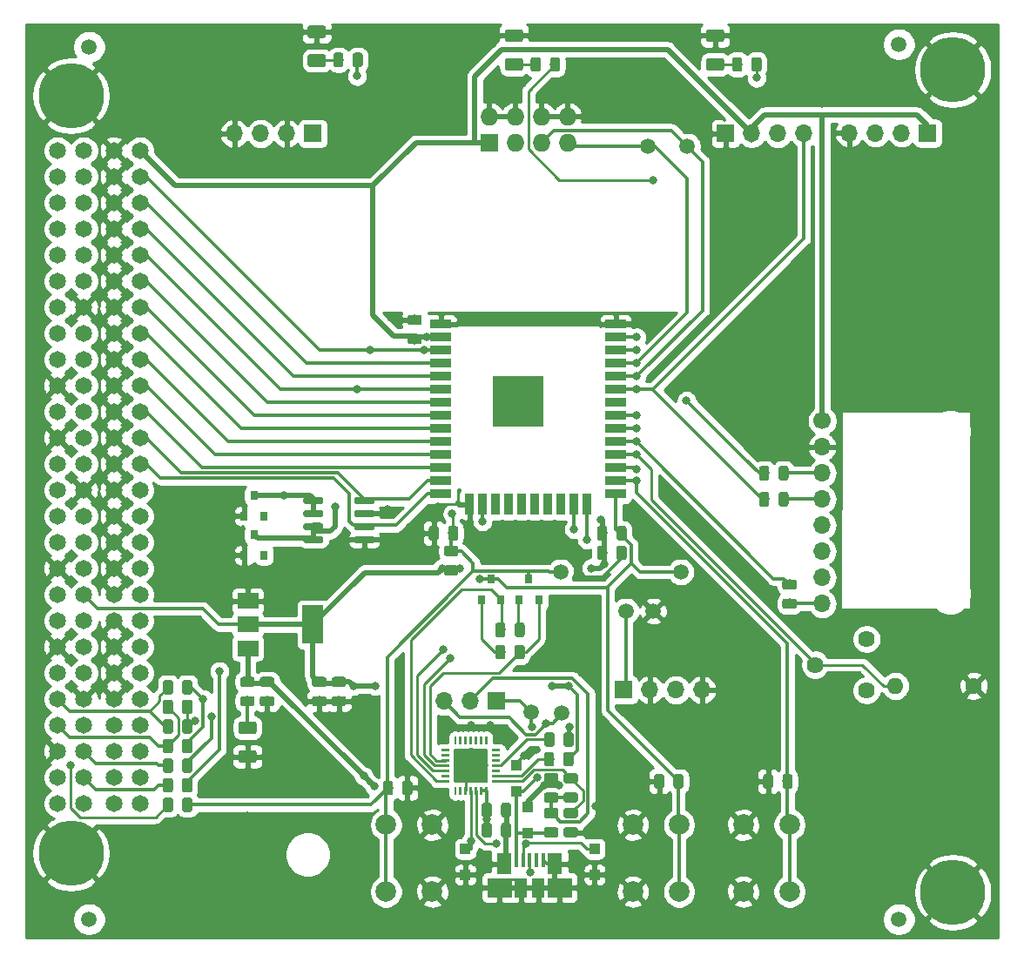
<source format=gbr>
G04 #@! TF.GenerationSoftware,KiCad,Pcbnew,(5.1.2)-2*
G04 #@! TF.CreationDate,2020-11-23T21:19:51+02:00*
G04 #@! TF.ProjectId,ESP_mesh_module,4553505f-6d65-4736-985f-6d6f64756c65,rev?*
G04 #@! TF.SameCoordinates,Original*
G04 #@! TF.FileFunction,Copper,L1,Top*
G04 #@! TF.FilePolarity,Positive*
%FSLAX46Y46*%
G04 Gerber Fmt 4.6, Leading zero omitted, Abs format (unit mm)*
G04 Created by KiCad (PCBNEW (5.1.2)-2) date 2020-11-23 21:19:51*
%MOMM*%
%LPD*%
G04 APERTURE LIST*
%ADD10C,1.650000*%
%ADD11R,1.000000X1.000000*%
%ADD12R,1.175000X1.900000*%
%ADD13R,2.375000X1.900000*%
%ADD14R,1.475000X2.100000*%
%ADD15R,0.450000X1.380000*%
%ADD16O,1.700000X1.700000*%
%ADD17R,1.700000X1.700000*%
%ADD18C,1.500000*%
%ADD19C,0.100000*%
%ADD20C,0.975000*%
%ADD21C,1.700000*%
%ADD22O,1.727200X1.727200*%
%ADD23R,1.727200X1.727200*%
%ADD24C,2.000000*%
%ADD25C,0.600000*%
%ADD26O,1.600000X1.600000*%
%ADD27C,1.600000*%
%ADD28C,1.250000*%
%ADD29R,2.000000X0.900000*%
%ADD30R,0.900000X2.000000*%
%ADD31R,5.000000X5.000000*%
%ADD32R,0.800000X0.900000*%
%ADD33C,1.620000*%
%ADD34C,6.350000*%
%ADD35C,0.250000*%
%ADD36C,3.350000*%
%ADD37R,2.000000X1.500000*%
%ADD38R,2.000000X3.800000*%
%ADD39C,0.800000*%
%ADD40C,0.300000*%
%ADD41C,0.250000*%
%ADD42C,0.500000*%
%ADD43C,0.254000*%
G04 APERTURE END LIST*
D10*
X128771500Y-70784000D03*
X131311500Y-70784000D03*
X128771500Y-73324000D03*
X131311500Y-73324000D03*
X128771500Y-75864000D03*
X131311500Y-75864000D03*
X128771500Y-78404000D03*
X131311500Y-78404000D03*
X128771500Y-80944000D03*
X131311500Y-80944000D03*
X128771500Y-83484000D03*
X131311500Y-83484000D03*
X128771500Y-86024000D03*
X131311500Y-86024000D03*
X128771500Y-88564000D03*
X131311500Y-88564000D03*
X128771500Y-91104000D03*
X131311500Y-91104000D03*
X128771500Y-93644000D03*
X131311500Y-93644000D03*
X128771500Y-96184000D03*
X131311500Y-96184000D03*
X128771500Y-98724000D03*
X131311500Y-98724000D03*
X128771500Y-101264000D03*
X131311500Y-101264000D03*
X128771500Y-103804000D03*
X131311500Y-103804000D03*
X128771500Y-106344000D03*
X131311500Y-106344000D03*
X128771500Y-108884000D03*
X131311500Y-108884000D03*
X128771500Y-111424000D03*
X131311500Y-111424000D03*
X128771500Y-113964000D03*
X131311500Y-113964000D03*
X128771500Y-116504000D03*
X131311500Y-116504000D03*
X128771500Y-119044000D03*
X131311500Y-119044000D03*
X128771500Y-121584000D03*
X131311500Y-121584000D03*
X128771500Y-124124000D03*
X131311500Y-124124000D03*
X128771500Y-126664000D03*
X131311500Y-126664000D03*
X128771500Y-129204000D03*
X131311500Y-129204000D03*
X128771500Y-131744000D03*
X131311500Y-131744000D03*
X128771500Y-134284000D03*
X131311500Y-134284000D03*
X134232500Y-70784000D03*
X136772500Y-70784000D03*
X134232500Y-73324000D03*
X136772500Y-73324000D03*
X134232500Y-75864000D03*
X136772500Y-75864000D03*
X134232500Y-78404000D03*
X136772500Y-78404000D03*
X134232500Y-80944000D03*
X136772500Y-80944000D03*
X134232500Y-83484000D03*
X136772500Y-83484000D03*
X134232500Y-86024000D03*
X136772500Y-86024000D03*
X134232500Y-88564000D03*
X136772500Y-88564000D03*
X134232500Y-91104000D03*
X136772500Y-91104000D03*
X134232500Y-93644000D03*
X136772500Y-93644000D03*
X134232500Y-96184000D03*
X136772500Y-96184000D03*
X134232500Y-98724000D03*
X136772500Y-98724000D03*
X134232500Y-101264000D03*
X136772500Y-101264000D03*
X134232500Y-103804000D03*
X136772500Y-103804000D03*
X134232500Y-106344000D03*
X136772500Y-106344000D03*
X134232500Y-108884000D03*
X136772500Y-108884000D03*
X134232500Y-111424000D03*
X136772500Y-111424000D03*
X134232500Y-113964000D03*
X136772500Y-113964000D03*
X134232500Y-116504000D03*
X136772500Y-116504000D03*
X134232500Y-119044000D03*
X136772500Y-119044000D03*
X134232500Y-121584000D03*
X136772500Y-121584000D03*
X134232500Y-124124000D03*
X136772500Y-124124000D03*
X134232500Y-126664000D03*
X136772500Y-126664000D03*
X134232500Y-129204000D03*
X136772500Y-129204000D03*
X134232500Y-131744000D03*
X136772500Y-131744000D03*
X134232500Y-134284000D03*
X136772500Y-134284000D03*
D11*
X174498000Y-137140000D03*
X174498000Y-134640000D03*
D12*
X175497000Y-142469000D03*
X173817000Y-142469000D03*
D13*
X177567000Y-142469000D03*
X171747000Y-142469000D03*
D14*
X177119500Y-140169000D03*
X172194500Y-140169000D03*
D15*
X175957000Y-139809000D03*
X175307000Y-139809000D03*
X174657000Y-139809000D03*
X174007000Y-139809000D03*
X173357000Y-139809000D03*
D16*
X205740000Y-69088000D03*
X208280000Y-69088000D03*
X210820000Y-69088000D03*
D17*
X213360000Y-69088000D03*
D18*
X131826000Y-145542000D03*
X210566000Y-145542000D03*
X210566000Y-60452000D03*
X131826000Y-60706000D03*
D16*
X166306500Y-124333000D03*
X168846500Y-124333000D03*
D17*
X171386500Y-124333000D03*
D18*
X186182000Y-70358000D03*
X189992000Y-70358000D03*
D19*
G36*
X139766742Y-122275274D02*
G01*
X139790403Y-122278784D01*
X139813607Y-122284596D01*
X139836129Y-122292654D01*
X139857753Y-122302882D01*
X139878270Y-122315179D01*
X139897483Y-122329429D01*
X139915207Y-122345493D01*
X139931271Y-122363217D01*
X139945521Y-122382430D01*
X139957818Y-122402947D01*
X139968046Y-122424571D01*
X139976104Y-122447093D01*
X139981916Y-122470297D01*
X139985426Y-122493958D01*
X139986600Y-122517850D01*
X139986600Y-123430350D01*
X139985426Y-123454242D01*
X139981916Y-123477903D01*
X139976104Y-123501107D01*
X139968046Y-123523629D01*
X139957818Y-123545253D01*
X139945521Y-123565770D01*
X139931271Y-123584983D01*
X139915207Y-123602707D01*
X139897483Y-123618771D01*
X139878270Y-123633021D01*
X139857753Y-123645318D01*
X139836129Y-123655546D01*
X139813607Y-123663604D01*
X139790403Y-123669416D01*
X139766742Y-123672926D01*
X139742850Y-123674100D01*
X139255350Y-123674100D01*
X139231458Y-123672926D01*
X139207797Y-123669416D01*
X139184593Y-123663604D01*
X139162071Y-123655546D01*
X139140447Y-123645318D01*
X139119930Y-123633021D01*
X139100717Y-123618771D01*
X139082993Y-123602707D01*
X139066929Y-123584983D01*
X139052679Y-123565770D01*
X139040382Y-123545253D01*
X139030154Y-123523629D01*
X139022096Y-123501107D01*
X139016284Y-123477903D01*
X139012774Y-123454242D01*
X139011600Y-123430350D01*
X139011600Y-122517850D01*
X139012774Y-122493958D01*
X139016284Y-122470297D01*
X139022096Y-122447093D01*
X139030154Y-122424571D01*
X139040382Y-122402947D01*
X139052679Y-122382430D01*
X139066929Y-122363217D01*
X139082993Y-122345493D01*
X139100717Y-122329429D01*
X139119930Y-122315179D01*
X139140447Y-122302882D01*
X139162071Y-122292654D01*
X139184593Y-122284596D01*
X139207797Y-122278784D01*
X139231458Y-122275274D01*
X139255350Y-122274100D01*
X139742850Y-122274100D01*
X139766742Y-122275274D01*
X139766742Y-122275274D01*
G37*
D20*
X139499100Y-122974100D03*
D19*
G36*
X141641742Y-122275274D02*
G01*
X141665403Y-122278784D01*
X141688607Y-122284596D01*
X141711129Y-122292654D01*
X141732753Y-122302882D01*
X141753270Y-122315179D01*
X141772483Y-122329429D01*
X141790207Y-122345493D01*
X141806271Y-122363217D01*
X141820521Y-122382430D01*
X141832818Y-122402947D01*
X141843046Y-122424571D01*
X141851104Y-122447093D01*
X141856916Y-122470297D01*
X141860426Y-122493958D01*
X141861600Y-122517850D01*
X141861600Y-123430350D01*
X141860426Y-123454242D01*
X141856916Y-123477903D01*
X141851104Y-123501107D01*
X141843046Y-123523629D01*
X141832818Y-123545253D01*
X141820521Y-123565770D01*
X141806271Y-123584983D01*
X141790207Y-123602707D01*
X141772483Y-123618771D01*
X141753270Y-123633021D01*
X141732753Y-123645318D01*
X141711129Y-123655546D01*
X141688607Y-123663604D01*
X141665403Y-123669416D01*
X141641742Y-123672926D01*
X141617850Y-123674100D01*
X141130350Y-123674100D01*
X141106458Y-123672926D01*
X141082797Y-123669416D01*
X141059593Y-123663604D01*
X141037071Y-123655546D01*
X141015447Y-123645318D01*
X140994930Y-123633021D01*
X140975717Y-123618771D01*
X140957993Y-123602707D01*
X140941929Y-123584983D01*
X140927679Y-123565770D01*
X140915382Y-123545253D01*
X140905154Y-123523629D01*
X140897096Y-123501107D01*
X140891284Y-123477903D01*
X140887774Y-123454242D01*
X140886600Y-123430350D01*
X140886600Y-122517850D01*
X140887774Y-122493958D01*
X140891284Y-122470297D01*
X140897096Y-122447093D01*
X140905154Y-122424571D01*
X140915382Y-122402947D01*
X140927679Y-122382430D01*
X140941929Y-122363217D01*
X140957993Y-122345493D01*
X140975717Y-122329429D01*
X140994930Y-122315179D01*
X141015447Y-122302882D01*
X141037071Y-122292654D01*
X141059593Y-122284596D01*
X141082797Y-122278784D01*
X141106458Y-122275274D01*
X141130350Y-122274100D01*
X141617850Y-122274100D01*
X141641742Y-122275274D01*
X141641742Y-122275274D01*
G37*
D20*
X141374100Y-122974100D03*
D19*
G36*
X141635642Y-124180274D02*
G01*
X141659303Y-124183784D01*
X141682507Y-124189596D01*
X141705029Y-124197654D01*
X141726653Y-124207882D01*
X141747170Y-124220179D01*
X141766383Y-124234429D01*
X141784107Y-124250493D01*
X141800171Y-124268217D01*
X141814421Y-124287430D01*
X141826718Y-124307947D01*
X141836946Y-124329571D01*
X141845004Y-124352093D01*
X141850816Y-124375297D01*
X141854326Y-124398958D01*
X141855500Y-124422850D01*
X141855500Y-125335350D01*
X141854326Y-125359242D01*
X141850816Y-125382903D01*
X141845004Y-125406107D01*
X141836946Y-125428629D01*
X141826718Y-125450253D01*
X141814421Y-125470770D01*
X141800171Y-125489983D01*
X141784107Y-125507707D01*
X141766383Y-125523771D01*
X141747170Y-125538021D01*
X141726653Y-125550318D01*
X141705029Y-125560546D01*
X141682507Y-125568604D01*
X141659303Y-125574416D01*
X141635642Y-125577926D01*
X141611750Y-125579100D01*
X141124250Y-125579100D01*
X141100358Y-125577926D01*
X141076697Y-125574416D01*
X141053493Y-125568604D01*
X141030971Y-125560546D01*
X141009347Y-125550318D01*
X140988830Y-125538021D01*
X140969617Y-125523771D01*
X140951893Y-125507707D01*
X140935829Y-125489983D01*
X140921579Y-125470770D01*
X140909282Y-125450253D01*
X140899054Y-125428629D01*
X140890996Y-125406107D01*
X140885184Y-125382903D01*
X140881674Y-125359242D01*
X140880500Y-125335350D01*
X140880500Y-124422850D01*
X140881674Y-124398958D01*
X140885184Y-124375297D01*
X140890996Y-124352093D01*
X140899054Y-124329571D01*
X140909282Y-124307947D01*
X140921579Y-124287430D01*
X140935829Y-124268217D01*
X140951893Y-124250493D01*
X140969617Y-124234429D01*
X140988830Y-124220179D01*
X141009347Y-124207882D01*
X141030971Y-124197654D01*
X141053493Y-124189596D01*
X141076697Y-124183784D01*
X141100358Y-124180274D01*
X141124250Y-124179100D01*
X141611750Y-124179100D01*
X141635642Y-124180274D01*
X141635642Y-124180274D01*
G37*
D20*
X141368000Y-124879100D03*
D19*
G36*
X139760642Y-124180274D02*
G01*
X139784303Y-124183784D01*
X139807507Y-124189596D01*
X139830029Y-124197654D01*
X139851653Y-124207882D01*
X139872170Y-124220179D01*
X139891383Y-124234429D01*
X139909107Y-124250493D01*
X139925171Y-124268217D01*
X139939421Y-124287430D01*
X139951718Y-124307947D01*
X139961946Y-124329571D01*
X139970004Y-124352093D01*
X139975816Y-124375297D01*
X139979326Y-124398958D01*
X139980500Y-124422850D01*
X139980500Y-125335350D01*
X139979326Y-125359242D01*
X139975816Y-125382903D01*
X139970004Y-125406107D01*
X139961946Y-125428629D01*
X139951718Y-125450253D01*
X139939421Y-125470770D01*
X139925171Y-125489983D01*
X139909107Y-125507707D01*
X139891383Y-125523771D01*
X139872170Y-125538021D01*
X139851653Y-125550318D01*
X139830029Y-125560546D01*
X139807507Y-125568604D01*
X139784303Y-125574416D01*
X139760642Y-125577926D01*
X139736750Y-125579100D01*
X139249250Y-125579100D01*
X139225358Y-125577926D01*
X139201697Y-125574416D01*
X139178493Y-125568604D01*
X139155971Y-125560546D01*
X139134347Y-125550318D01*
X139113830Y-125538021D01*
X139094617Y-125523771D01*
X139076893Y-125507707D01*
X139060829Y-125489983D01*
X139046579Y-125470770D01*
X139034282Y-125450253D01*
X139024054Y-125428629D01*
X139015996Y-125406107D01*
X139010184Y-125382903D01*
X139006674Y-125359242D01*
X139005500Y-125335350D01*
X139005500Y-124422850D01*
X139006674Y-124398958D01*
X139010184Y-124375297D01*
X139015996Y-124352093D01*
X139024054Y-124329571D01*
X139034282Y-124307947D01*
X139046579Y-124287430D01*
X139060829Y-124268217D01*
X139076893Y-124250493D01*
X139094617Y-124234429D01*
X139113830Y-124220179D01*
X139134347Y-124207882D01*
X139155971Y-124197654D01*
X139178493Y-124189596D01*
X139201697Y-124183784D01*
X139225358Y-124180274D01*
X139249250Y-124179100D01*
X139736750Y-124179100D01*
X139760642Y-124180274D01*
X139760642Y-124180274D01*
G37*
D20*
X139493000Y-124879100D03*
D11*
X180975000Y-138704000D03*
X180975000Y-141204000D03*
X168402000Y-138704000D03*
X168402000Y-141204000D03*
X173355000Y-133076000D03*
X173355000Y-130576000D03*
D18*
X186690000Y-115570000D03*
X189357000Y-111760000D03*
X177673000Y-111760000D03*
X184023000Y-115570000D03*
X177736500Y-125476000D03*
X174815500Y-125412500D03*
D19*
G36*
X139760642Y-129902174D02*
G01*
X139784303Y-129905684D01*
X139807507Y-129911496D01*
X139830029Y-129919554D01*
X139851653Y-129929782D01*
X139872170Y-129942079D01*
X139891383Y-129956329D01*
X139909107Y-129972393D01*
X139925171Y-129990117D01*
X139939421Y-130009330D01*
X139951718Y-130029847D01*
X139961946Y-130051471D01*
X139970004Y-130073993D01*
X139975816Y-130097197D01*
X139979326Y-130120858D01*
X139980500Y-130144750D01*
X139980500Y-131057250D01*
X139979326Y-131081142D01*
X139975816Y-131104803D01*
X139970004Y-131128007D01*
X139961946Y-131150529D01*
X139951718Y-131172153D01*
X139939421Y-131192670D01*
X139925171Y-131211883D01*
X139909107Y-131229607D01*
X139891383Y-131245671D01*
X139872170Y-131259921D01*
X139851653Y-131272218D01*
X139830029Y-131282446D01*
X139807507Y-131290504D01*
X139784303Y-131296316D01*
X139760642Y-131299826D01*
X139736750Y-131301000D01*
X139249250Y-131301000D01*
X139225358Y-131299826D01*
X139201697Y-131296316D01*
X139178493Y-131290504D01*
X139155971Y-131282446D01*
X139134347Y-131272218D01*
X139113830Y-131259921D01*
X139094617Y-131245671D01*
X139076893Y-131229607D01*
X139060829Y-131211883D01*
X139046579Y-131192670D01*
X139034282Y-131172153D01*
X139024054Y-131150529D01*
X139015996Y-131128007D01*
X139010184Y-131104803D01*
X139006674Y-131081142D01*
X139005500Y-131057250D01*
X139005500Y-130144750D01*
X139006674Y-130120858D01*
X139010184Y-130097197D01*
X139015996Y-130073993D01*
X139024054Y-130051471D01*
X139034282Y-130029847D01*
X139046579Y-130009330D01*
X139060829Y-129990117D01*
X139076893Y-129972393D01*
X139094617Y-129956329D01*
X139113830Y-129942079D01*
X139134347Y-129929782D01*
X139155971Y-129919554D01*
X139178493Y-129911496D01*
X139201697Y-129905684D01*
X139225358Y-129902174D01*
X139249250Y-129901000D01*
X139736750Y-129901000D01*
X139760642Y-129902174D01*
X139760642Y-129902174D01*
G37*
D20*
X139493000Y-130601000D03*
D19*
G36*
X141635642Y-129902174D02*
G01*
X141659303Y-129905684D01*
X141682507Y-129911496D01*
X141705029Y-129919554D01*
X141726653Y-129929782D01*
X141747170Y-129942079D01*
X141766383Y-129956329D01*
X141784107Y-129972393D01*
X141800171Y-129990117D01*
X141814421Y-130009330D01*
X141826718Y-130029847D01*
X141836946Y-130051471D01*
X141845004Y-130073993D01*
X141850816Y-130097197D01*
X141854326Y-130120858D01*
X141855500Y-130144750D01*
X141855500Y-131057250D01*
X141854326Y-131081142D01*
X141850816Y-131104803D01*
X141845004Y-131128007D01*
X141836946Y-131150529D01*
X141826718Y-131172153D01*
X141814421Y-131192670D01*
X141800171Y-131211883D01*
X141784107Y-131229607D01*
X141766383Y-131245671D01*
X141747170Y-131259921D01*
X141726653Y-131272218D01*
X141705029Y-131282446D01*
X141682507Y-131290504D01*
X141659303Y-131296316D01*
X141635642Y-131299826D01*
X141611750Y-131301000D01*
X141124250Y-131301000D01*
X141100358Y-131299826D01*
X141076697Y-131296316D01*
X141053493Y-131290504D01*
X141030971Y-131282446D01*
X141009347Y-131272218D01*
X140988830Y-131259921D01*
X140969617Y-131245671D01*
X140951893Y-131229607D01*
X140935829Y-131211883D01*
X140921579Y-131192670D01*
X140909282Y-131172153D01*
X140899054Y-131150529D01*
X140890996Y-131128007D01*
X140885184Y-131104803D01*
X140881674Y-131081142D01*
X140880500Y-131057250D01*
X140880500Y-130144750D01*
X140881674Y-130120858D01*
X140885184Y-130097197D01*
X140890996Y-130073993D01*
X140899054Y-130051471D01*
X140909282Y-130029847D01*
X140921579Y-130009330D01*
X140935829Y-129990117D01*
X140951893Y-129972393D01*
X140969617Y-129956329D01*
X140988830Y-129942079D01*
X141009347Y-129929782D01*
X141030971Y-129919554D01*
X141053493Y-129911496D01*
X141076697Y-129905684D01*
X141100358Y-129902174D01*
X141124250Y-129901000D01*
X141611750Y-129901000D01*
X141635642Y-129902174D01*
X141635642Y-129902174D01*
G37*
D20*
X141368000Y-130601000D03*
D16*
X203105000Y-114853000D03*
X203105000Y-112313000D03*
X203105000Y-109773000D03*
X203105000Y-107233000D03*
X203105000Y-104693000D03*
X203105000Y-102153000D03*
X203105000Y-99613000D03*
D21*
X203105000Y-97073000D03*
D16*
X145955000Y-69133000D03*
X148495000Y-69133000D03*
X151035000Y-69133000D03*
D17*
X153575000Y-69133000D03*
D19*
G36*
X139760642Y-133712174D02*
G01*
X139784303Y-133715684D01*
X139807507Y-133721496D01*
X139830029Y-133729554D01*
X139851653Y-133739782D01*
X139872170Y-133752079D01*
X139891383Y-133766329D01*
X139909107Y-133782393D01*
X139925171Y-133800117D01*
X139939421Y-133819330D01*
X139951718Y-133839847D01*
X139961946Y-133861471D01*
X139970004Y-133883993D01*
X139975816Y-133907197D01*
X139979326Y-133930858D01*
X139980500Y-133954750D01*
X139980500Y-134867250D01*
X139979326Y-134891142D01*
X139975816Y-134914803D01*
X139970004Y-134938007D01*
X139961946Y-134960529D01*
X139951718Y-134982153D01*
X139939421Y-135002670D01*
X139925171Y-135021883D01*
X139909107Y-135039607D01*
X139891383Y-135055671D01*
X139872170Y-135069921D01*
X139851653Y-135082218D01*
X139830029Y-135092446D01*
X139807507Y-135100504D01*
X139784303Y-135106316D01*
X139760642Y-135109826D01*
X139736750Y-135111000D01*
X139249250Y-135111000D01*
X139225358Y-135109826D01*
X139201697Y-135106316D01*
X139178493Y-135100504D01*
X139155971Y-135092446D01*
X139134347Y-135082218D01*
X139113830Y-135069921D01*
X139094617Y-135055671D01*
X139076893Y-135039607D01*
X139060829Y-135021883D01*
X139046579Y-135002670D01*
X139034282Y-134982153D01*
X139024054Y-134960529D01*
X139015996Y-134938007D01*
X139010184Y-134914803D01*
X139006674Y-134891142D01*
X139005500Y-134867250D01*
X139005500Y-133954750D01*
X139006674Y-133930858D01*
X139010184Y-133907197D01*
X139015996Y-133883993D01*
X139024054Y-133861471D01*
X139034282Y-133839847D01*
X139046579Y-133819330D01*
X139060829Y-133800117D01*
X139076893Y-133782393D01*
X139094617Y-133766329D01*
X139113830Y-133752079D01*
X139134347Y-133739782D01*
X139155971Y-133729554D01*
X139178493Y-133721496D01*
X139201697Y-133715684D01*
X139225358Y-133712174D01*
X139249250Y-133711000D01*
X139736750Y-133711000D01*
X139760642Y-133712174D01*
X139760642Y-133712174D01*
G37*
D20*
X139493000Y-134411000D03*
D19*
G36*
X141635642Y-133712174D02*
G01*
X141659303Y-133715684D01*
X141682507Y-133721496D01*
X141705029Y-133729554D01*
X141726653Y-133739782D01*
X141747170Y-133752079D01*
X141766383Y-133766329D01*
X141784107Y-133782393D01*
X141800171Y-133800117D01*
X141814421Y-133819330D01*
X141826718Y-133839847D01*
X141836946Y-133861471D01*
X141845004Y-133883993D01*
X141850816Y-133907197D01*
X141854326Y-133930858D01*
X141855500Y-133954750D01*
X141855500Y-134867250D01*
X141854326Y-134891142D01*
X141850816Y-134914803D01*
X141845004Y-134938007D01*
X141836946Y-134960529D01*
X141826718Y-134982153D01*
X141814421Y-135002670D01*
X141800171Y-135021883D01*
X141784107Y-135039607D01*
X141766383Y-135055671D01*
X141747170Y-135069921D01*
X141726653Y-135082218D01*
X141705029Y-135092446D01*
X141682507Y-135100504D01*
X141659303Y-135106316D01*
X141635642Y-135109826D01*
X141611750Y-135111000D01*
X141124250Y-135111000D01*
X141100358Y-135109826D01*
X141076697Y-135106316D01*
X141053493Y-135100504D01*
X141030971Y-135092446D01*
X141009347Y-135082218D01*
X140988830Y-135069921D01*
X140969617Y-135055671D01*
X140951893Y-135039607D01*
X140935829Y-135021883D01*
X140921579Y-135002670D01*
X140909282Y-134982153D01*
X140899054Y-134960529D01*
X140890996Y-134938007D01*
X140885184Y-134914803D01*
X140881674Y-134891142D01*
X140880500Y-134867250D01*
X140880500Y-133954750D01*
X140881674Y-133930858D01*
X140885184Y-133907197D01*
X140890996Y-133883993D01*
X140899054Y-133861471D01*
X140909282Y-133839847D01*
X140921579Y-133819330D01*
X140935829Y-133800117D01*
X140951893Y-133782393D01*
X140969617Y-133766329D01*
X140988830Y-133752079D01*
X141009347Y-133739782D01*
X141030971Y-133729554D01*
X141053493Y-133721496D01*
X141076697Y-133715684D01*
X141100358Y-133712174D01*
X141124250Y-133711000D01*
X141611750Y-133711000D01*
X141635642Y-133712174D01*
X141635642Y-133712174D01*
G37*
D20*
X141368000Y-134411000D03*
D19*
G36*
X141635642Y-131807174D02*
G01*
X141659303Y-131810684D01*
X141682507Y-131816496D01*
X141705029Y-131824554D01*
X141726653Y-131834782D01*
X141747170Y-131847079D01*
X141766383Y-131861329D01*
X141784107Y-131877393D01*
X141800171Y-131895117D01*
X141814421Y-131914330D01*
X141826718Y-131934847D01*
X141836946Y-131956471D01*
X141845004Y-131978993D01*
X141850816Y-132002197D01*
X141854326Y-132025858D01*
X141855500Y-132049750D01*
X141855500Y-132962250D01*
X141854326Y-132986142D01*
X141850816Y-133009803D01*
X141845004Y-133033007D01*
X141836946Y-133055529D01*
X141826718Y-133077153D01*
X141814421Y-133097670D01*
X141800171Y-133116883D01*
X141784107Y-133134607D01*
X141766383Y-133150671D01*
X141747170Y-133164921D01*
X141726653Y-133177218D01*
X141705029Y-133187446D01*
X141682507Y-133195504D01*
X141659303Y-133201316D01*
X141635642Y-133204826D01*
X141611750Y-133206000D01*
X141124250Y-133206000D01*
X141100358Y-133204826D01*
X141076697Y-133201316D01*
X141053493Y-133195504D01*
X141030971Y-133187446D01*
X141009347Y-133177218D01*
X140988830Y-133164921D01*
X140969617Y-133150671D01*
X140951893Y-133134607D01*
X140935829Y-133116883D01*
X140921579Y-133097670D01*
X140909282Y-133077153D01*
X140899054Y-133055529D01*
X140890996Y-133033007D01*
X140885184Y-133009803D01*
X140881674Y-132986142D01*
X140880500Y-132962250D01*
X140880500Y-132049750D01*
X140881674Y-132025858D01*
X140885184Y-132002197D01*
X140890996Y-131978993D01*
X140899054Y-131956471D01*
X140909282Y-131934847D01*
X140921579Y-131914330D01*
X140935829Y-131895117D01*
X140951893Y-131877393D01*
X140969617Y-131861329D01*
X140988830Y-131847079D01*
X141009347Y-131834782D01*
X141030971Y-131824554D01*
X141053493Y-131816496D01*
X141076697Y-131810684D01*
X141100358Y-131807174D01*
X141124250Y-131806000D01*
X141611750Y-131806000D01*
X141635642Y-131807174D01*
X141635642Y-131807174D01*
G37*
D20*
X141368000Y-132506000D03*
D19*
G36*
X139760642Y-131807174D02*
G01*
X139784303Y-131810684D01*
X139807507Y-131816496D01*
X139830029Y-131824554D01*
X139851653Y-131834782D01*
X139872170Y-131847079D01*
X139891383Y-131861329D01*
X139909107Y-131877393D01*
X139925171Y-131895117D01*
X139939421Y-131914330D01*
X139951718Y-131934847D01*
X139961946Y-131956471D01*
X139970004Y-131978993D01*
X139975816Y-132002197D01*
X139979326Y-132025858D01*
X139980500Y-132049750D01*
X139980500Y-132962250D01*
X139979326Y-132986142D01*
X139975816Y-133009803D01*
X139970004Y-133033007D01*
X139961946Y-133055529D01*
X139951718Y-133077153D01*
X139939421Y-133097670D01*
X139925171Y-133116883D01*
X139909107Y-133134607D01*
X139891383Y-133150671D01*
X139872170Y-133164921D01*
X139851653Y-133177218D01*
X139830029Y-133187446D01*
X139807507Y-133195504D01*
X139784303Y-133201316D01*
X139760642Y-133204826D01*
X139736750Y-133206000D01*
X139249250Y-133206000D01*
X139225358Y-133204826D01*
X139201697Y-133201316D01*
X139178493Y-133195504D01*
X139155971Y-133187446D01*
X139134347Y-133177218D01*
X139113830Y-133164921D01*
X139094617Y-133150671D01*
X139076893Y-133134607D01*
X139060829Y-133116883D01*
X139046579Y-133097670D01*
X139034282Y-133077153D01*
X139024054Y-133055529D01*
X139015996Y-133033007D01*
X139010184Y-133009803D01*
X139006674Y-132986142D01*
X139005500Y-132962250D01*
X139005500Y-132049750D01*
X139006674Y-132025858D01*
X139010184Y-132002197D01*
X139015996Y-131978993D01*
X139024054Y-131956471D01*
X139034282Y-131934847D01*
X139046579Y-131914330D01*
X139060829Y-131895117D01*
X139076893Y-131877393D01*
X139094617Y-131861329D01*
X139113830Y-131847079D01*
X139134347Y-131834782D01*
X139155971Y-131824554D01*
X139178493Y-131816496D01*
X139201697Y-131810684D01*
X139225358Y-131807174D01*
X139249250Y-131806000D01*
X139736750Y-131806000D01*
X139760642Y-131807174D01*
X139760642Y-131807174D01*
G37*
D20*
X139493000Y-132506000D03*
D19*
G36*
X141635642Y-126092174D02*
G01*
X141659303Y-126095684D01*
X141682507Y-126101496D01*
X141705029Y-126109554D01*
X141726653Y-126119782D01*
X141747170Y-126132079D01*
X141766383Y-126146329D01*
X141784107Y-126162393D01*
X141800171Y-126180117D01*
X141814421Y-126199330D01*
X141826718Y-126219847D01*
X141836946Y-126241471D01*
X141845004Y-126263993D01*
X141850816Y-126287197D01*
X141854326Y-126310858D01*
X141855500Y-126334750D01*
X141855500Y-127247250D01*
X141854326Y-127271142D01*
X141850816Y-127294803D01*
X141845004Y-127318007D01*
X141836946Y-127340529D01*
X141826718Y-127362153D01*
X141814421Y-127382670D01*
X141800171Y-127401883D01*
X141784107Y-127419607D01*
X141766383Y-127435671D01*
X141747170Y-127449921D01*
X141726653Y-127462218D01*
X141705029Y-127472446D01*
X141682507Y-127480504D01*
X141659303Y-127486316D01*
X141635642Y-127489826D01*
X141611750Y-127491000D01*
X141124250Y-127491000D01*
X141100358Y-127489826D01*
X141076697Y-127486316D01*
X141053493Y-127480504D01*
X141030971Y-127472446D01*
X141009347Y-127462218D01*
X140988830Y-127449921D01*
X140969617Y-127435671D01*
X140951893Y-127419607D01*
X140935829Y-127401883D01*
X140921579Y-127382670D01*
X140909282Y-127362153D01*
X140899054Y-127340529D01*
X140890996Y-127318007D01*
X140885184Y-127294803D01*
X140881674Y-127271142D01*
X140880500Y-127247250D01*
X140880500Y-126334750D01*
X140881674Y-126310858D01*
X140885184Y-126287197D01*
X140890996Y-126263993D01*
X140899054Y-126241471D01*
X140909282Y-126219847D01*
X140921579Y-126199330D01*
X140935829Y-126180117D01*
X140951893Y-126162393D01*
X140969617Y-126146329D01*
X140988830Y-126132079D01*
X141009347Y-126119782D01*
X141030971Y-126109554D01*
X141053493Y-126101496D01*
X141076697Y-126095684D01*
X141100358Y-126092174D01*
X141124250Y-126091000D01*
X141611750Y-126091000D01*
X141635642Y-126092174D01*
X141635642Y-126092174D01*
G37*
D20*
X141368000Y-126791000D03*
D19*
G36*
X139760642Y-126092174D02*
G01*
X139784303Y-126095684D01*
X139807507Y-126101496D01*
X139830029Y-126109554D01*
X139851653Y-126119782D01*
X139872170Y-126132079D01*
X139891383Y-126146329D01*
X139909107Y-126162393D01*
X139925171Y-126180117D01*
X139939421Y-126199330D01*
X139951718Y-126219847D01*
X139961946Y-126241471D01*
X139970004Y-126263993D01*
X139975816Y-126287197D01*
X139979326Y-126310858D01*
X139980500Y-126334750D01*
X139980500Y-127247250D01*
X139979326Y-127271142D01*
X139975816Y-127294803D01*
X139970004Y-127318007D01*
X139961946Y-127340529D01*
X139951718Y-127362153D01*
X139939421Y-127382670D01*
X139925171Y-127401883D01*
X139909107Y-127419607D01*
X139891383Y-127435671D01*
X139872170Y-127449921D01*
X139851653Y-127462218D01*
X139830029Y-127472446D01*
X139807507Y-127480504D01*
X139784303Y-127486316D01*
X139760642Y-127489826D01*
X139736750Y-127491000D01*
X139249250Y-127491000D01*
X139225358Y-127489826D01*
X139201697Y-127486316D01*
X139178493Y-127480504D01*
X139155971Y-127472446D01*
X139134347Y-127462218D01*
X139113830Y-127449921D01*
X139094617Y-127435671D01*
X139076893Y-127419607D01*
X139060829Y-127401883D01*
X139046579Y-127382670D01*
X139034282Y-127362153D01*
X139024054Y-127340529D01*
X139015996Y-127318007D01*
X139010184Y-127294803D01*
X139006674Y-127271142D01*
X139005500Y-127247250D01*
X139005500Y-126334750D01*
X139006674Y-126310858D01*
X139010184Y-126287197D01*
X139015996Y-126263993D01*
X139024054Y-126241471D01*
X139034282Y-126219847D01*
X139046579Y-126199330D01*
X139060829Y-126180117D01*
X139076893Y-126162393D01*
X139094617Y-126146329D01*
X139113830Y-126132079D01*
X139134347Y-126119782D01*
X139155971Y-126109554D01*
X139178493Y-126101496D01*
X139201697Y-126095684D01*
X139225358Y-126092174D01*
X139249250Y-126091000D01*
X139736750Y-126091000D01*
X139760642Y-126092174D01*
X139760642Y-126092174D01*
G37*
D20*
X139493000Y-126791000D03*
D19*
G36*
X139760642Y-127997174D02*
G01*
X139784303Y-128000684D01*
X139807507Y-128006496D01*
X139830029Y-128014554D01*
X139851653Y-128024782D01*
X139872170Y-128037079D01*
X139891383Y-128051329D01*
X139909107Y-128067393D01*
X139925171Y-128085117D01*
X139939421Y-128104330D01*
X139951718Y-128124847D01*
X139961946Y-128146471D01*
X139970004Y-128168993D01*
X139975816Y-128192197D01*
X139979326Y-128215858D01*
X139980500Y-128239750D01*
X139980500Y-129152250D01*
X139979326Y-129176142D01*
X139975816Y-129199803D01*
X139970004Y-129223007D01*
X139961946Y-129245529D01*
X139951718Y-129267153D01*
X139939421Y-129287670D01*
X139925171Y-129306883D01*
X139909107Y-129324607D01*
X139891383Y-129340671D01*
X139872170Y-129354921D01*
X139851653Y-129367218D01*
X139830029Y-129377446D01*
X139807507Y-129385504D01*
X139784303Y-129391316D01*
X139760642Y-129394826D01*
X139736750Y-129396000D01*
X139249250Y-129396000D01*
X139225358Y-129394826D01*
X139201697Y-129391316D01*
X139178493Y-129385504D01*
X139155971Y-129377446D01*
X139134347Y-129367218D01*
X139113830Y-129354921D01*
X139094617Y-129340671D01*
X139076893Y-129324607D01*
X139060829Y-129306883D01*
X139046579Y-129287670D01*
X139034282Y-129267153D01*
X139024054Y-129245529D01*
X139015996Y-129223007D01*
X139010184Y-129199803D01*
X139006674Y-129176142D01*
X139005500Y-129152250D01*
X139005500Y-128239750D01*
X139006674Y-128215858D01*
X139010184Y-128192197D01*
X139015996Y-128168993D01*
X139024054Y-128146471D01*
X139034282Y-128124847D01*
X139046579Y-128104330D01*
X139060829Y-128085117D01*
X139076893Y-128067393D01*
X139094617Y-128051329D01*
X139113830Y-128037079D01*
X139134347Y-128024782D01*
X139155971Y-128014554D01*
X139178493Y-128006496D01*
X139201697Y-128000684D01*
X139225358Y-127997174D01*
X139249250Y-127996000D01*
X139736750Y-127996000D01*
X139760642Y-127997174D01*
X139760642Y-127997174D01*
G37*
D20*
X139493000Y-128696000D03*
D19*
G36*
X141635642Y-127997174D02*
G01*
X141659303Y-128000684D01*
X141682507Y-128006496D01*
X141705029Y-128014554D01*
X141726653Y-128024782D01*
X141747170Y-128037079D01*
X141766383Y-128051329D01*
X141784107Y-128067393D01*
X141800171Y-128085117D01*
X141814421Y-128104330D01*
X141826718Y-128124847D01*
X141836946Y-128146471D01*
X141845004Y-128168993D01*
X141850816Y-128192197D01*
X141854326Y-128215858D01*
X141855500Y-128239750D01*
X141855500Y-129152250D01*
X141854326Y-129176142D01*
X141850816Y-129199803D01*
X141845004Y-129223007D01*
X141836946Y-129245529D01*
X141826718Y-129267153D01*
X141814421Y-129287670D01*
X141800171Y-129306883D01*
X141784107Y-129324607D01*
X141766383Y-129340671D01*
X141747170Y-129354921D01*
X141726653Y-129367218D01*
X141705029Y-129377446D01*
X141682507Y-129385504D01*
X141659303Y-129391316D01*
X141635642Y-129394826D01*
X141611750Y-129396000D01*
X141124250Y-129396000D01*
X141100358Y-129394826D01*
X141076697Y-129391316D01*
X141053493Y-129385504D01*
X141030971Y-129377446D01*
X141009347Y-129367218D01*
X140988830Y-129354921D01*
X140969617Y-129340671D01*
X140951893Y-129324607D01*
X140935829Y-129306883D01*
X140921579Y-129287670D01*
X140909282Y-129267153D01*
X140899054Y-129245529D01*
X140890996Y-129223007D01*
X140885184Y-129199803D01*
X140881674Y-129176142D01*
X140880500Y-129152250D01*
X140880500Y-128239750D01*
X140881674Y-128215858D01*
X140885184Y-128192197D01*
X140890996Y-128168993D01*
X140899054Y-128146471D01*
X140909282Y-128124847D01*
X140921579Y-128104330D01*
X140935829Y-128085117D01*
X140951893Y-128067393D01*
X140969617Y-128051329D01*
X140988830Y-128037079D01*
X141009347Y-128024782D01*
X141030971Y-128014554D01*
X141053493Y-128006496D01*
X141076697Y-128000684D01*
X141100358Y-127997174D01*
X141124250Y-127996000D01*
X141611750Y-127996000D01*
X141635642Y-127997174D01*
X141635642Y-127997174D01*
G37*
D20*
X141368000Y-128696000D03*
D16*
X201327000Y-69133000D03*
X198787000Y-69133000D03*
X196247000Y-69133000D03*
D17*
X193707000Y-69133000D03*
D16*
X191421000Y-123235000D03*
X188881000Y-123235000D03*
X186341000Y-123235000D03*
D17*
X183801000Y-123235000D03*
D22*
X178340000Y-67482000D03*
X178340000Y-70022000D03*
X175800000Y-67482000D03*
X175800000Y-70022000D03*
X173260000Y-67482000D03*
X173260000Y-70022000D03*
X170720000Y-67482000D03*
D23*
X170720000Y-70022000D03*
D24*
X195427000Y-136355000D03*
X199927000Y-136355000D03*
X195427000Y-142855000D03*
X199927000Y-142855000D03*
D19*
G36*
X154479703Y-108330722D02*
G01*
X154494264Y-108332882D01*
X154508543Y-108336459D01*
X154522403Y-108341418D01*
X154535710Y-108347712D01*
X154548336Y-108355280D01*
X154560159Y-108364048D01*
X154571066Y-108373934D01*
X154580952Y-108384841D01*
X154589720Y-108396664D01*
X154597288Y-108409290D01*
X154603582Y-108422597D01*
X154608541Y-108436457D01*
X154612118Y-108450736D01*
X154614278Y-108465297D01*
X154615000Y-108480000D01*
X154615000Y-108780000D01*
X154614278Y-108794703D01*
X154612118Y-108809264D01*
X154608541Y-108823543D01*
X154603582Y-108837403D01*
X154597288Y-108850710D01*
X154589720Y-108863336D01*
X154580952Y-108875159D01*
X154571066Y-108886066D01*
X154560159Y-108895952D01*
X154548336Y-108904720D01*
X154535710Y-108912288D01*
X154522403Y-108918582D01*
X154508543Y-108923541D01*
X154494264Y-108927118D01*
X154479703Y-108929278D01*
X154465000Y-108930000D01*
X152815000Y-108930000D01*
X152800297Y-108929278D01*
X152785736Y-108927118D01*
X152771457Y-108923541D01*
X152757597Y-108918582D01*
X152744290Y-108912288D01*
X152731664Y-108904720D01*
X152719841Y-108895952D01*
X152708934Y-108886066D01*
X152699048Y-108875159D01*
X152690280Y-108863336D01*
X152682712Y-108850710D01*
X152676418Y-108837403D01*
X152671459Y-108823543D01*
X152667882Y-108809264D01*
X152665722Y-108794703D01*
X152665000Y-108780000D01*
X152665000Y-108480000D01*
X152665722Y-108465297D01*
X152667882Y-108450736D01*
X152671459Y-108436457D01*
X152676418Y-108422597D01*
X152682712Y-108409290D01*
X152690280Y-108396664D01*
X152699048Y-108384841D01*
X152708934Y-108373934D01*
X152719841Y-108364048D01*
X152731664Y-108355280D01*
X152744290Y-108347712D01*
X152757597Y-108341418D01*
X152771457Y-108336459D01*
X152785736Y-108332882D01*
X152800297Y-108330722D01*
X152815000Y-108330000D01*
X154465000Y-108330000D01*
X154479703Y-108330722D01*
X154479703Y-108330722D01*
G37*
D25*
X153640000Y-108630000D03*
D19*
G36*
X154479703Y-107060722D02*
G01*
X154494264Y-107062882D01*
X154508543Y-107066459D01*
X154522403Y-107071418D01*
X154535710Y-107077712D01*
X154548336Y-107085280D01*
X154560159Y-107094048D01*
X154571066Y-107103934D01*
X154580952Y-107114841D01*
X154589720Y-107126664D01*
X154597288Y-107139290D01*
X154603582Y-107152597D01*
X154608541Y-107166457D01*
X154612118Y-107180736D01*
X154614278Y-107195297D01*
X154615000Y-107210000D01*
X154615000Y-107510000D01*
X154614278Y-107524703D01*
X154612118Y-107539264D01*
X154608541Y-107553543D01*
X154603582Y-107567403D01*
X154597288Y-107580710D01*
X154589720Y-107593336D01*
X154580952Y-107605159D01*
X154571066Y-107616066D01*
X154560159Y-107625952D01*
X154548336Y-107634720D01*
X154535710Y-107642288D01*
X154522403Y-107648582D01*
X154508543Y-107653541D01*
X154494264Y-107657118D01*
X154479703Y-107659278D01*
X154465000Y-107660000D01*
X152815000Y-107660000D01*
X152800297Y-107659278D01*
X152785736Y-107657118D01*
X152771457Y-107653541D01*
X152757597Y-107648582D01*
X152744290Y-107642288D01*
X152731664Y-107634720D01*
X152719841Y-107625952D01*
X152708934Y-107616066D01*
X152699048Y-107605159D01*
X152690280Y-107593336D01*
X152682712Y-107580710D01*
X152676418Y-107567403D01*
X152671459Y-107553543D01*
X152667882Y-107539264D01*
X152665722Y-107524703D01*
X152665000Y-107510000D01*
X152665000Y-107210000D01*
X152665722Y-107195297D01*
X152667882Y-107180736D01*
X152671459Y-107166457D01*
X152676418Y-107152597D01*
X152682712Y-107139290D01*
X152690280Y-107126664D01*
X152699048Y-107114841D01*
X152708934Y-107103934D01*
X152719841Y-107094048D01*
X152731664Y-107085280D01*
X152744290Y-107077712D01*
X152757597Y-107071418D01*
X152771457Y-107066459D01*
X152785736Y-107062882D01*
X152800297Y-107060722D01*
X152815000Y-107060000D01*
X154465000Y-107060000D01*
X154479703Y-107060722D01*
X154479703Y-107060722D01*
G37*
D25*
X153640000Y-107360000D03*
D19*
G36*
X154479703Y-105790722D02*
G01*
X154494264Y-105792882D01*
X154508543Y-105796459D01*
X154522403Y-105801418D01*
X154535710Y-105807712D01*
X154548336Y-105815280D01*
X154560159Y-105824048D01*
X154571066Y-105833934D01*
X154580952Y-105844841D01*
X154589720Y-105856664D01*
X154597288Y-105869290D01*
X154603582Y-105882597D01*
X154608541Y-105896457D01*
X154612118Y-105910736D01*
X154614278Y-105925297D01*
X154615000Y-105940000D01*
X154615000Y-106240000D01*
X154614278Y-106254703D01*
X154612118Y-106269264D01*
X154608541Y-106283543D01*
X154603582Y-106297403D01*
X154597288Y-106310710D01*
X154589720Y-106323336D01*
X154580952Y-106335159D01*
X154571066Y-106346066D01*
X154560159Y-106355952D01*
X154548336Y-106364720D01*
X154535710Y-106372288D01*
X154522403Y-106378582D01*
X154508543Y-106383541D01*
X154494264Y-106387118D01*
X154479703Y-106389278D01*
X154465000Y-106390000D01*
X152815000Y-106390000D01*
X152800297Y-106389278D01*
X152785736Y-106387118D01*
X152771457Y-106383541D01*
X152757597Y-106378582D01*
X152744290Y-106372288D01*
X152731664Y-106364720D01*
X152719841Y-106355952D01*
X152708934Y-106346066D01*
X152699048Y-106335159D01*
X152690280Y-106323336D01*
X152682712Y-106310710D01*
X152676418Y-106297403D01*
X152671459Y-106283543D01*
X152667882Y-106269264D01*
X152665722Y-106254703D01*
X152665000Y-106240000D01*
X152665000Y-105940000D01*
X152665722Y-105925297D01*
X152667882Y-105910736D01*
X152671459Y-105896457D01*
X152676418Y-105882597D01*
X152682712Y-105869290D01*
X152690280Y-105856664D01*
X152699048Y-105844841D01*
X152708934Y-105833934D01*
X152719841Y-105824048D01*
X152731664Y-105815280D01*
X152744290Y-105807712D01*
X152757597Y-105801418D01*
X152771457Y-105796459D01*
X152785736Y-105792882D01*
X152800297Y-105790722D01*
X152815000Y-105790000D01*
X154465000Y-105790000D01*
X154479703Y-105790722D01*
X154479703Y-105790722D01*
G37*
D25*
X153640000Y-106090000D03*
D19*
G36*
X154479703Y-104520722D02*
G01*
X154494264Y-104522882D01*
X154508543Y-104526459D01*
X154522403Y-104531418D01*
X154535710Y-104537712D01*
X154548336Y-104545280D01*
X154560159Y-104554048D01*
X154571066Y-104563934D01*
X154580952Y-104574841D01*
X154589720Y-104586664D01*
X154597288Y-104599290D01*
X154603582Y-104612597D01*
X154608541Y-104626457D01*
X154612118Y-104640736D01*
X154614278Y-104655297D01*
X154615000Y-104670000D01*
X154615000Y-104970000D01*
X154614278Y-104984703D01*
X154612118Y-104999264D01*
X154608541Y-105013543D01*
X154603582Y-105027403D01*
X154597288Y-105040710D01*
X154589720Y-105053336D01*
X154580952Y-105065159D01*
X154571066Y-105076066D01*
X154560159Y-105085952D01*
X154548336Y-105094720D01*
X154535710Y-105102288D01*
X154522403Y-105108582D01*
X154508543Y-105113541D01*
X154494264Y-105117118D01*
X154479703Y-105119278D01*
X154465000Y-105120000D01*
X152815000Y-105120000D01*
X152800297Y-105119278D01*
X152785736Y-105117118D01*
X152771457Y-105113541D01*
X152757597Y-105108582D01*
X152744290Y-105102288D01*
X152731664Y-105094720D01*
X152719841Y-105085952D01*
X152708934Y-105076066D01*
X152699048Y-105065159D01*
X152690280Y-105053336D01*
X152682712Y-105040710D01*
X152676418Y-105027403D01*
X152671459Y-105013543D01*
X152667882Y-104999264D01*
X152665722Y-104984703D01*
X152665000Y-104970000D01*
X152665000Y-104670000D01*
X152665722Y-104655297D01*
X152667882Y-104640736D01*
X152671459Y-104626457D01*
X152676418Y-104612597D01*
X152682712Y-104599290D01*
X152690280Y-104586664D01*
X152699048Y-104574841D01*
X152708934Y-104563934D01*
X152719841Y-104554048D01*
X152731664Y-104545280D01*
X152744290Y-104537712D01*
X152757597Y-104531418D01*
X152771457Y-104526459D01*
X152785736Y-104522882D01*
X152800297Y-104520722D01*
X152815000Y-104520000D01*
X154465000Y-104520000D01*
X154479703Y-104520722D01*
X154479703Y-104520722D01*
G37*
D25*
X153640000Y-104820000D03*
D19*
G36*
X159429703Y-104520722D02*
G01*
X159444264Y-104522882D01*
X159458543Y-104526459D01*
X159472403Y-104531418D01*
X159485710Y-104537712D01*
X159498336Y-104545280D01*
X159510159Y-104554048D01*
X159521066Y-104563934D01*
X159530952Y-104574841D01*
X159539720Y-104586664D01*
X159547288Y-104599290D01*
X159553582Y-104612597D01*
X159558541Y-104626457D01*
X159562118Y-104640736D01*
X159564278Y-104655297D01*
X159565000Y-104670000D01*
X159565000Y-104970000D01*
X159564278Y-104984703D01*
X159562118Y-104999264D01*
X159558541Y-105013543D01*
X159553582Y-105027403D01*
X159547288Y-105040710D01*
X159539720Y-105053336D01*
X159530952Y-105065159D01*
X159521066Y-105076066D01*
X159510159Y-105085952D01*
X159498336Y-105094720D01*
X159485710Y-105102288D01*
X159472403Y-105108582D01*
X159458543Y-105113541D01*
X159444264Y-105117118D01*
X159429703Y-105119278D01*
X159415000Y-105120000D01*
X157765000Y-105120000D01*
X157750297Y-105119278D01*
X157735736Y-105117118D01*
X157721457Y-105113541D01*
X157707597Y-105108582D01*
X157694290Y-105102288D01*
X157681664Y-105094720D01*
X157669841Y-105085952D01*
X157658934Y-105076066D01*
X157649048Y-105065159D01*
X157640280Y-105053336D01*
X157632712Y-105040710D01*
X157626418Y-105027403D01*
X157621459Y-105013543D01*
X157617882Y-104999264D01*
X157615722Y-104984703D01*
X157615000Y-104970000D01*
X157615000Y-104670000D01*
X157615722Y-104655297D01*
X157617882Y-104640736D01*
X157621459Y-104626457D01*
X157626418Y-104612597D01*
X157632712Y-104599290D01*
X157640280Y-104586664D01*
X157649048Y-104574841D01*
X157658934Y-104563934D01*
X157669841Y-104554048D01*
X157681664Y-104545280D01*
X157694290Y-104537712D01*
X157707597Y-104531418D01*
X157721457Y-104526459D01*
X157735736Y-104522882D01*
X157750297Y-104520722D01*
X157765000Y-104520000D01*
X159415000Y-104520000D01*
X159429703Y-104520722D01*
X159429703Y-104520722D01*
G37*
D25*
X158590000Y-104820000D03*
D19*
G36*
X159429703Y-105790722D02*
G01*
X159444264Y-105792882D01*
X159458543Y-105796459D01*
X159472403Y-105801418D01*
X159485710Y-105807712D01*
X159498336Y-105815280D01*
X159510159Y-105824048D01*
X159521066Y-105833934D01*
X159530952Y-105844841D01*
X159539720Y-105856664D01*
X159547288Y-105869290D01*
X159553582Y-105882597D01*
X159558541Y-105896457D01*
X159562118Y-105910736D01*
X159564278Y-105925297D01*
X159565000Y-105940000D01*
X159565000Y-106240000D01*
X159564278Y-106254703D01*
X159562118Y-106269264D01*
X159558541Y-106283543D01*
X159553582Y-106297403D01*
X159547288Y-106310710D01*
X159539720Y-106323336D01*
X159530952Y-106335159D01*
X159521066Y-106346066D01*
X159510159Y-106355952D01*
X159498336Y-106364720D01*
X159485710Y-106372288D01*
X159472403Y-106378582D01*
X159458543Y-106383541D01*
X159444264Y-106387118D01*
X159429703Y-106389278D01*
X159415000Y-106390000D01*
X157765000Y-106390000D01*
X157750297Y-106389278D01*
X157735736Y-106387118D01*
X157721457Y-106383541D01*
X157707597Y-106378582D01*
X157694290Y-106372288D01*
X157681664Y-106364720D01*
X157669841Y-106355952D01*
X157658934Y-106346066D01*
X157649048Y-106335159D01*
X157640280Y-106323336D01*
X157632712Y-106310710D01*
X157626418Y-106297403D01*
X157621459Y-106283543D01*
X157617882Y-106269264D01*
X157615722Y-106254703D01*
X157615000Y-106240000D01*
X157615000Y-105940000D01*
X157615722Y-105925297D01*
X157617882Y-105910736D01*
X157621459Y-105896457D01*
X157626418Y-105882597D01*
X157632712Y-105869290D01*
X157640280Y-105856664D01*
X157649048Y-105844841D01*
X157658934Y-105833934D01*
X157669841Y-105824048D01*
X157681664Y-105815280D01*
X157694290Y-105807712D01*
X157707597Y-105801418D01*
X157721457Y-105796459D01*
X157735736Y-105792882D01*
X157750297Y-105790722D01*
X157765000Y-105790000D01*
X159415000Y-105790000D01*
X159429703Y-105790722D01*
X159429703Y-105790722D01*
G37*
D25*
X158590000Y-106090000D03*
D19*
G36*
X159429703Y-107060722D02*
G01*
X159444264Y-107062882D01*
X159458543Y-107066459D01*
X159472403Y-107071418D01*
X159485710Y-107077712D01*
X159498336Y-107085280D01*
X159510159Y-107094048D01*
X159521066Y-107103934D01*
X159530952Y-107114841D01*
X159539720Y-107126664D01*
X159547288Y-107139290D01*
X159553582Y-107152597D01*
X159558541Y-107166457D01*
X159562118Y-107180736D01*
X159564278Y-107195297D01*
X159565000Y-107210000D01*
X159565000Y-107510000D01*
X159564278Y-107524703D01*
X159562118Y-107539264D01*
X159558541Y-107553543D01*
X159553582Y-107567403D01*
X159547288Y-107580710D01*
X159539720Y-107593336D01*
X159530952Y-107605159D01*
X159521066Y-107616066D01*
X159510159Y-107625952D01*
X159498336Y-107634720D01*
X159485710Y-107642288D01*
X159472403Y-107648582D01*
X159458543Y-107653541D01*
X159444264Y-107657118D01*
X159429703Y-107659278D01*
X159415000Y-107660000D01*
X157765000Y-107660000D01*
X157750297Y-107659278D01*
X157735736Y-107657118D01*
X157721457Y-107653541D01*
X157707597Y-107648582D01*
X157694290Y-107642288D01*
X157681664Y-107634720D01*
X157669841Y-107625952D01*
X157658934Y-107616066D01*
X157649048Y-107605159D01*
X157640280Y-107593336D01*
X157632712Y-107580710D01*
X157626418Y-107567403D01*
X157621459Y-107553543D01*
X157617882Y-107539264D01*
X157615722Y-107524703D01*
X157615000Y-107510000D01*
X157615000Y-107210000D01*
X157615722Y-107195297D01*
X157617882Y-107180736D01*
X157621459Y-107166457D01*
X157626418Y-107152597D01*
X157632712Y-107139290D01*
X157640280Y-107126664D01*
X157649048Y-107114841D01*
X157658934Y-107103934D01*
X157669841Y-107094048D01*
X157681664Y-107085280D01*
X157694290Y-107077712D01*
X157707597Y-107071418D01*
X157721457Y-107066459D01*
X157735736Y-107062882D01*
X157750297Y-107060722D01*
X157765000Y-107060000D01*
X159415000Y-107060000D01*
X159429703Y-107060722D01*
X159429703Y-107060722D01*
G37*
D25*
X158590000Y-107360000D03*
D19*
G36*
X159429703Y-108330722D02*
G01*
X159444264Y-108332882D01*
X159458543Y-108336459D01*
X159472403Y-108341418D01*
X159485710Y-108347712D01*
X159498336Y-108355280D01*
X159510159Y-108364048D01*
X159521066Y-108373934D01*
X159530952Y-108384841D01*
X159539720Y-108396664D01*
X159547288Y-108409290D01*
X159553582Y-108422597D01*
X159558541Y-108436457D01*
X159562118Y-108450736D01*
X159564278Y-108465297D01*
X159565000Y-108480000D01*
X159565000Y-108780000D01*
X159564278Y-108794703D01*
X159562118Y-108809264D01*
X159558541Y-108823543D01*
X159553582Y-108837403D01*
X159547288Y-108850710D01*
X159539720Y-108863336D01*
X159530952Y-108875159D01*
X159521066Y-108886066D01*
X159510159Y-108895952D01*
X159498336Y-108904720D01*
X159485710Y-108912288D01*
X159472403Y-108918582D01*
X159458543Y-108923541D01*
X159444264Y-108927118D01*
X159429703Y-108929278D01*
X159415000Y-108930000D01*
X157765000Y-108930000D01*
X157750297Y-108929278D01*
X157735736Y-108927118D01*
X157721457Y-108923541D01*
X157707597Y-108918582D01*
X157694290Y-108912288D01*
X157681664Y-108904720D01*
X157669841Y-108895952D01*
X157658934Y-108886066D01*
X157649048Y-108875159D01*
X157640280Y-108863336D01*
X157632712Y-108850710D01*
X157626418Y-108837403D01*
X157621459Y-108823543D01*
X157617882Y-108809264D01*
X157615722Y-108794703D01*
X157615000Y-108780000D01*
X157615000Y-108480000D01*
X157615722Y-108465297D01*
X157617882Y-108450736D01*
X157621459Y-108436457D01*
X157626418Y-108422597D01*
X157632712Y-108409290D01*
X157640280Y-108396664D01*
X157649048Y-108384841D01*
X157658934Y-108373934D01*
X157669841Y-108364048D01*
X157681664Y-108355280D01*
X157694290Y-108347712D01*
X157707597Y-108341418D01*
X157721457Y-108336459D01*
X157735736Y-108332882D01*
X157750297Y-108330722D01*
X157765000Y-108330000D01*
X159415000Y-108330000D01*
X159429703Y-108330722D01*
X159429703Y-108330722D01*
G37*
D25*
X158590000Y-108630000D03*
D19*
G36*
X198117142Y-131426174D02*
G01*
X198140803Y-131429684D01*
X198164007Y-131435496D01*
X198186529Y-131443554D01*
X198208153Y-131453782D01*
X198228670Y-131466079D01*
X198247883Y-131480329D01*
X198265607Y-131496393D01*
X198281671Y-131514117D01*
X198295921Y-131533330D01*
X198308218Y-131553847D01*
X198318446Y-131575471D01*
X198326504Y-131597993D01*
X198332316Y-131621197D01*
X198335826Y-131644858D01*
X198337000Y-131668750D01*
X198337000Y-132581250D01*
X198335826Y-132605142D01*
X198332316Y-132628803D01*
X198326504Y-132652007D01*
X198318446Y-132674529D01*
X198308218Y-132696153D01*
X198295921Y-132716670D01*
X198281671Y-132735883D01*
X198265607Y-132753607D01*
X198247883Y-132769671D01*
X198228670Y-132783921D01*
X198208153Y-132796218D01*
X198186529Y-132806446D01*
X198164007Y-132814504D01*
X198140803Y-132820316D01*
X198117142Y-132823826D01*
X198093250Y-132825000D01*
X197605750Y-132825000D01*
X197581858Y-132823826D01*
X197558197Y-132820316D01*
X197534993Y-132814504D01*
X197512471Y-132806446D01*
X197490847Y-132796218D01*
X197470330Y-132783921D01*
X197451117Y-132769671D01*
X197433393Y-132753607D01*
X197417329Y-132735883D01*
X197403079Y-132716670D01*
X197390782Y-132696153D01*
X197380554Y-132674529D01*
X197372496Y-132652007D01*
X197366684Y-132628803D01*
X197363174Y-132605142D01*
X197362000Y-132581250D01*
X197362000Y-131668750D01*
X197363174Y-131644858D01*
X197366684Y-131621197D01*
X197372496Y-131597993D01*
X197380554Y-131575471D01*
X197390782Y-131553847D01*
X197403079Y-131533330D01*
X197417329Y-131514117D01*
X197433393Y-131496393D01*
X197451117Y-131480329D01*
X197470330Y-131466079D01*
X197490847Y-131453782D01*
X197512471Y-131443554D01*
X197534993Y-131435496D01*
X197558197Y-131429684D01*
X197581858Y-131426174D01*
X197605750Y-131425000D01*
X198093250Y-131425000D01*
X198117142Y-131426174D01*
X198117142Y-131426174D01*
G37*
D20*
X197849500Y-132125000D03*
D19*
G36*
X199992142Y-131426174D02*
G01*
X200015803Y-131429684D01*
X200039007Y-131435496D01*
X200061529Y-131443554D01*
X200083153Y-131453782D01*
X200103670Y-131466079D01*
X200122883Y-131480329D01*
X200140607Y-131496393D01*
X200156671Y-131514117D01*
X200170921Y-131533330D01*
X200183218Y-131553847D01*
X200193446Y-131575471D01*
X200201504Y-131597993D01*
X200207316Y-131621197D01*
X200210826Y-131644858D01*
X200212000Y-131668750D01*
X200212000Y-132581250D01*
X200210826Y-132605142D01*
X200207316Y-132628803D01*
X200201504Y-132652007D01*
X200193446Y-132674529D01*
X200183218Y-132696153D01*
X200170921Y-132716670D01*
X200156671Y-132735883D01*
X200140607Y-132753607D01*
X200122883Y-132769671D01*
X200103670Y-132783921D01*
X200083153Y-132796218D01*
X200061529Y-132806446D01*
X200039007Y-132814504D01*
X200015803Y-132820316D01*
X199992142Y-132823826D01*
X199968250Y-132825000D01*
X199480750Y-132825000D01*
X199456858Y-132823826D01*
X199433197Y-132820316D01*
X199409993Y-132814504D01*
X199387471Y-132806446D01*
X199365847Y-132796218D01*
X199345330Y-132783921D01*
X199326117Y-132769671D01*
X199308393Y-132753607D01*
X199292329Y-132735883D01*
X199278079Y-132716670D01*
X199265782Y-132696153D01*
X199255554Y-132674529D01*
X199247496Y-132652007D01*
X199241684Y-132628803D01*
X199238174Y-132605142D01*
X199237000Y-132581250D01*
X199237000Y-131668750D01*
X199238174Y-131644858D01*
X199241684Y-131621197D01*
X199247496Y-131597993D01*
X199255554Y-131575471D01*
X199265782Y-131553847D01*
X199278079Y-131533330D01*
X199292329Y-131514117D01*
X199308393Y-131496393D01*
X199326117Y-131480329D01*
X199345330Y-131466079D01*
X199365847Y-131453782D01*
X199387471Y-131443554D01*
X199409993Y-131435496D01*
X199433197Y-131429684D01*
X199456858Y-131426174D01*
X199480750Y-131425000D01*
X199968250Y-131425000D01*
X199992142Y-131426174D01*
X199992142Y-131426174D01*
G37*
D20*
X199724500Y-132125000D03*
D19*
G36*
X183863142Y-107296174D02*
G01*
X183886803Y-107299684D01*
X183910007Y-107305496D01*
X183932529Y-107313554D01*
X183954153Y-107323782D01*
X183974670Y-107336079D01*
X183993883Y-107350329D01*
X184011607Y-107366393D01*
X184027671Y-107384117D01*
X184041921Y-107403330D01*
X184054218Y-107423847D01*
X184064446Y-107445471D01*
X184072504Y-107467993D01*
X184078316Y-107491197D01*
X184081826Y-107514858D01*
X184083000Y-107538750D01*
X184083000Y-108451250D01*
X184081826Y-108475142D01*
X184078316Y-108498803D01*
X184072504Y-108522007D01*
X184064446Y-108544529D01*
X184054218Y-108566153D01*
X184041921Y-108586670D01*
X184027671Y-108605883D01*
X184011607Y-108623607D01*
X183993883Y-108639671D01*
X183974670Y-108653921D01*
X183954153Y-108666218D01*
X183932529Y-108676446D01*
X183910007Y-108684504D01*
X183886803Y-108690316D01*
X183863142Y-108693826D01*
X183839250Y-108695000D01*
X183351750Y-108695000D01*
X183327858Y-108693826D01*
X183304197Y-108690316D01*
X183280993Y-108684504D01*
X183258471Y-108676446D01*
X183236847Y-108666218D01*
X183216330Y-108653921D01*
X183197117Y-108639671D01*
X183179393Y-108623607D01*
X183163329Y-108605883D01*
X183149079Y-108586670D01*
X183136782Y-108566153D01*
X183126554Y-108544529D01*
X183118496Y-108522007D01*
X183112684Y-108498803D01*
X183109174Y-108475142D01*
X183108000Y-108451250D01*
X183108000Y-107538750D01*
X183109174Y-107514858D01*
X183112684Y-107491197D01*
X183118496Y-107467993D01*
X183126554Y-107445471D01*
X183136782Y-107423847D01*
X183149079Y-107403330D01*
X183163329Y-107384117D01*
X183179393Y-107366393D01*
X183197117Y-107350329D01*
X183216330Y-107336079D01*
X183236847Y-107323782D01*
X183258471Y-107313554D01*
X183280993Y-107305496D01*
X183304197Y-107299684D01*
X183327858Y-107296174D01*
X183351750Y-107295000D01*
X183839250Y-107295000D01*
X183863142Y-107296174D01*
X183863142Y-107296174D01*
G37*
D20*
X183595500Y-107995000D03*
D19*
G36*
X181988142Y-107296174D02*
G01*
X182011803Y-107299684D01*
X182035007Y-107305496D01*
X182057529Y-107313554D01*
X182079153Y-107323782D01*
X182099670Y-107336079D01*
X182118883Y-107350329D01*
X182136607Y-107366393D01*
X182152671Y-107384117D01*
X182166921Y-107403330D01*
X182179218Y-107423847D01*
X182189446Y-107445471D01*
X182197504Y-107467993D01*
X182203316Y-107491197D01*
X182206826Y-107514858D01*
X182208000Y-107538750D01*
X182208000Y-108451250D01*
X182206826Y-108475142D01*
X182203316Y-108498803D01*
X182197504Y-108522007D01*
X182189446Y-108544529D01*
X182179218Y-108566153D01*
X182166921Y-108586670D01*
X182152671Y-108605883D01*
X182136607Y-108623607D01*
X182118883Y-108639671D01*
X182099670Y-108653921D01*
X182079153Y-108666218D01*
X182057529Y-108676446D01*
X182035007Y-108684504D01*
X182011803Y-108690316D01*
X181988142Y-108693826D01*
X181964250Y-108695000D01*
X181476750Y-108695000D01*
X181452858Y-108693826D01*
X181429197Y-108690316D01*
X181405993Y-108684504D01*
X181383471Y-108676446D01*
X181361847Y-108666218D01*
X181341330Y-108653921D01*
X181322117Y-108639671D01*
X181304393Y-108623607D01*
X181288329Y-108605883D01*
X181274079Y-108586670D01*
X181261782Y-108566153D01*
X181251554Y-108544529D01*
X181243496Y-108522007D01*
X181237684Y-108498803D01*
X181234174Y-108475142D01*
X181233000Y-108451250D01*
X181233000Y-107538750D01*
X181234174Y-107514858D01*
X181237684Y-107491197D01*
X181243496Y-107467993D01*
X181251554Y-107445471D01*
X181261782Y-107423847D01*
X181274079Y-107403330D01*
X181288329Y-107384117D01*
X181304393Y-107366393D01*
X181322117Y-107350329D01*
X181341330Y-107336079D01*
X181361847Y-107323782D01*
X181383471Y-107313554D01*
X181405993Y-107305496D01*
X181429197Y-107299684D01*
X181452858Y-107296174D01*
X181476750Y-107295000D01*
X181964250Y-107295000D01*
X181988142Y-107296174D01*
X181988142Y-107296174D01*
G37*
D20*
X181720500Y-107995000D03*
D19*
G36*
X175511142Y-61703174D02*
G01*
X175534803Y-61706684D01*
X175558007Y-61712496D01*
X175580529Y-61720554D01*
X175602153Y-61730782D01*
X175622670Y-61743079D01*
X175641883Y-61757329D01*
X175659607Y-61773393D01*
X175675671Y-61791117D01*
X175689921Y-61810330D01*
X175702218Y-61830847D01*
X175712446Y-61852471D01*
X175720504Y-61874993D01*
X175726316Y-61898197D01*
X175729826Y-61921858D01*
X175731000Y-61945750D01*
X175731000Y-62858250D01*
X175729826Y-62882142D01*
X175726316Y-62905803D01*
X175720504Y-62929007D01*
X175712446Y-62951529D01*
X175702218Y-62973153D01*
X175689921Y-62993670D01*
X175675671Y-63012883D01*
X175659607Y-63030607D01*
X175641883Y-63046671D01*
X175622670Y-63060921D01*
X175602153Y-63073218D01*
X175580529Y-63083446D01*
X175558007Y-63091504D01*
X175534803Y-63097316D01*
X175511142Y-63100826D01*
X175487250Y-63102000D01*
X174999750Y-63102000D01*
X174975858Y-63100826D01*
X174952197Y-63097316D01*
X174928993Y-63091504D01*
X174906471Y-63083446D01*
X174884847Y-63073218D01*
X174864330Y-63060921D01*
X174845117Y-63046671D01*
X174827393Y-63030607D01*
X174811329Y-63012883D01*
X174797079Y-62993670D01*
X174784782Y-62973153D01*
X174774554Y-62951529D01*
X174766496Y-62929007D01*
X174760684Y-62905803D01*
X174757174Y-62882142D01*
X174756000Y-62858250D01*
X174756000Y-61945750D01*
X174757174Y-61921858D01*
X174760684Y-61898197D01*
X174766496Y-61874993D01*
X174774554Y-61852471D01*
X174784782Y-61830847D01*
X174797079Y-61810330D01*
X174811329Y-61791117D01*
X174827393Y-61773393D01*
X174845117Y-61757329D01*
X174864330Y-61743079D01*
X174884847Y-61730782D01*
X174906471Y-61720554D01*
X174928993Y-61712496D01*
X174952197Y-61706684D01*
X174975858Y-61703174D01*
X174999750Y-61702000D01*
X175487250Y-61702000D01*
X175511142Y-61703174D01*
X175511142Y-61703174D01*
G37*
D20*
X175243500Y-62402000D03*
D19*
G36*
X177386142Y-61703174D02*
G01*
X177409803Y-61706684D01*
X177433007Y-61712496D01*
X177455529Y-61720554D01*
X177477153Y-61730782D01*
X177497670Y-61743079D01*
X177516883Y-61757329D01*
X177534607Y-61773393D01*
X177550671Y-61791117D01*
X177564921Y-61810330D01*
X177577218Y-61830847D01*
X177587446Y-61852471D01*
X177595504Y-61874993D01*
X177601316Y-61898197D01*
X177604826Y-61921858D01*
X177606000Y-61945750D01*
X177606000Y-62858250D01*
X177604826Y-62882142D01*
X177601316Y-62905803D01*
X177595504Y-62929007D01*
X177587446Y-62951529D01*
X177577218Y-62973153D01*
X177564921Y-62993670D01*
X177550671Y-63012883D01*
X177534607Y-63030607D01*
X177516883Y-63046671D01*
X177497670Y-63060921D01*
X177477153Y-63073218D01*
X177455529Y-63083446D01*
X177433007Y-63091504D01*
X177409803Y-63097316D01*
X177386142Y-63100826D01*
X177362250Y-63102000D01*
X176874750Y-63102000D01*
X176850858Y-63100826D01*
X176827197Y-63097316D01*
X176803993Y-63091504D01*
X176781471Y-63083446D01*
X176759847Y-63073218D01*
X176739330Y-63060921D01*
X176720117Y-63046671D01*
X176702393Y-63030607D01*
X176686329Y-63012883D01*
X176672079Y-62993670D01*
X176659782Y-62973153D01*
X176649554Y-62951529D01*
X176641496Y-62929007D01*
X176635684Y-62905803D01*
X176632174Y-62882142D01*
X176631000Y-62858250D01*
X176631000Y-61945750D01*
X176632174Y-61921858D01*
X176635684Y-61898197D01*
X176641496Y-61874993D01*
X176649554Y-61852471D01*
X176659782Y-61830847D01*
X176672079Y-61810330D01*
X176686329Y-61791117D01*
X176702393Y-61773393D01*
X176720117Y-61757329D01*
X176739330Y-61743079D01*
X176759847Y-61730782D01*
X176781471Y-61720554D01*
X176803993Y-61712496D01*
X176827197Y-61706684D01*
X176850858Y-61703174D01*
X176874750Y-61702000D01*
X177362250Y-61702000D01*
X177386142Y-61703174D01*
X177386142Y-61703174D01*
G37*
D20*
X177118500Y-62402000D03*
D19*
G36*
X156334142Y-61258674D02*
G01*
X156357803Y-61262184D01*
X156381007Y-61267996D01*
X156403529Y-61276054D01*
X156425153Y-61286282D01*
X156445670Y-61298579D01*
X156464883Y-61312829D01*
X156482607Y-61328893D01*
X156498671Y-61346617D01*
X156512921Y-61365830D01*
X156525218Y-61386347D01*
X156535446Y-61407971D01*
X156543504Y-61430493D01*
X156549316Y-61453697D01*
X156552826Y-61477358D01*
X156554000Y-61501250D01*
X156554000Y-62413750D01*
X156552826Y-62437642D01*
X156549316Y-62461303D01*
X156543504Y-62484507D01*
X156535446Y-62507029D01*
X156525218Y-62528653D01*
X156512921Y-62549170D01*
X156498671Y-62568383D01*
X156482607Y-62586107D01*
X156464883Y-62602171D01*
X156445670Y-62616421D01*
X156425153Y-62628718D01*
X156403529Y-62638946D01*
X156381007Y-62647004D01*
X156357803Y-62652816D01*
X156334142Y-62656326D01*
X156310250Y-62657500D01*
X155822750Y-62657500D01*
X155798858Y-62656326D01*
X155775197Y-62652816D01*
X155751993Y-62647004D01*
X155729471Y-62638946D01*
X155707847Y-62628718D01*
X155687330Y-62616421D01*
X155668117Y-62602171D01*
X155650393Y-62586107D01*
X155634329Y-62568383D01*
X155620079Y-62549170D01*
X155607782Y-62528653D01*
X155597554Y-62507029D01*
X155589496Y-62484507D01*
X155583684Y-62461303D01*
X155580174Y-62437642D01*
X155579000Y-62413750D01*
X155579000Y-61501250D01*
X155580174Y-61477358D01*
X155583684Y-61453697D01*
X155589496Y-61430493D01*
X155597554Y-61407971D01*
X155607782Y-61386347D01*
X155620079Y-61365830D01*
X155634329Y-61346617D01*
X155650393Y-61328893D01*
X155668117Y-61312829D01*
X155687330Y-61298579D01*
X155707847Y-61286282D01*
X155729471Y-61276054D01*
X155751993Y-61267996D01*
X155775197Y-61262184D01*
X155798858Y-61258674D01*
X155822750Y-61257500D01*
X156310250Y-61257500D01*
X156334142Y-61258674D01*
X156334142Y-61258674D01*
G37*
D20*
X156066500Y-61957500D03*
D19*
G36*
X158209142Y-61258674D02*
G01*
X158232803Y-61262184D01*
X158256007Y-61267996D01*
X158278529Y-61276054D01*
X158300153Y-61286282D01*
X158320670Y-61298579D01*
X158339883Y-61312829D01*
X158357607Y-61328893D01*
X158373671Y-61346617D01*
X158387921Y-61365830D01*
X158400218Y-61386347D01*
X158410446Y-61407971D01*
X158418504Y-61430493D01*
X158424316Y-61453697D01*
X158427826Y-61477358D01*
X158429000Y-61501250D01*
X158429000Y-62413750D01*
X158427826Y-62437642D01*
X158424316Y-62461303D01*
X158418504Y-62484507D01*
X158410446Y-62507029D01*
X158400218Y-62528653D01*
X158387921Y-62549170D01*
X158373671Y-62568383D01*
X158357607Y-62586107D01*
X158339883Y-62602171D01*
X158320670Y-62616421D01*
X158300153Y-62628718D01*
X158278529Y-62638946D01*
X158256007Y-62647004D01*
X158232803Y-62652816D01*
X158209142Y-62656326D01*
X158185250Y-62657500D01*
X157697750Y-62657500D01*
X157673858Y-62656326D01*
X157650197Y-62652816D01*
X157626993Y-62647004D01*
X157604471Y-62638946D01*
X157582847Y-62628718D01*
X157562330Y-62616421D01*
X157543117Y-62602171D01*
X157525393Y-62586107D01*
X157509329Y-62568383D01*
X157495079Y-62549170D01*
X157482782Y-62528653D01*
X157472554Y-62507029D01*
X157464496Y-62484507D01*
X157458684Y-62461303D01*
X157455174Y-62437642D01*
X157454000Y-62413750D01*
X157454000Y-61501250D01*
X157455174Y-61477358D01*
X157458684Y-61453697D01*
X157464496Y-61430493D01*
X157472554Y-61407971D01*
X157482782Y-61386347D01*
X157495079Y-61365830D01*
X157509329Y-61346617D01*
X157525393Y-61328893D01*
X157543117Y-61312829D01*
X157562330Y-61298579D01*
X157582847Y-61286282D01*
X157604471Y-61276054D01*
X157626993Y-61267996D01*
X157650197Y-61262184D01*
X157673858Y-61258674D01*
X157697750Y-61257500D01*
X158185250Y-61257500D01*
X158209142Y-61258674D01*
X158209142Y-61258674D01*
G37*
D20*
X157941500Y-61957500D03*
D19*
G36*
X195117642Y-61703174D02*
G01*
X195141303Y-61706684D01*
X195164507Y-61712496D01*
X195187029Y-61720554D01*
X195208653Y-61730782D01*
X195229170Y-61743079D01*
X195248383Y-61757329D01*
X195266107Y-61773393D01*
X195282171Y-61791117D01*
X195296421Y-61810330D01*
X195308718Y-61830847D01*
X195318946Y-61852471D01*
X195327004Y-61874993D01*
X195332816Y-61898197D01*
X195336326Y-61921858D01*
X195337500Y-61945750D01*
X195337500Y-62858250D01*
X195336326Y-62882142D01*
X195332816Y-62905803D01*
X195327004Y-62929007D01*
X195318946Y-62951529D01*
X195308718Y-62973153D01*
X195296421Y-62993670D01*
X195282171Y-63012883D01*
X195266107Y-63030607D01*
X195248383Y-63046671D01*
X195229170Y-63060921D01*
X195208653Y-63073218D01*
X195187029Y-63083446D01*
X195164507Y-63091504D01*
X195141303Y-63097316D01*
X195117642Y-63100826D01*
X195093750Y-63102000D01*
X194606250Y-63102000D01*
X194582358Y-63100826D01*
X194558697Y-63097316D01*
X194535493Y-63091504D01*
X194512971Y-63083446D01*
X194491347Y-63073218D01*
X194470830Y-63060921D01*
X194451617Y-63046671D01*
X194433893Y-63030607D01*
X194417829Y-63012883D01*
X194403579Y-62993670D01*
X194391282Y-62973153D01*
X194381054Y-62951529D01*
X194372996Y-62929007D01*
X194367184Y-62905803D01*
X194363674Y-62882142D01*
X194362500Y-62858250D01*
X194362500Y-61945750D01*
X194363674Y-61921858D01*
X194367184Y-61898197D01*
X194372996Y-61874993D01*
X194381054Y-61852471D01*
X194391282Y-61830847D01*
X194403579Y-61810330D01*
X194417829Y-61791117D01*
X194433893Y-61773393D01*
X194451617Y-61757329D01*
X194470830Y-61743079D01*
X194491347Y-61730782D01*
X194512971Y-61720554D01*
X194535493Y-61712496D01*
X194558697Y-61706684D01*
X194582358Y-61703174D01*
X194606250Y-61702000D01*
X195093750Y-61702000D01*
X195117642Y-61703174D01*
X195117642Y-61703174D01*
G37*
D20*
X194850000Y-62402000D03*
D19*
G36*
X196992642Y-61703174D02*
G01*
X197016303Y-61706684D01*
X197039507Y-61712496D01*
X197062029Y-61720554D01*
X197083653Y-61730782D01*
X197104170Y-61743079D01*
X197123383Y-61757329D01*
X197141107Y-61773393D01*
X197157171Y-61791117D01*
X197171421Y-61810330D01*
X197183718Y-61830847D01*
X197193946Y-61852471D01*
X197202004Y-61874993D01*
X197207816Y-61898197D01*
X197211326Y-61921858D01*
X197212500Y-61945750D01*
X197212500Y-62858250D01*
X197211326Y-62882142D01*
X197207816Y-62905803D01*
X197202004Y-62929007D01*
X197193946Y-62951529D01*
X197183718Y-62973153D01*
X197171421Y-62993670D01*
X197157171Y-63012883D01*
X197141107Y-63030607D01*
X197123383Y-63046671D01*
X197104170Y-63060921D01*
X197083653Y-63073218D01*
X197062029Y-63083446D01*
X197039507Y-63091504D01*
X197016303Y-63097316D01*
X196992642Y-63100826D01*
X196968750Y-63102000D01*
X196481250Y-63102000D01*
X196457358Y-63100826D01*
X196433697Y-63097316D01*
X196410493Y-63091504D01*
X196387971Y-63083446D01*
X196366347Y-63073218D01*
X196345830Y-63060921D01*
X196326617Y-63046671D01*
X196308893Y-63030607D01*
X196292829Y-63012883D01*
X196278579Y-62993670D01*
X196266282Y-62973153D01*
X196256054Y-62951529D01*
X196247996Y-62929007D01*
X196242184Y-62905803D01*
X196238674Y-62882142D01*
X196237500Y-62858250D01*
X196237500Y-61945750D01*
X196238674Y-61921858D01*
X196242184Y-61898197D01*
X196247996Y-61874993D01*
X196256054Y-61852471D01*
X196266282Y-61830847D01*
X196278579Y-61810330D01*
X196292829Y-61791117D01*
X196308893Y-61773393D01*
X196326617Y-61757329D01*
X196345830Y-61743079D01*
X196366347Y-61730782D01*
X196387971Y-61720554D01*
X196410493Y-61712496D01*
X196433697Y-61706684D01*
X196457358Y-61703174D01*
X196481250Y-61702000D01*
X196968750Y-61702000D01*
X196992642Y-61703174D01*
X196992642Y-61703174D01*
G37*
D20*
X196725000Y-62402000D03*
D19*
G36*
X200410142Y-114366674D02*
G01*
X200433803Y-114370184D01*
X200457007Y-114375996D01*
X200479529Y-114384054D01*
X200501153Y-114394282D01*
X200521670Y-114406579D01*
X200540883Y-114420829D01*
X200558607Y-114436893D01*
X200574671Y-114454617D01*
X200588921Y-114473830D01*
X200601218Y-114494347D01*
X200611446Y-114515971D01*
X200619504Y-114538493D01*
X200625316Y-114561697D01*
X200628826Y-114585358D01*
X200630000Y-114609250D01*
X200630000Y-115096750D01*
X200628826Y-115120642D01*
X200625316Y-115144303D01*
X200619504Y-115167507D01*
X200611446Y-115190029D01*
X200601218Y-115211653D01*
X200588921Y-115232170D01*
X200574671Y-115251383D01*
X200558607Y-115269107D01*
X200540883Y-115285171D01*
X200521670Y-115299421D01*
X200501153Y-115311718D01*
X200479529Y-115321946D01*
X200457007Y-115330004D01*
X200433803Y-115335816D01*
X200410142Y-115339326D01*
X200386250Y-115340500D01*
X199473750Y-115340500D01*
X199449858Y-115339326D01*
X199426197Y-115335816D01*
X199402993Y-115330004D01*
X199380471Y-115321946D01*
X199358847Y-115311718D01*
X199338330Y-115299421D01*
X199319117Y-115285171D01*
X199301393Y-115269107D01*
X199285329Y-115251383D01*
X199271079Y-115232170D01*
X199258782Y-115211653D01*
X199248554Y-115190029D01*
X199240496Y-115167507D01*
X199234684Y-115144303D01*
X199231174Y-115120642D01*
X199230000Y-115096750D01*
X199230000Y-114609250D01*
X199231174Y-114585358D01*
X199234684Y-114561697D01*
X199240496Y-114538493D01*
X199248554Y-114515971D01*
X199258782Y-114494347D01*
X199271079Y-114473830D01*
X199285329Y-114454617D01*
X199301393Y-114436893D01*
X199319117Y-114420829D01*
X199338330Y-114406579D01*
X199358847Y-114394282D01*
X199380471Y-114384054D01*
X199402993Y-114375996D01*
X199426197Y-114370184D01*
X199449858Y-114366674D01*
X199473750Y-114365500D01*
X200386250Y-114365500D01*
X200410142Y-114366674D01*
X200410142Y-114366674D01*
G37*
D20*
X199930000Y-114853000D03*
D19*
G36*
X200410142Y-112491674D02*
G01*
X200433803Y-112495184D01*
X200457007Y-112500996D01*
X200479529Y-112509054D01*
X200501153Y-112519282D01*
X200521670Y-112531579D01*
X200540883Y-112545829D01*
X200558607Y-112561893D01*
X200574671Y-112579617D01*
X200588921Y-112598830D01*
X200601218Y-112619347D01*
X200611446Y-112640971D01*
X200619504Y-112663493D01*
X200625316Y-112686697D01*
X200628826Y-112710358D01*
X200630000Y-112734250D01*
X200630000Y-113221750D01*
X200628826Y-113245642D01*
X200625316Y-113269303D01*
X200619504Y-113292507D01*
X200611446Y-113315029D01*
X200601218Y-113336653D01*
X200588921Y-113357170D01*
X200574671Y-113376383D01*
X200558607Y-113394107D01*
X200540883Y-113410171D01*
X200521670Y-113424421D01*
X200501153Y-113436718D01*
X200479529Y-113446946D01*
X200457007Y-113455004D01*
X200433803Y-113460816D01*
X200410142Y-113464326D01*
X200386250Y-113465500D01*
X199473750Y-113465500D01*
X199449858Y-113464326D01*
X199426197Y-113460816D01*
X199402993Y-113455004D01*
X199380471Y-113446946D01*
X199358847Y-113436718D01*
X199338330Y-113424421D01*
X199319117Y-113410171D01*
X199301393Y-113394107D01*
X199285329Y-113376383D01*
X199271079Y-113357170D01*
X199258782Y-113336653D01*
X199248554Y-113315029D01*
X199240496Y-113292507D01*
X199234684Y-113269303D01*
X199231174Y-113245642D01*
X199230000Y-113221750D01*
X199230000Y-112734250D01*
X199231174Y-112710358D01*
X199234684Y-112686697D01*
X199240496Y-112663493D01*
X199248554Y-112640971D01*
X199258782Y-112619347D01*
X199271079Y-112598830D01*
X199285329Y-112579617D01*
X199301393Y-112561893D01*
X199319117Y-112545829D01*
X199338330Y-112531579D01*
X199358847Y-112519282D01*
X199380471Y-112509054D01*
X199402993Y-112500996D01*
X199426197Y-112495184D01*
X199449858Y-112491674D01*
X199473750Y-112490500D01*
X200386250Y-112490500D01*
X200410142Y-112491674D01*
X200410142Y-112491674D01*
G37*
D20*
X199930000Y-112978000D03*
D19*
G36*
X199611142Y-103994174D02*
G01*
X199634803Y-103997684D01*
X199658007Y-104003496D01*
X199680529Y-104011554D01*
X199702153Y-104021782D01*
X199722670Y-104034079D01*
X199741883Y-104048329D01*
X199759607Y-104064393D01*
X199775671Y-104082117D01*
X199789921Y-104101330D01*
X199802218Y-104121847D01*
X199812446Y-104143471D01*
X199820504Y-104165993D01*
X199826316Y-104189197D01*
X199829826Y-104212858D01*
X199831000Y-104236750D01*
X199831000Y-105149250D01*
X199829826Y-105173142D01*
X199826316Y-105196803D01*
X199820504Y-105220007D01*
X199812446Y-105242529D01*
X199802218Y-105264153D01*
X199789921Y-105284670D01*
X199775671Y-105303883D01*
X199759607Y-105321607D01*
X199741883Y-105337671D01*
X199722670Y-105351921D01*
X199702153Y-105364218D01*
X199680529Y-105374446D01*
X199658007Y-105382504D01*
X199634803Y-105388316D01*
X199611142Y-105391826D01*
X199587250Y-105393000D01*
X199099750Y-105393000D01*
X199075858Y-105391826D01*
X199052197Y-105388316D01*
X199028993Y-105382504D01*
X199006471Y-105374446D01*
X198984847Y-105364218D01*
X198964330Y-105351921D01*
X198945117Y-105337671D01*
X198927393Y-105321607D01*
X198911329Y-105303883D01*
X198897079Y-105284670D01*
X198884782Y-105264153D01*
X198874554Y-105242529D01*
X198866496Y-105220007D01*
X198860684Y-105196803D01*
X198857174Y-105173142D01*
X198856000Y-105149250D01*
X198856000Y-104236750D01*
X198857174Y-104212858D01*
X198860684Y-104189197D01*
X198866496Y-104165993D01*
X198874554Y-104143471D01*
X198884782Y-104121847D01*
X198897079Y-104101330D01*
X198911329Y-104082117D01*
X198927393Y-104064393D01*
X198945117Y-104048329D01*
X198964330Y-104034079D01*
X198984847Y-104021782D01*
X199006471Y-104011554D01*
X199028993Y-104003496D01*
X199052197Y-103997684D01*
X199075858Y-103994174D01*
X199099750Y-103993000D01*
X199587250Y-103993000D01*
X199611142Y-103994174D01*
X199611142Y-103994174D01*
G37*
D20*
X199343500Y-104693000D03*
D19*
G36*
X197736142Y-103994174D02*
G01*
X197759803Y-103997684D01*
X197783007Y-104003496D01*
X197805529Y-104011554D01*
X197827153Y-104021782D01*
X197847670Y-104034079D01*
X197866883Y-104048329D01*
X197884607Y-104064393D01*
X197900671Y-104082117D01*
X197914921Y-104101330D01*
X197927218Y-104121847D01*
X197937446Y-104143471D01*
X197945504Y-104165993D01*
X197951316Y-104189197D01*
X197954826Y-104212858D01*
X197956000Y-104236750D01*
X197956000Y-105149250D01*
X197954826Y-105173142D01*
X197951316Y-105196803D01*
X197945504Y-105220007D01*
X197937446Y-105242529D01*
X197927218Y-105264153D01*
X197914921Y-105284670D01*
X197900671Y-105303883D01*
X197884607Y-105321607D01*
X197866883Y-105337671D01*
X197847670Y-105351921D01*
X197827153Y-105364218D01*
X197805529Y-105374446D01*
X197783007Y-105382504D01*
X197759803Y-105388316D01*
X197736142Y-105391826D01*
X197712250Y-105393000D01*
X197224750Y-105393000D01*
X197200858Y-105391826D01*
X197177197Y-105388316D01*
X197153993Y-105382504D01*
X197131471Y-105374446D01*
X197109847Y-105364218D01*
X197089330Y-105351921D01*
X197070117Y-105337671D01*
X197052393Y-105321607D01*
X197036329Y-105303883D01*
X197022079Y-105284670D01*
X197009782Y-105264153D01*
X196999554Y-105242529D01*
X196991496Y-105220007D01*
X196985684Y-105196803D01*
X196982174Y-105173142D01*
X196981000Y-105149250D01*
X196981000Y-104236750D01*
X196982174Y-104212858D01*
X196985684Y-104189197D01*
X196991496Y-104165993D01*
X196999554Y-104143471D01*
X197009782Y-104121847D01*
X197022079Y-104101330D01*
X197036329Y-104082117D01*
X197052393Y-104064393D01*
X197070117Y-104048329D01*
X197089330Y-104034079D01*
X197109847Y-104021782D01*
X197131471Y-104011554D01*
X197153993Y-104003496D01*
X197177197Y-103997684D01*
X197200858Y-103994174D01*
X197224750Y-103993000D01*
X197712250Y-103993000D01*
X197736142Y-103994174D01*
X197736142Y-103994174D01*
G37*
D20*
X197468500Y-104693000D03*
D19*
G36*
X197736142Y-101454174D02*
G01*
X197759803Y-101457684D01*
X197783007Y-101463496D01*
X197805529Y-101471554D01*
X197827153Y-101481782D01*
X197847670Y-101494079D01*
X197866883Y-101508329D01*
X197884607Y-101524393D01*
X197900671Y-101542117D01*
X197914921Y-101561330D01*
X197927218Y-101581847D01*
X197937446Y-101603471D01*
X197945504Y-101625993D01*
X197951316Y-101649197D01*
X197954826Y-101672858D01*
X197956000Y-101696750D01*
X197956000Y-102609250D01*
X197954826Y-102633142D01*
X197951316Y-102656803D01*
X197945504Y-102680007D01*
X197937446Y-102702529D01*
X197927218Y-102724153D01*
X197914921Y-102744670D01*
X197900671Y-102763883D01*
X197884607Y-102781607D01*
X197866883Y-102797671D01*
X197847670Y-102811921D01*
X197827153Y-102824218D01*
X197805529Y-102834446D01*
X197783007Y-102842504D01*
X197759803Y-102848316D01*
X197736142Y-102851826D01*
X197712250Y-102853000D01*
X197224750Y-102853000D01*
X197200858Y-102851826D01*
X197177197Y-102848316D01*
X197153993Y-102842504D01*
X197131471Y-102834446D01*
X197109847Y-102824218D01*
X197089330Y-102811921D01*
X197070117Y-102797671D01*
X197052393Y-102781607D01*
X197036329Y-102763883D01*
X197022079Y-102744670D01*
X197009782Y-102724153D01*
X196999554Y-102702529D01*
X196991496Y-102680007D01*
X196985684Y-102656803D01*
X196982174Y-102633142D01*
X196981000Y-102609250D01*
X196981000Y-101696750D01*
X196982174Y-101672858D01*
X196985684Y-101649197D01*
X196991496Y-101625993D01*
X196999554Y-101603471D01*
X197009782Y-101581847D01*
X197022079Y-101561330D01*
X197036329Y-101542117D01*
X197052393Y-101524393D01*
X197070117Y-101508329D01*
X197089330Y-101494079D01*
X197109847Y-101481782D01*
X197131471Y-101471554D01*
X197153993Y-101463496D01*
X197177197Y-101457684D01*
X197200858Y-101454174D01*
X197224750Y-101453000D01*
X197712250Y-101453000D01*
X197736142Y-101454174D01*
X197736142Y-101454174D01*
G37*
D20*
X197468500Y-102153000D03*
D19*
G36*
X199611142Y-101454174D02*
G01*
X199634803Y-101457684D01*
X199658007Y-101463496D01*
X199680529Y-101471554D01*
X199702153Y-101481782D01*
X199722670Y-101494079D01*
X199741883Y-101508329D01*
X199759607Y-101524393D01*
X199775671Y-101542117D01*
X199789921Y-101561330D01*
X199802218Y-101581847D01*
X199812446Y-101603471D01*
X199820504Y-101625993D01*
X199826316Y-101649197D01*
X199829826Y-101672858D01*
X199831000Y-101696750D01*
X199831000Y-102609250D01*
X199829826Y-102633142D01*
X199826316Y-102656803D01*
X199820504Y-102680007D01*
X199812446Y-102702529D01*
X199802218Y-102724153D01*
X199789921Y-102744670D01*
X199775671Y-102763883D01*
X199759607Y-102781607D01*
X199741883Y-102797671D01*
X199722670Y-102811921D01*
X199702153Y-102824218D01*
X199680529Y-102834446D01*
X199658007Y-102842504D01*
X199634803Y-102848316D01*
X199611142Y-102851826D01*
X199587250Y-102853000D01*
X199099750Y-102853000D01*
X199075858Y-102851826D01*
X199052197Y-102848316D01*
X199028993Y-102842504D01*
X199006471Y-102834446D01*
X198984847Y-102824218D01*
X198964330Y-102811921D01*
X198945117Y-102797671D01*
X198927393Y-102781607D01*
X198911329Y-102763883D01*
X198897079Y-102744670D01*
X198884782Y-102724153D01*
X198874554Y-102702529D01*
X198866496Y-102680007D01*
X198860684Y-102656803D01*
X198857174Y-102633142D01*
X198856000Y-102609250D01*
X198856000Y-101696750D01*
X198857174Y-101672858D01*
X198860684Y-101649197D01*
X198866496Y-101625993D01*
X198874554Y-101603471D01*
X198884782Y-101581847D01*
X198897079Y-101561330D01*
X198911329Y-101542117D01*
X198927393Y-101524393D01*
X198945117Y-101508329D01*
X198964330Y-101494079D01*
X198984847Y-101481782D01*
X199006471Y-101471554D01*
X199028993Y-101463496D01*
X199052197Y-101457684D01*
X199075858Y-101454174D01*
X199099750Y-101453000D01*
X199587250Y-101453000D01*
X199611142Y-101454174D01*
X199611142Y-101454174D01*
G37*
D20*
X199343500Y-102153000D03*
D19*
G36*
X147705142Y-123838674D02*
G01*
X147728803Y-123842184D01*
X147752007Y-123847996D01*
X147774529Y-123856054D01*
X147796153Y-123866282D01*
X147816670Y-123878579D01*
X147835883Y-123892829D01*
X147853607Y-123908893D01*
X147869671Y-123926617D01*
X147883921Y-123945830D01*
X147896218Y-123966347D01*
X147906446Y-123987971D01*
X147914504Y-124010493D01*
X147920316Y-124033697D01*
X147923826Y-124057358D01*
X147925000Y-124081250D01*
X147925000Y-124568750D01*
X147923826Y-124592642D01*
X147920316Y-124616303D01*
X147914504Y-124639507D01*
X147906446Y-124662029D01*
X147896218Y-124683653D01*
X147883921Y-124704170D01*
X147869671Y-124723383D01*
X147853607Y-124741107D01*
X147835883Y-124757171D01*
X147816670Y-124771421D01*
X147796153Y-124783718D01*
X147774529Y-124793946D01*
X147752007Y-124802004D01*
X147728803Y-124807816D01*
X147705142Y-124811326D01*
X147681250Y-124812500D01*
X146768750Y-124812500D01*
X146744858Y-124811326D01*
X146721197Y-124807816D01*
X146697993Y-124802004D01*
X146675471Y-124793946D01*
X146653847Y-124783718D01*
X146633330Y-124771421D01*
X146614117Y-124757171D01*
X146596393Y-124741107D01*
X146580329Y-124723383D01*
X146566079Y-124704170D01*
X146553782Y-124683653D01*
X146543554Y-124662029D01*
X146535496Y-124639507D01*
X146529684Y-124616303D01*
X146526174Y-124592642D01*
X146525000Y-124568750D01*
X146525000Y-124081250D01*
X146526174Y-124057358D01*
X146529684Y-124033697D01*
X146535496Y-124010493D01*
X146543554Y-123987971D01*
X146553782Y-123966347D01*
X146566079Y-123945830D01*
X146580329Y-123926617D01*
X146596393Y-123908893D01*
X146614117Y-123892829D01*
X146633330Y-123878579D01*
X146653847Y-123866282D01*
X146675471Y-123856054D01*
X146697993Y-123847996D01*
X146721197Y-123842184D01*
X146744858Y-123838674D01*
X146768750Y-123837500D01*
X147681250Y-123837500D01*
X147705142Y-123838674D01*
X147705142Y-123838674D01*
G37*
D20*
X147225000Y-124325000D03*
D19*
G36*
X147705142Y-121963674D02*
G01*
X147728803Y-121967184D01*
X147752007Y-121972996D01*
X147774529Y-121981054D01*
X147796153Y-121991282D01*
X147816670Y-122003579D01*
X147835883Y-122017829D01*
X147853607Y-122033893D01*
X147869671Y-122051617D01*
X147883921Y-122070830D01*
X147896218Y-122091347D01*
X147906446Y-122112971D01*
X147914504Y-122135493D01*
X147920316Y-122158697D01*
X147923826Y-122182358D01*
X147925000Y-122206250D01*
X147925000Y-122693750D01*
X147923826Y-122717642D01*
X147920316Y-122741303D01*
X147914504Y-122764507D01*
X147906446Y-122787029D01*
X147896218Y-122808653D01*
X147883921Y-122829170D01*
X147869671Y-122848383D01*
X147853607Y-122866107D01*
X147835883Y-122882171D01*
X147816670Y-122896421D01*
X147796153Y-122908718D01*
X147774529Y-122918946D01*
X147752007Y-122927004D01*
X147728803Y-122932816D01*
X147705142Y-122936326D01*
X147681250Y-122937500D01*
X146768750Y-122937500D01*
X146744858Y-122936326D01*
X146721197Y-122932816D01*
X146697993Y-122927004D01*
X146675471Y-122918946D01*
X146653847Y-122908718D01*
X146633330Y-122896421D01*
X146614117Y-122882171D01*
X146596393Y-122866107D01*
X146580329Y-122848383D01*
X146566079Y-122829170D01*
X146553782Y-122808653D01*
X146543554Y-122787029D01*
X146535496Y-122764507D01*
X146529684Y-122741303D01*
X146526174Y-122717642D01*
X146525000Y-122693750D01*
X146525000Y-122206250D01*
X146526174Y-122182358D01*
X146529684Y-122158697D01*
X146535496Y-122135493D01*
X146543554Y-122112971D01*
X146553782Y-122091347D01*
X146566079Y-122070830D01*
X146580329Y-122051617D01*
X146596393Y-122033893D01*
X146614117Y-122017829D01*
X146633330Y-122003579D01*
X146653847Y-121991282D01*
X146675471Y-121981054D01*
X146697993Y-121972996D01*
X146721197Y-121967184D01*
X146744858Y-121963674D01*
X146768750Y-121962500D01*
X147681250Y-121962500D01*
X147705142Y-121963674D01*
X147705142Y-121963674D01*
G37*
D20*
X147225000Y-122450000D03*
D19*
G36*
X176844642Y-127362174D02*
G01*
X176868303Y-127365684D01*
X176891507Y-127371496D01*
X176914029Y-127379554D01*
X176935653Y-127389782D01*
X176956170Y-127402079D01*
X176975383Y-127416329D01*
X176993107Y-127432393D01*
X177009171Y-127450117D01*
X177023421Y-127469330D01*
X177035718Y-127489847D01*
X177045946Y-127511471D01*
X177054004Y-127533993D01*
X177059816Y-127557197D01*
X177063326Y-127580858D01*
X177064500Y-127604750D01*
X177064500Y-128517250D01*
X177063326Y-128541142D01*
X177059816Y-128564803D01*
X177054004Y-128588007D01*
X177045946Y-128610529D01*
X177035718Y-128632153D01*
X177023421Y-128652670D01*
X177009171Y-128671883D01*
X176993107Y-128689607D01*
X176975383Y-128705671D01*
X176956170Y-128719921D01*
X176935653Y-128732218D01*
X176914029Y-128742446D01*
X176891507Y-128750504D01*
X176868303Y-128756316D01*
X176844642Y-128759826D01*
X176820750Y-128761000D01*
X176333250Y-128761000D01*
X176309358Y-128759826D01*
X176285697Y-128756316D01*
X176262493Y-128750504D01*
X176239971Y-128742446D01*
X176218347Y-128732218D01*
X176197830Y-128719921D01*
X176178617Y-128705671D01*
X176160893Y-128689607D01*
X176144829Y-128671883D01*
X176130579Y-128652670D01*
X176118282Y-128632153D01*
X176108054Y-128610529D01*
X176099996Y-128588007D01*
X176094184Y-128564803D01*
X176090674Y-128541142D01*
X176089500Y-128517250D01*
X176089500Y-127604750D01*
X176090674Y-127580858D01*
X176094184Y-127557197D01*
X176099996Y-127533993D01*
X176108054Y-127511471D01*
X176118282Y-127489847D01*
X176130579Y-127469330D01*
X176144829Y-127450117D01*
X176160893Y-127432393D01*
X176178617Y-127416329D01*
X176197830Y-127402079D01*
X176218347Y-127389782D01*
X176239971Y-127379554D01*
X176262493Y-127371496D01*
X176285697Y-127365684D01*
X176309358Y-127362174D01*
X176333250Y-127361000D01*
X176820750Y-127361000D01*
X176844642Y-127362174D01*
X176844642Y-127362174D01*
G37*
D20*
X176577000Y-128061000D03*
D19*
G36*
X178719642Y-127362174D02*
G01*
X178743303Y-127365684D01*
X178766507Y-127371496D01*
X178789029Y-127379554D01*
X178810653Y-127389782D01*
X178831170Y-127402079D01*
X178850383Y-127416329D01*
X178868107Y-127432393D01*
X178884171Y-127450117D01*
X178898421Y-127469330D01*
X178910718Y-127489847D01*
X178920946Y-127511471D01*
X178929004Y-127533993D01*
X178934816Y-127557197D01*
X178938326Y-127580858D01*
X178939500Y-127604750D01*
X178939500Y-128517250D01*
X178938326Y-128541142D01*
X178934816Y-128564803D01*
X178929004Y-128588007D01*
X178920946Y-128610529D01*
X178910718Y-128632153D01*
X178898421Y-128652670D01*
X178884171Y-128671883D01*
X178868107Y-128689607D01*
X178850383Y-128705671D01*
X178831170Y-128719921D01*
X178810653Y-128732218D01*
X178789029Y-128742446D01*
X178766507Y-128750504D01*
X178743303Y-128756316D01*
X178719642Y-128759826D01*
X178695750Y-128761000D01*
X178208250Y-128761000D01*
X178184358Y-128759826D01*
X178160697Y-128756316D01*
X178137493Y-128750504D01*
X178114971Y-128742446D01*
X178093347Y-128732218D01*
X178072830Y-128719921D01*
X178053617Y-128705671D01*
X178035893Y-128689607D01*
X178019829Y-128671883D01*
X178005579Y-128652670D01*
X177993282Y-128632153D01*
X177983054Y-128610529D01*
X177974996Y-128588007D01*
X177969184Y-128564803D01*
X177965674Y-128541142D01*
X177964500Y-128517250D01*
X177964500Y-127604750D01*
X177965674Y-127580858D01*
X177969184Y-127557197D01*
X177974996Y-127533993D01*
X177983054Y-127511471D01*
X177993282Y-127489847D01*
X178005579Y-127469330D01*
X178019829Y-127450117D01*
X178035893Y-127432393D01*
X178053617Y-127416329D01*
X178072830Y-127402079D01*
X178093347Y-127389782D01*
X178114971Y-127379554D01*
X178137493Y-127371496D01*
X178160697Y-127365684D01*
X178184358Y-127362174D01*
X178208250Y-127361000D01*
X178695750Y-127361000D01*
X178719642Y-127362174D01*
X178719642Y-127362174D01*
G37*
D20*
X178452000Y-128061000D03*
D19*
G36*
X176829642Y-129267174D02*
G01*
X176853303Y-129270684D01*
X176876507Y-129276496D01*
X176899029Y-129284554D01*
X176920653Y-129294782D01*
X176941170Y-129307079D01*
X176960383Y-129321329D01*
X176978107Y-129337393D01*
X176994171Y-129355117D01*
X177008421Y-129374330D01*
X177020718Y-129394847D01*
X177030946Y-129416471D01*
X177039004Y-129438993D01*
X177044816Y-129462197D01*
X177048326Y-129485858D01*
X177049500Y-129509750D01*
X177049500Y-130422250D01*
X177048326Y-130446142D01*
X177044816Y-130469803D01*
X177039004Y-130493007D01*
X177030946Y-130515529D01*
X177020718Y-130537153D01*
X177008421Y-130557670D01*
X176994171Y-130576883D01*
X176978107Y-130594607D01*
X176960383Y-130610671D01*
X176941170Y-130624921D01*
X176920653Y-130637218D01*
X176899029Y-130647446D01*
X176876507Y-130655504D01*
X176853303Y-130661316D01*
X176829642Y-130664826D01*
X176805750Y-130666000D01*
X176318250Y-130666000D01*
X176294358Y-130664826D01*
X176270697Y-130661316D01*
X176247493Y-130655504D01*
X176224971Y-130647446D01*
X176203347Y-130637218D01*
X176182830Y-130624921D01*
X176163617Y-130610671D01*
X176145893Y-130594607D01*
X176129829Y-130576883D01*
X176115579Y-130557670D01*
X176103282Y-130537153D01*
X176093054Y-130515529D01*
X176084996Y-130493007D01*
X176079184Y-130469803D01*
X176075674Y-130446142D01*
X176074500Y-130422250D01*
X176074500Y-129509750D01*
X176075674Y-129485858D01*
X176079184Y-129462197D01*
X176084996Y-129438993D01*
X176093054Y-129416471D01*
X176103282Y-129394847D01*
X176115579Y-129374330D01*
X176129829Y-129355117D01*
X176145893Y-129337393D01*
X176163617Y-129321329D01*
X176182830Y-129307079D01*
X176203347Y-129294782D01*
X176224971Y-129284554D01*
X176247493Y-129276496D01*
X176270697Y-129270684D01*
X176294358Y-129267174D01*
X176318250Y-129266000D01*
X176805750Y-129266000D01*
X176829642Y-129267174D01*
X176829642Y-129267174D01*
G37*
D20*
X176562000Y-129966000D03*
D19*
G36*
X178704642Y-129267174D02*
G01*
X178728303Y-129270684D01*
X178751507Y-129276496D01*
X178774029Y-129284554D01*
X178795653Y-129294782D01*
X178816170Y-129307079D01*
X178835383Y-129321329D01*
X178853107Y-129337393D01*
X178869171Y-129355117D01*
X178883421Y-129374330D01*
X178895718Y-129394847D01*
X178905946Y-129416471D01*
X178914004Y-129438993D01*
X178919816Y-129462197D01*
X178923326Y-129485858D01*
X178924500Y-129509750D01*
X178924500Y-130422250D01*
X178923326Y-130446142D01*
X178919816Y-130469803D01*
X178914004Y-130493007D01*
X178905946Y-130515529D01*
X178895718Y-130537153D01*
X178883421Y-130557670D01*
X178869171Y-130576883D01*
X178853107Y-130594607D01*
X178835383Y-130610671D01*
X178816170Y-130624921D01*
X178795653Y-130637218D01*
X178774029Y-130647446D01*
X178751507Y-130655504D01*
X178728303Y-130661316D01*
X178704642Y-130664826D01*
X178680750Y-130666000D01*
X178193250Y-130666000D01*
X178169358Y-130664826D01*
X178145697Y-130661316D01*
X178122493Y-130655504D01*
X178099971Y-130647446D01*
X178078347Y-130637218D01*
X178057830Y-130624921D01*
X178038617Y-130610671D01*
X178020893Y-130594607D01*
X178004829Y-130576883D01*
X177990579Y-130557670D01*
X177978282Y-130537153D01*
X177968054Y-130515529D01*
X177959996Y-130493007D01*
X177954184Y-130469803D01*
X177950674Y-130446142D01*
X177949500Y-130422250D01*
X177949500Y-129509750D01*
X177950674Y-129485858D01*
X177954184Y-129462197D01*
X177959996Y-129438993D01*
X177968054Y-129416471D01*
X177978282Y-129394847D01*
X177990579Y-129374330D01*
X178004829Y-129355117D01*
X178020893Y-129337393D01*
X178038617Y-129321329D01*
X178057830Y-129307079D01*
X178078347Y-129294782D01*
X178099971Y-129284554D01*
X178122493Y-129276496D01*
X178145697Y-129270684D01*
X178169358Y-129267174D01*
X178193250Y-129266000D01*
X178680750Y-129266000D01*
X178704642Y-129267174D01*
X178704642Y-129267174D01*
G37*
D20*
X178437000Y-129966000D03*
D19*
G36*
X179137642Y-136596674D02*
G01*
X179161303Y-136600184D01*
X179184507Y-136605996D01*
X179207029Y-136614054D01*
X179228653Y-136624282D01*
X179249170Y-136636579D01*
X179268383Y-136650829D01*
X179286107Y-136666893D01*
X179302171Y-136684617D01*
X179316421Y-136703830D01*
X179328718Y-136724347D01*
X179338946Y-136745971D01*
X179347004Y-136768493D01*
X179352816Y-136791697D01*
X179356326Y-136815358D01*
X179357500Y-136839250D01*
X179357500Y-137326750D01*
X179356326Y-137350642D01*
X179352816Y-137374303D01*
X179347004Y-137397507D01*
X179338946Y-137420029D01*
X179328718Y-137441653D01*
X179316421Y-137462170D01*
X179302171Y-137481383D01*
X179286107Y-137499107D01*
X179268383Y-137515171D01*
X179249170Y-137529421D01*
X179228653Y-137541718D01*
X179207029Y-137551946D01*
X179184507Y-137560004D01*
X179161303Y-137565816D01*
X179137642Y-137569326D01*
X179113750Y-137570500D01*
X178201250Y-137570500D01*
X178177358Y-137569326D01*
X178153697Y-137565816D01*
X178130493Y-137560004D01*
X178107971Y-137551946D01*
X178086347Y-137541718D01*
X178065830Y-137529421D01*
X178046617Y-137515171D01*
X178028893Y-137499107D01*
X178012829Y-137481383D01*
X177998579Y-137462170D01*
X177986282Y-137441653D01*
X177976054Y-137420029D01*
X177967996Y-137397507D01*
X177962184Y-137374303D01*
X177958674Y-137350642D01*
X177957500Y-137326750D01*
X177957500Y-136839250D01*
X177958674Y-136815358D01*
X177962184Y-136791697D01*
X177967996Y-136768493D01*
X177976054Y-136745971D01*
X177986282Y-136724347D01*
X177998579Y-136703830D01*
X178012829Y-136684617D01*
X178028893Y-136666893D01*
X178046617Y-136650829D01*
X178065830Y-136636579D01*
X178086347Y-136624282D01*
X178107971Y-136614054D01*
X178130493Y-136605996D01*
X178153697Y-136600184D01*
X178177358Y-136596674D01*
X178201250Y-136595500D01*
X179113750Y-136595500D01*
X179137642Y-136596674D01*
X179137642Y-136596674D01*
G37*
D20*
X178657500Y-137083000D03*
D19*
G36*
X179137642Y-134721674D02*
G01*
X179161303Y-134725184D01*
X179184507Y-134730996D01*
X179207029Y-134739054D01*
X179228653Y-134749282D01*
X179249170Y-134761579D01*
X179268383Y-134775829D01*
X179286107Y-134791893D01*
X179302171Y-134809617D01*
X179316421Y-134828830D01*
X179328718Y-134849347D01*
X179338946Y-134870971D01*
X179347004Y-134893493D01*
X179352816Y-134916697D01*
X179356326Y-134940358D01*
X179357500Y-134964250D01*
X179357500Y-135451750D01*
X179356326Y-135475642D01*
X179352816Y-135499303D01*
X179347004Y-135522507D01*
X179338946Y-135545029D01*
X179328718Y-135566653D01*
X179316421Y-135587170D01*
X179302171Y-135606383D01*
X179286107Y-135624107D01*
X179268383Y-135640171D01*
X179249170Y-135654421D01*
X179228653Y-135666718D01*
X179207029Y-135676946D01*
X179184507Y-135685004D01*
X179161303Y-135690816D01*
X179137642Y-135694326D01*
X179113750Y-135695500D01*
X178201250Y-135695500D01*
X178177358Y-135694326D01*
X178153697Y-135690816D01*
X178130493Y-135685004D01*
X178107971Y-135676946D01*
X178086347Y-135666718D01*
X178065830Y-135654421D01*
X178046617Y-135640171D01*
X178028893Y-135624107D01*
X178012829Y-135606383D01*
X177998579Y-135587170D01*
X177986282Y-135566653D01*
X177976054Y-135545029D01*
X177967996Y-135522507D01*
X177962184Y-135499303D01*
X177958674Y-135475642D01*
X177957500Y-135451750D01*
X177957500Y-134964250D01*
X177958674Y-134940358D01*
X177962184Y-134916697D01*
X177967996Y-134893493D01*
X177976054Y-134870971D01*
X177986282Y-134849347D01*
X177998579Y-134828830D01*
X178012829Y-134809617D01*
X178028893Y-134791893D01*
X178046617Y-134775829D01*
X178065830Y-134761579D01*
X178086347Y-134749282D01*
X178107971Y-134739054D01*
X178130493Y-134730996D01*
X178153697Y-134725184D01*
X178177358Y-134721674D01*
X178201250Y-134720500D01*
X179113750Y-134720500D01*
X179137642Y-134721674D01*
X179137642Y-134721674D01*
G37*
D20*
X178657500Y-135208000D03*
D19*
G36*
X179137642Y-133211174D02*
G01*
X179161303Y-133214684D01*
X179184507Y-133220496D01*
X179207029Y-133228554D01*
X179228653Y-133238782D01*
X179249170Y-133251079D01*
X179268383Y-133265329D01*
X179286107Y-133281393D01*
X179302171Y-133299117D01*
X179316421Y-133318330D01*
X179328718Y-133338847D01*
X179338946Y-133360471D01*
X179347004Y-133382993D01*
X179352816Y-133406197D01*
X179356326Y-133429858D01*
X179357500Y-133453750D01*
X179357500Y-133941250D01*
X179356326Y-133965142D01*
X179352816Y-133988803D01*
X179347004Y-134012007D01*
X179338946Y-134034529D01*
X179328718Y-134056153D01*
X179316421Y-134076670D01*
X179302171Y-134095883D01*
X179286107Y-134113607D01*
X179268383Y-134129671D01*
X179249170Y-134143921D01*
X179228653Y-134156218D01*
X179207029Y-134166446D01*
X179184507Y-134174504D01*
X179161303Y-134180316D01*
X179137642Y-134183826D01*
X179113750Y-134185000D01*
X178201250Y-134185000D01*
X178177358Y-134183826D01*
X178153697Y-134180316D01*
X178130493Y-134174504D01*
X178107971Y-134166446D01*
X178086347Y-134156218D01*
X178065830Y-134143921D01*
X178046617Y-134129671D01*
X178028893Y-134113607D01*
X178012829Y-134095883D01*
X177998579Y-134076670D01*
X177986282Y-134056153D01*
X177976054Y-134034529D01*
X177967996Y-134012007D01*
X177962184Y-133988803D01*
X177958674Y-133965142D01*
X177957500Y-133941250D01*
X177957500Y-133453750D01*
X177958674Y-133429858D01*
X177962184Y-133406197D01*
X177967996Y-133382993D01*
X177976054Y-133360471D01*
X177986282Y-133338847D01*
X177998579Y-133318330D01*
X178012829Y-133299117D01*
X178028893Y-133281393D01*
X178046617Y-133265329D01*
X178065830Y-133251079D01*
X178086347Y-133238782D01*
X178107971Y-133228554D01*
X178130493Y-133220496D01*
X178153697Y-133214684D01*
X178177358Y-133211174D01*
X178201250Y-133210000D01*
X179113750Y-133210000D01*
X179137642Y-133211174D01*
X179137642Y-133211174D01*
G37*
D20*
X178657500Y-133697500D03*
D19*
G36*
X179137642Y-131336174D02*
G01*
X179161303Y-131339684D01*
X179184507Y-131345496D01*
X179207029Y-131353554D01*
X179228653Y-131363782D01*
X179249170Y-131376079D01*
X179268383Y-131390329D01*
X179286107Y-131406393D01*
X179302171Y-131424117D01*
X179316421Y-131443330D01*
X179328718Y-131463847D01*
X179338946Y-131485471D01*
X179347004Y-131507993D01*
X179352816Y-131531197D01*
X179356326Y-131554858D01*
X179357500Y-131578750D01*
X179357500Y-132066250D01*
X179356326Y-132090142D01*
X179352816Y-132113803D01*
X179347004Y-132137007D01*
X179338946Y-132159529D01*
X179328718Y-132181153D01*
X179316421Y-132201670D01*
X179302171Y-132220883D01*
X179286107Y-132238607D01*
X179268383Y-132254671D01*
X179249170Y-132268921D01*
X179228653Y-132281218D01*
X179207029Y-132291446D01*
X179184507Y-132299504D01*
X179161303Y-132305316D01*
X179137642Y-132308826D01*
X179113750Y-132310000D01*
X178201250Y-132310000D01*
X178177358Y-132308826D01*
X178153697Y-132305316D01*
X178130493Y-132299504D01*
X178107971Y-132291446D01*
X178086347Y-132281218D01*
X178065830Y-132268921D01*
X178046617Y-132254671D01*
X178028893Y-132238607D01*
X178012829Y-132220883D01*
X177998579Y-132201670D01*
X177986282Y-132181153D01*
X177976054Y-132159529D01*
X177967996Y-132137007D01*
X177962184Y-132113803D01*
X177958674Y-132090142D01*
X177957500Y-132066250D01*
X177957500Y-131578750D01*
X177958674Y-131554858D01*
X177962184Y-131531197D01*
X177967996Y-131507993D01*
X177976054Y-131485471D01*
X177986282Y-131463847D01*
X177998579Y-131443330D01*
X178012829Y-131424117D01*
X178028893Y-131406393D01*
X178046617Y-131390329D01*
X178065830Y-131376079D01*
X178086347Y-131363782D01*
X178107971Y-131353554D01*
X178130493Y-131345496D01*
X178153697Y-131339684D01*
X178177358Y-131336174D01*
X178201250Y-131335000D01*
X179113750Y-131335000D01*
X179137642Y-131336174D01*
X179137642Y-131336174D01*
G37*
D20*
X178657500Y-131822500D03*
D19*
G36*
X177232642Y-134721674D02*
G01*
X177256303Y-134725184D01*
X177279507Y-134730996D01*
X177302029Y-134739054D01*
X177323653Y-134749282D01*
X177344170Y-134761579D01*
X177363383Y-134775829D01*
X177381107Y-134791893D01*
X177397171Y-134809617D01*
X177411421Y-134828830D01*
X177423718Y-134849347D01*
X177433946Y-134870971D01*
X177442004Y-134893493D01*
X177447816Y-134916697D01*
X177451326Y-134940358D01*
X177452500Y-134964250D01*
X177452500Y-135451750D01*
X177451326Y-135475642D01*
X177447816Y-135499303D01*
X177442004Y-135522507D01*
X177433946Y-135545029D01*
X177423718Y-135566653D01*
X177411421Y-135587170D01*
X177397171Y-135606383D01*
X177381107Y-135624107D01*
X177363383Y-135640171D01*
X177344170Y-135654421D01*
X177323653Y-135666718D01*
X177302029Y-135676946D01*
X177279507Y-135685004D01*
X177256303Y-135690816D01*
X177232642Y-135694326D01*
X177208750Y-135695500D01*
X176296250Y-135695500D01*
X176272358Y-135694326D01*
X176248697Y-135690816D01*
X176225493Y-135685004D01*
X176202971Y-135676946D01*
X176181347Y-135666718D01*
X176160830Y-135654421D01*
X176141617Y-135640171D01*
X176123893Y-135624107D01*
X176107829Y-135606383D01*
X176093579Y-135587170D01*
X176081282Y-135566653D01*
X176071054Y-135545029D01*
X176062996Y-135522507D01*
X176057184Y-135499303D01*
X176053674Y-135475642D01*
X176052500Y-135451750D01*
X176052500Y-134964250D01*
X176053674Y-134940358D01*
X176057184Y-134916697D01*
X176062996Y-134893493D01*
X176071054Y-134870971D01*
X176081282Y-134849347D01*
X176093579Y-134828830D01*
X176107829Y-134809617D01*
X176123893Y-134791893D01*
X176141617Y-134775829D01*
X176160830Y-134761579D01*
X176181347Y-134749282D01*
X176202971Y-134739054D01*
X176225493Y-134730996D01*
X176248697Y-134725184D01*
X176272358Y-134721674D01*
X176296250Y-134720500D01*
X177208750Y-134720500D01*
X177232642Y-134721674D01*
X177232642Y-134721674D01*
G37*
D20*
X176752500Y-135208000D03*
D19*
G36*
X177232642Y-136596674D02*
G01*
X177256303Y-136600184D01*
X177279507Y-136605996D01*
X177302029Y-136614054D01*
X177323653Y-136624282D01*
X177344170Y-136636579D01*
X177363383Y-136650829D01*
X177381107Y-136666893D01*
X177397171Y-136684617D01*
X177411421Y-136703830D01*
X177423718Y-136724347D01*
X177433946Y-136745971D01*
X177442004Y-136768493D01*
X177447816Y-136791697D01*
X177451326Y-136815358D01*
X177452500Y-136839250D01*
X177452500Y-137326750D01*
X177451326Y-137350642D01*
X177447816Y-137374303D01*
X177442004Y-137397507D01*
X177433946Y-137420029D01*
X177423718Y-137441653D01*
X177411421Y-137462170D01*
X177397171Y-137481383D01*
X177381107Y-137499107D01*
X177363383Y-137515171D01*
X177344170Y-137529421D01*
X177323653Y-137541718D01*
X177302029Y-137551946D01*
X177279507Y-137560004D01*
X177256303Y-137565816D01*
X177232642Y-137569326D01*
X177208750Y-137570500D01*
X176296250Y-137570500D01*
X176272358Y-137569326D01*
X176248697Y-137565816D01*
X176225493Y-137560004D01*
X176202971Y-137551946D01*
X176181347Y-137541718D01*
X176160830Y-137529421D01*
X176141617Y-137515171D01*
X176123893Y-137499107D01*
X176107829Y-137481383D01*
X176093579Y-137462170D01*
X176081282Y-137441653D01*
X176071054Y-137420029D01*
X176062996Y-137397507D01*
X176057184Y-137374303D01*
X176053674Y-137350642D01*
X176052500Y-137326750D01*
X176052500Y-136839250D01*
X176053674Y-136815358D01*
X176057184Y-136791697D01*
X176062996Y-136768493D01*
X176071054Y-136745971D01*
X176081282Y-136724347D01*
X176093579Y-136703830D01*
X176107829Y-136684617D01*
X176123893Y-136666893D01*
X176141617Y-136650829D01*
X176160830Y-136636579D01*
X176181347Y-136624282D01*
X176202971Y-136614054D01*
X176225493Y-136605996D01*
X176248697Y-136600184D01*
X176272358Y-136596674D01*
X176296250Y-136595500D01*
X177208750Y-136595500D01*
X177232642Y-136596674D01*
X177232642Y-136596674D01*
G37*
D20*
X176752500Y-137083000D03*
D19*
G36*
X177232642Y-133211174D02*
G01*
X177256303Y-133214684D01*
X177279507Y-133220496D01*
X177302029Y-133228554D01*
X177323653Y-133238782D01*
X177344170Y-133251079D01*
X177363383Y-133265329D01*
X177381107Y-133281393D01*
X177397171Y-133299117D01*
X177411421Y-133318330D01*
X177423718Y-133338847D01*
X177433946Y-133360471D01*
X177442004Y-133382993D01*
X177447816Y-133406197D01*
X177451326Y-133429858D01*
X177452500Y-133453750D01*
X177452500Y-133941250D01*
X177451326Y-133965142D01*
X177447816Y-133988803D01*
X177442004Y-134012007D01*
X177433946Y-134034529D01*
X177423718Y-134056153D01*
X177411421Y-134076670D01*
X177397171Y-134095883D01*
X177381107Y-134113607D01*
X177363383Y-134129671D01*
X177344170Y-134143921D01*
X177323653Y-134156218D01*
X177302029Y-134166446D01*
X177279507Y-134174504D01*
X177256303Y-134180316D01*
X177232642Y-134183826D01*
X177208750Y-134185000D01*
X176296250Y-134185000D01*
X176272358Y-134183826D01*
X176248697Y-134180316D01*
X176225493Y-134174504D01*
X176202971Y-134166446D01*
X176181347Y-134156218D01*
X176160830Y-134143921D01*
X176141617Y-134129671D01*
X176123893Y-134113607D01*
X176107829Y-134095883D01*
X176093579Y-134076670D01*
X176081282Y-134056153D01*
X176071054Y-134034529D01*
X176062996Y-134012007D01*
X176057184Y-133988803D01*
X176053674Y-133965142D01*
X176052500Y-133941250D01*
X176052500Y-133453750D01*
X176053674Y-133429858D01*
X176057184Y-133406197D01*
X176062996Y-133382993D01*
X176071054Y-133360471D01*
X176081282Y-133338847D01*
X176093579Y-133318330D01*
X176107829Y-133299117D01*
X176123893Y-133281393D01*
X176141617Y-133265329D01*
X176160830Y-133251079D01*
X176181347Y-133238782D01*
X176202971Y-133228554D01*
X176225493Y-133220496D01*
X176248697Y-133214684D01*
X176272358Y-133211174D01*
X176296250Y-133210000D01*
X177208750Y-133210000D01*
X177232642Y-133211174D01*
X177232642Y-133211174D01*
G37*
D20*
X176752500Y-133697500D03*
D19*
G36*
X177232642Y-131336174D02*
G01*
X177256303Y-131339684D01*
X177279507Y-131345496D01*
X177302029Y-131353554D01*
X177323653Y-131363782D01*
X177344170Y-131376079D01*
X177363383Y-131390329D01*
X177381107Y-131406393D01*
X177397171Y-131424117D01*
X177411421Y-131443330D01*
X177423718Y-131463847D01*
X177433946Y-131485471D01*
X177442004Y-131507993D01*
X177447816Y-131531197D01*
X177451326Y-131554858D01*
X177452500Y-131578750D01*
X177452500Y-132066250D01*
X177451326Y-132090142D01*
X177447816Y-132113803D01*
X177442004Y-132137007D01*
X177433946Y-132159529D01*
X177423718Y-132181153D01*
X177411421Y-132201670D01*
X177397171Y-132220883D01*
X177381107Y-132238607D01*
X177363383Y-132254671D01*
X177344170Y-132268921D01*
X177323653Y-132281218D01*
X177302029Y-132291446D01*
X177279507Y-132299504D01*
X177256303Y-132305316D01*
X177232642Y-132308826D01*
X177208750Y-132310000D01*
X176296250Y-132310000D01*
X176272358Y-132308826D01*
X176248697Y-132305316D01*
X176225493Y-132299504D01*
X176202971Y-132291446D01*
X176181347Y-132281218D01*
X176160830Y-132268921D01*
X176141617Y-132254671D01*
X176123893Y-132238607D01*
X176107829Y-132220883D01*
X176093579Y-132201670D01*
X176081282Y-132181153D01*
X176071054Y-132159529D01*
X176062996Y-132137007D01*
X176057184Y-132113803D01*
X176053674Y-132090142D01*
X176052500Y-132066250D01*
X176052500Y-131578750D01*
X176053674Y-131554858D01*
X176057184Y-131531197D01*
X176062996Y-131507993D01*
X176071054Y-131485471D01*
X176081282Y-131463847D01*
X176093579Y-131443330D01*
X176107829Y-131424117D01*
X176123893Y-131406393D01*
X176141617Y-131390329D01*
X176160830Y-131376079D01*
X176181347Y-131363782D01*
X176202971Y-131353554D01*
X176225493Y-131345496D01*
X176248697Y-131339684D01*
X176272358Y-131336174D01*
X176296250Y-131335000D01*
X177208750Y-131335000D01*
X177232642Y-131336174D01*
X177232642Y-131336174D01*
G37*
D20*
X176752500Y-131822500D03*
D19*
G36*
X167517142Y-109238174D02*
G01*
X167540803Y-109241684D01*
X167564007Y-109247496D01*
X167586529Y-109255554D01*
X167608153Y-109265782D01*
X167628670Y-109278079D01*
X167647883Y-109292329D01*
X167665607Y-109308393D01*
X167681671Y-109326117D01*
X167695921Y-109345330D01*
X167708218Y-109365847D01*
X167718446Y-109387471D01*
X167726504Y-109409993D01*
X167732316Y-109433197D01*
X167735826Y-109456858D01*
X167737000Y-109480750D01*
X167737000Y-109968250D01*
X167735826Y-109992142D01*
X167732316Y-110015803D01*
X167726504Y-110039007D01*
X167718446Y-110061529D01*
X167708218Y-110083153D01*
X167695921Y-110103670D01*
X167681671Y-110122883D01*
X167665607Y-110140607D01*
X167647883Y-110156671D01*
X167628670Y-110170921D01*
X167608153Y-110183218D01*
X167586529Y-110193446D01*
X167564007Y-110201504D01*
X167540803Y-110207316D01*
X167517142Y-110210826D01*
X167493250Y-110212000D01*
X166580750Y-110212000D01*
X166556858Y-110210826D01*
X166533197Y-110207316D01*
X166509993Y-110201504D01*
X166487471Y-110193446D01*
X166465847Y-110183218D01*
X166445330Y-110170921D01*
X166426117Y-110156671D01*
X166408393Y-110140607D01*
X166392329Y-110122883D01*
X166378079Y-110103670D01*
X166365782Y-110083153D01*
X166355554Y-110061529D01*
X166347496Y-110039007D01*
X166341684Y-110015803D01*
X166338174Y-109992142D01*
X166337000Y-109968250D01*
X166337000Y-109480750D01*
X166338174Y-109456858D01*
X166341684Y-109433197D01*
X166347496Y-109409993D01*
X166355554Y-109387471D01*
X166365782Y-109365847D01*
X166378079Y-109345330D01*
X166392329Y-109326117D01*
X166408393Y-109308393D01*
X166426117Y-109292329D01*
X166445330Y-109278079D01*
X166465847Y-109265782D01*
X166487471Y-109255554D01*
X166509993Y-109247496D01*
X166533197Y-109241684D01*
X166556858Y-109238174D01*
X166580750Y-109237000D01*
X167493250Y-109237000D01*
X167517142Y-109238174D01*
X167517142Y-109238174D01*
G37*
D20*
X167037000Y-109724500D03*
D19*
G36*
X167517142Y-111113174D02*
G01*
X167540803Y-111116684D01*
X167564007Y-111122496D01*
X167586529Y-111130554D01*
X167608153Y-111140782D01*
X167628670Y-111153079D01*
X167647883Y-111167329D01*
X167665607Y-111183393D01*
X167681671Y-111201117D01*
X167695921Y-111220330D01*
X167708218Y-111240847D01*
X167718446Y-111262471D01*
X167726504Y-111284993D01*
X167732316Y-111308197D01*
X167735826Y-111331858D01*
X167737000Y-111355750D01*
X167737000Y-111843250D01*
X167735826Y-111867142D01*
X167732316Y-111890803D01*
X167726504Y-111914007D01*
X167718446Y-111936529D01*
X167708218Y-111958153D01*
X167695921Y-111978670D01*
X167681671Y-111997883D01*
X167665607Y-112015607D01*
X167647883Y-112031671D01*
X167628670Y-112045921D01*
X167608153Y-112058218D01*
X167586529Y-112068446D01*
X167564007Y-112076504D01*
X167540803Y-112082316D01*
X167517142Y-112085826D01*
X167493250Y-112087000D01*
X166580750Y-112087000D01*
X166556858Y-112085826D01*
X166533197Y-112082316D01*
X166509993Y-112076504D01*
X166487471Y-112068446D01*
X166465847Y-112058218D01*
X166445330Y-112045921D01*
X166426117Y-112031671D01*
X166408393Y-112015607D01*
X166392329Y-111997883D01*
X166378079Y-111978670D01*
X166365782Y-111958153D01*
X166355554Y-111936529D01*
X166347496Y-111914007D01*
X166341684Y-111890803D01*
X166338174Y-111867142D01*
X166337000Y-111843250D01*
X166337000Y-111355750D01*
X166338174Y-111331858D01*
X166341684Y-111308197D01*
X166347496Y-111284993D01*
X166355554Y-111262471D01*
X166365782Y-111240847D01*
X166378079Y-111220330D01*
X166392329Y-111201117D01*
X166408393Y-111183393D01*
X166426117Y-111167329D01*
X166445330Y-111153079D01*
X166465847Y-111140782D01*
X166487471Y-111130554D01*
X166509993Y-111122496D01*
X166533197Y-111116684D01*
X166556858Y-111113174D01*
X166580750Y-111112000D01*
X167493250Y-111112000D01*
X167517142Y-111113174D01*
X167517142Y-111113174D01*
G37*
D20*
X167037000Y-111599500D03*
D19*
G36*
X173957142Y-118853174D02*
G01*
X173980803Y-118856684D01*
X174004007Y-118862496D01*
X174026529Y-118870554D01*
X174048153Y-118880782D01*
X174068670Y-118893079D01*
X174087883Y-118907329D01*
X174105607Y-118923393D01*
X174121671Y-118941117D01*
X174135921Y-118960330D01*
X174148218Y-118980847D01*
X174158446Y-119002471D01*
X174166504Y-119024993D01*
X174172316Y-119048197D01*
X174175826Y-119071858D01*
X174177000Y-119095750D01*
X174177000Y-120008250D01*
X174175826Y-120032142D01*
X174172316Y-120055803D01*
X174166504Y-120079007D01*
X174158446Y-120101529D01*
X174148218Y-120123153D01*
X174135921Y-120143670D01*
X174121671Y-120162883D01*
X174105607Y-120180607D01*
X174087883Y-120196671D01*
X174068670Y-120210921D01*
X174048153Y-120223218D01*
X174026529Y-120233446D01*
X174004007Y-120241504D01*
X173980803Y-120247316D01*
X173957142Y-120250826D01*
X173933250Y-120252000D01*
X173445750Y-120252000D01*
X173421858Y-120250826D01*
X173398197Y-120247316D01*
X173374993Y-120241504D01*
X173352471Y-120233446D01*
X173330847Y-120223218D01*
X173310330Y-120210921D01*
X173291117Y-120196671D01*
X173273393Y-120180607D01*
X173257329Y-120162883D01*
X173243079Y-120143670D01*
X173230782Y-120123153D01*
X173220554Y-120101529D01*
X173212496Y-120079007D01*
X173206684Y-120055803D01*
X173203174Y-120032142D01*
X173202000Y-120008250D01*
X173202000Y-119095750D01*
X173203174Y-119071858D01*
X173206684Y-119048197D01*
X173212496Y-119024993D01*
X173220554Y-119002471D01*
X173230782Y-118980847D01*
X173243079Y-118960330D01*
X173257329Y-118941117D01*
X173273393Y-118923393D01*
X173291117Y-118907329D01*
X173310330Y-118893079D01*
X173330847Y-118880782D01*
X173352471Y-118870554D01*
X173374993Y-118862496D01*
X173398197Y-118856684D01*
X173421858Y-118853174D01*
X173445750Y-118852000D01*
X173933250Y-118852000D01*
X173957142Y-118853174D01*
X173957142Y-118853174D01*
G37*
D20*
X173689500Y-119552000D03*
D19*
G36*
X172082142Y-118853174D02*
G01*
X172105803Y-118856684D01*
X172129007Y-118862496D01*
X172151529Y-118870554D01*
X172173153Y-118880782D01*
X172193670Y-118893079D01*
X172212883Y-118907329D01*
X172230607Y-118923393D01*
X172246671Y-118941117D01*
X172260921Y-118960330D01*
X172273218Y-118980847D01*
X172283446Y-119002471D01*
X172291504Y-119024993D01*
X172297316Y-119048197D01*
X172300826Y-119071858D01*
X172302000Y-119095750D01*
X172302000Y-120008250D01*
X172300826Y-120032142D01*
X172297316Y-120055803D01*
X172291504Y-120079007D01*
X172283446Y-120101529D01*
X172273218Y-120123153D01*
X172260921Y-120143670D01*
X172246671Y-120162883D01*
X172230607Y-120180607D01*
X172212883Y-120196671D01*
X172193670Y-120210921D01*
X172173153Y-120223218D01*
X172151529Y-120233446D01*
X172129007Y-120241504D01*
X172105803Y-120247316D01*
X172082142Y-120250826D01*
X172058250Y-120252000D01*
X171570750Y-120252000D01*
X171546858Y-120250826D01*
X171523197Y-120247316D01*
X171499993Y-120241504D01*
X171477471Y-120233446D01*
X171455847Y-120223218D01*
X171435330Y-120210921D01*
X171416117Y-120196671D01*
X171398393Y-120180607D01*
X171382329Y-120162883D01*
X171368079Y-120143670D01*
X171355782Y-120123153D01*
X171345554Y-120101529D01*
X171337496Y-120079007D01*
X171331684Y-120055803D01*
X171328174Y-120032142D01*
X171327000Y-120008250D01*
X171327000Y-119095750D01*
X171328174Y-119071858D01*
X171331684Y-119048197D01*
X171337496Y-119024993D01*
X171345554Y-119002471D01*
X171355782Y-118980847D01*
X171368079Y-118960330D01*
X171382329Y-118941117D01*
X171398393Y-118923393D01*
X171416117Y-118907329D01*
X171435330Y-118893079D01*
X171455847Y-118880782D01*
X171477471Y-118870554D01*
X171499993Y-118862496D01*
X171523197Y-118856684D01*
X171546858Y-118853174D01*
X171570750Y-118852000D01*
X172058250Y-118852000D01*
X172082142Y-118853174D01*
X172082142Y-118853174D01*
G37*
D20*
X171814500Y-119552000D03*
D19*
G36*
X172082142Y-116694174D02*
G01*
X172105803Y-116697684D01*
X172129007Y-116703496D01*
X172151529Y-116711554D01*
X172173153Y-116721782D01*
X172193670Y-116734079D01*
X172212883Y-116748329D01*
X172230607Y-116764393D01*
X172246671Y-116782117D01*
X172260921Y-116801330D01*
X172273218Y-116821847D01*
X172283446Y-116843471D01*
X172291504Y-116865993D01*
X172297316Y-116889197D01*
X172300826Y-116912858D01*
X172302000Y-116936750D01*
X172302000Y-117849250D01*
X172300826Y-117873142D01*
X172297316Y-117896803D01*
X172291504Y-117920007D01*
X172283446Y-117942529D01*
X172273218Y-117964153D01*
X172260921Y-117984670D01*
X172246671Y-118003883D01*
X172230607Y-118021607D01*
X172212883Y-118037671D01*
X172193670Y-118051921D01*
X172173153Y-118064218D01*
X172151529Y-118074446D01*
X172129007Y-118082504D01*
X172105803Y-118088316D01*
X172082142Y-118091826D01*
X172058250Y-118093000D01*
X171570750Y-118093000D01*
X171546858Y-118091826D01*
X171523197Y-118088316D01*
X171499993Y-118082504D01*
X171477471Y-118074446D01*
X171455847Y-118064218D01*
X171435330Y-118051921D01*
X171416117Y-118037671D01*
X171398393Y-118021607D01*
X171382329Y-118003883D01*
X171368079Y-117984670D01*
X171355782Y-117964153D01*
X171345554Y-117942529D01*
X171337496Y-117920007D01*
X171331684Y-117896803D01*
X171328174Y-117873142D01*
X171327000Y-117849250D01*
X171327000Y-116936750D01*
X171328174Y-116912858D01*
X171331684Y-116889197D01*
X171337496Y-116865993D01*
X171345554Y-116843471D01*
X171355782Y-116821847D01*
X171368079Y-116801330D01*
X171382329Y-116782117D01*
X171398393Y-116764393D01*
X171416117Y-116748329D01*
X171435330Y-116734079D01*
X171455847Y-116721782D01*
X171477471Y-116711554D01*
X171499993Y-116703496D01*
X171523197Y-116697684D01*
X171546858Y-116694174D01*
X171570750Y-116693000D01*
X172058250Y-116693000D01*
X172082142Y-116694174D01*
X172082142Y-116694174D01*
G37*
D20*
X171814500Y-117393000D03*
D19*
G36*
X173957142Y-116694174D02*
G01*
X173980803Y-116697684D01*
X174004007Y-116703496D01*
X174026529Y-116711554D01*
X174048153Y-116721782D01*
X174068670Y-116734079D01*
X174087883Y-116748329D01*
X174105607Y-116764393D01*
X174121671Y-116782117D01*
X174135921Y-116801330D01*
X174148218Y-116821847D01*
X174158446Y-116843471D01*
X174166504Y-116865993D01*
X174172316Y-116889197D01*
X174175826Y-116912858D01*
X174177000Y-116936750D01*
X174177000Y-117849250D01*
X174175826Y-117873142D01*
X174172316Y-117896803D01*
X174166504Y-117920007D01*
X174158446Y-117942529D01*
X174148218Y-117964153D01*
X174135921Y-117984670D01*
X174121671Y-118003883D01*
X174105607Y-118021607D01*
X174087883Y-118037671D01*
X174068670Y-118051921D01*
X174048153Y-118064218D01*
X174026529Y-118074446D01*
X174004007Y-118082504D01*
X173980803Y-118088316D01*
X173957142Y-118091826D01*
X173933250Y-118093000D01*
X173445750Y-118093000D01*
X173421858Y-118091826D01*
X173398197Y-118088316D01*
X173374993Y-118082504D01*
X173352471Y-118074446D01*
X173330847Y-118064218D01*
X173310330Y-118051921D01*
X173291117Y-118037671D01*
X173273393Y-118021607D01*
X173257329Y-118003883D01*
X173243079Y-117984670D01*
X173230782Y-117964153D01*
X173220554Y-117942529D01*
X173212496Y-117920007D01*
X173206684Y-117896803D01*
X173203174Y-117873142D01*
X173202000Y-117849250D01*
X173202000Y-116936750D01*
X173203174Y-116912858D01*
X173206684Y-116889197D01*
X173212496Y-116865993D01*
X173220554Y-116843471D01*
X173230782Y-116821847D01*
X173243079Y-116801330D01*
X173257329Y-116782117D01*
X173273393Y-116764393D01*
X173291117Y-116748329D01*
X173310330Y-116734079D01*
X173330847Y-116721782D01*
X173352471Y-116711554D01*
X173374993Y-116703496D01*
X173398197Y-116697684D01*
X173421858Y-116694174D01*
X173445750Y-116693000D01*
X173933250Y-116693000D01*
X173957142Y-116694174D01*
X173957142Y-116694174D01*
G37*
D20*
X173689500Y-117393000D03*
D19*
G36*
X154690142Y-123838674D02*
G01*
X154713803Y-123842184D01*
X154737007Y-123847996D01*
X154759529Y-123856054D01*
X154781153Y-123866282D01*
X154801670Y-123878579D01*
X154820883Y-123892829D01*
X154838607Y-123908893D01*
X154854671Y-123926617D01*
X154868921Y-123945830D01*
X154881218Y-123966347D01*
X154891446Y-123987971D01*
X154899504Y-124010493D01*
X154905316Y-124033697D01*
X154908826Y-124057358D01*
X154910000Y-124081250D01*
X154910000Y-124568750D01*
X154908826Y-124592642D01*
X154905316Y-124616303D01*
X154899504Y-124639507D01*
X154891446Y-124662029D01*
X154881218Y-124683653D01*
X154868921Y-124704170D01*
X154854671Y-124723383D01*
X154838607Y-124741107D01*
X154820883Y-124757171D01*
X154801670Y-124771421D01*
X154781153Y-124783718D01*
X154759529Y-124793946D01*
X154737007Y-124802004D01*
X154713803Y-124807816D01*
X154690142Y-124811326D01*
X154666250Y-124812500D01*
X153753750Y-124812500D01*
X153729858Y-124811326D01*
X153706197Y-124807816D01*
X153682993Y-124802004D01*
X153660471Y-124793946D01*
X153638847Y-124783718D01*
X153618330Y-124771421D01*
X153599117Y-124757171D01*
X153581393Y-124741107D01*
X153565329Y-124723383D01*
X153551079Y-124704170D01*
X153538782Y-124683653D01*
X153528554Y-124662029D01*
X153520496Y-124639507D01*
X153514684Y-124616303D01*
X153511174Y-124592642D01*
X153510000Y-124568750D01*
X153510000Y-124081250D01*
X153511174Y-124057358D01*
X153514684Y-124033697D01*
X153520496Y-124010493D01*
X153528554Y-123987971D01*
X153538782Y-123966347D01*
X153551079Y-123945830D01*
X153565329Y-123926617D01*
X153581393Y-123908893D01*
X153599117Y-123892829D01*
X153618330Y-123878579D01*
X153638847Y-123866282D01*
X153660471Y-123856054D01*
X153682993Y-123847996D01*
X153706197Y-123842184D01*
X153729858Y-123838674D01*
X153753750Y-123837500D01*
X154666250Y-123837500D01*
X154690142Y-123838674D01*
X154690142Y-123838674D01*
G37*
D20*
X154210000Y-124325000D03*
D19*
G36*
X154690142Y-121963674D02*
G01*
X154713803Y-121967184D01*
X154737007Y-121972996D01*
X154759529Y-121981054D01*
X154781153Y-121991282D01*
X154801670Y-122003579D01*
X154820883Y-122017829D01*
X154838607Y-122033893D01*
X154854671Y-122051617D01*
X154868921Y-122070830D01*
X154881218Y-122091347D01*
X154891446Y-122112971D01*
X154899504Y-122135493D01*
X154905316Y-122158697D01*
X154908826Y-122182358D01*
X154910000Y-122206250D01*
X154910000Y-122693750D01*
X154908826Y-122717642D01*
X154905316Y-122741303D01*
X154899504Y-122764507D01*
X154891446Y-122787029D01*
X154881218Y-122808653D01*
X154868921Y-122829170D01*
X154854671Y-122848383D01*
X154838607Y-122866107D01*
X154820883Y-122882171D01*
X154801670Y-122896421D01*
X154781153Y-122908718D01*
X154759529Y-122918946D01*
X154737007Y-122927004D01*
X154713803Y-122932816D01*
X154690142Y-122936326D01*
X154666250Y-122937500D01*
X153753750Y-122937500D01*
X153729858Y-122936326D01*
X153706197Y-122932816D01*
X153682993Y-122927004D01*
X153660471Y-122918946D01*
X153638847Y-122908718D01*
X153618330Y-122896421D01*
X153599117Y-122882171D01*
X153581393Y-122866107D01*
X153565329Y-122848383D01*
X153551079Y-122829170D01*
X153538782Y-122808653D01*
X153528554Y-122787029D01*
X153520496Y-122764507D01*
X153514684Y-122741303D01*
X153511174Y-122717642D01*
X153510000Y-122693750D01*
X153510000Y-122206250D01*
X153511174Y-122182358D01*
X153514684Y-122158697D01*
X153520496Y-122135493D01*
X153528554Y-122112971D01*
X153538782Y-122091347D01*
X153551079Y-122070830D01*
X153565329Y-122051617D01*
X153581393Y-122033893D01*
X153599117Y-122017829D01*
X153618330Y-122003579D01*
X153638847Y-121991282D01*
X153660471Y-121981054D01*
X153682993Y-121972996D01*
X153706197Y-121967184D01*
X153729858Y-121963674D01*
X153753750Y-121962500D01*
X154666250Y-121962500D01*
X154690142Y-121963674D01*
X154690142Y-121963674D01*
G37*
D20*
X154210000Y-122450000D03*
D19*
G36*
X149610142Y-123838674D02*
G01*
X149633803Y-123842184D01*
X149657007Y-123847996D01*
X149679529Y-123856054D01*
X149701153Y-123866282D01*
X149721670Y-123878579D01*
X149740883Y-123892829D01*
X149758607Y-123908893D01*
X149774671Y-123926617D01*
X149788921Y-123945830D01*
X149801218Y-123966347D01*
X149811446Y-123987971D01*
X149819504Y-124010493D01*
X149825316Y-124033697D01*
X149828826Y-124057358D01*
X149830000Y-124081250D01*
X149830000Y-124568750D01*
X149828826Y-124592642D01*
X149825316Y-124616303D01*
X149819504Y-124639507D01*
X149811446Y-124662029D01*
X149801218Y-124683653D01*
X149788921Y-124704170D01*
X149774671Y-124723383D01*
X149758607Y-124741107D01*
X149740883Y-124757171D01*
X149721670Y-124771421D01*
X149701153Y-124783718D01*
X149679529Y-124793946D01*
X149657007Y-124802004D01*
X149633803Y-124807816D01*
X149610142Y-124811326D01*
X149586250Y-124812500D01*
X148673750Y-124812500D01*
X148649858Y-124811326D01*
X148626197Y-124807816D01*
X148602993Y-124802004D01*
X148580471Y-124793946D01*
X148558847Y-124783718D01*
X148538330Y-124771421D01*
X148519117Y-124757171D01*
X148501393Y-124741107D01*
X148485329Y-124723383D01*
X148471079Y-124704170D01*
X148458782Y-124683653D01*
X148448554Y-124662029D01*
X148440496Y-124639507D01*
X148434684Y-124616303D01*
X148431174Y-124592642D01*
X148430000Y-124568750D01*
X148430000Y-124081250D01*
X148431174Y-124057358D01*
X148434684Y-124033697D01*
X148440496Y-124010493D01*
X148448554Y-123987971D01*
X148458782Y-123966347D01*
X148471079Y-123945830D01*
X148485329Y-123926617D01*
X148501393Y-123908893D01*
X148519117Y-123892829D01*
X148538330Y-123878579D01*
X148558847Y-123866282D01*
X148580471Y-123856054D01*
X148602993Y-123847996D01*
X148626197Y-123842184D01*
X148649858Y-123838674D01*
X148673750Y-123837500D01*
X149586250Y-123837500D01*
X149610142Y-123838674D01*
X149610142Y-123838674D01*
G37*
D20*
X149130000Y-124325000D03*
D19*
G36*
X149610142Y-121963674D02*
G01*
X149633803Y-121967184D01*
X149657007Y-121972996D01*
X149679529Y-121981054D01*
X149701153Y-121991282D01*
X149721670Y-122003579D01*
X149740883Y-122017829D01*
X149758607Y-122033893D01*
X149774671Y-122051617D01*
X149788921Y-122070830D01*
X149801218Y-122091347D01*
X149811446Y-122112971D01*
X149819504Y-122135493D01*
X149825316Y-122158697D01*
X149828826Y-122182358D01*
X149830000Y-122206250D01*
X149830000Y-122693750D01*
X149828826Y-122717642D01*
X149825316Y-122741303D01*
X149819504Y-122764507D01*
X149811446Y-122787029D01*
X149801218Y-122808653D01*
X149788921Y-122829170D01*
X149774671Y-122848383D01*
X149758607Y-122866107D01*
X149740883Y-122882171D01*
X149721670Y-122896421D01*
X149701153Y-122908718D01*
X149679529Y-122918946D01*
X149657007Y-122927004D01*
X149633803Y-122932816D01*
X149610142Y-122936326D01*
X149586250Y-122937500D01*
X148673750Y-122937500D01*
X148649858Y-122936326D01*
X148626197Y-122932816D01*
X148602993Y-122927004D01*
X148580471Y-122918946D01*
X148558847Y-122908718D01*
X148538330Y-122896421D01*
X148519117Y-122882171D01*
X148501393Y-122866107D01*
X148485329Y-122848383D01*
X148471079Y-122829170D01*
X148458782Y-122808653D01*
X148448554Y-122787029D01*
X148440496Y-122764507D01*
X148434684Y-122741303D01*
X148431174Y-122717642D01*
X148430000Y-122693750D01*
X148430000Y-122206250D01*
X148431174Y-122182358D01*
X148434684Y-122158697D01*
X148440496Y-122135493D01*
X148448554Y-122112971D01*
X148458782Y-122091347D01*
X148471079Y-122070830D01*
X148485329Y-122051617D01*
X148501393Y-122033893D01*
X148519117Y-122017829D01*
X148538330Y-122003579D01*
X148558847Y-121991282D01*
X148580471Y-121981054D01*
X148602993Y-121972996D01*
X148626197Y-121967184D01*
X148649858Y-121963674D01*
X148673750Y-121962500D01*
X149586250Y-121962500D01*
X149610142Y-121963674D01*
X149610142Y-121963674D01*
G37*
D20*
X149130000Y-122450000D03*
D19*
G36*
X156595142Y-121963674D02*
G01*
X156618803Y-121967184D01*
X156642007Y-121972996D01*
X156664529Y-121981054D01*
X156686153Y-121991282D01*
X156706670Y-122003579D01*
X156725883Y-122017829D01*
X156743607Y-122033893D01*
X156759671Y-122051617D01*
X156773921Y-122070830D01*
X156786218Y-122091347D01*
X156796446Y-122112971D01*
X156804504Y-122135493D01*
X156810316Y-122158697D01*
X156813826Y-122182358D01*
X156815000Y-122206250D01*
X156815000Y-122693750D01*
X156813826Y-122717642D01*
X156810316Y-122741303D01*
X156804504Y-122764507D01*
X156796446Y-122787029D01*
X156786218Y-122808653D01*
X156773921Y-122829170D01*
X156759671Y-122848383D01*
X156743607Y-122866107D01*
X156725883Y-122882171D01*
X156706670Y-122896421D01*
X156686153Y-122908718D01*
X156664529Y-122918946D01*
X156642007Y-122927004D01*
X156618803Y-122932816D01*
X156595142Y-122936326D01*
X156571250Y-122937500D01*
X155658750Y-122937500D01*
X155634858Y-122936326D01*
X155611197Y-122932816D01*
X155587993Y-122927004D01*
X155565471Y-122918946D01*
X155543847Y-122908718D01*
X155523330Y-122896421D01*
X155504117Y-122882171D01*
X155486393Y-122866107D01*
X155470329Y-122848383D01*
X155456079Y-122829170D01*
X155443782Y-122808653D01*
X155433554Y-122787029D01*
X155425496Y-122764507D01*
X155419684Y-122741303D01*
X155416174Y-122717642D01*
X155415000Y-122693750D01*
X155415000Y-122206250D01*
X155416174Y-122182358D01*
X155419684Y-122158697D01*
X155425496Y-122135493D01*
X155433554Y-122112971D01*
X155443782Y-122091347D01*
X155456079Y-122070830D01*
X155470329Y-122051617D01*
X155486393Y-122033893D01*
X155504117Y-122017829D01*
X155523330Y-122003579D01*
X155543847Y-121991282D01*
X155565471Y-121981054D01*
X155587993Y-121972996D01*
X155611197Y-121967184D01*
X155634858Y-121963674D01*
X155658750Y-121962500D01*
X156571250Y-121962500D01*
X156595142Y-121963674D01*
X156595142Y-121963674D01*
G37*
D20*
X156115000Y-122450000D03*
D19*
G36*
X156595142Y-123838674D02*
G01*
X156618803Y-123842184D01*
X156642007Y-123847996D01*
X156664529Y-123856054D01*
X156686153Y-123866282D01*
X156706670Y-123878579D01*
X156725883Y-123892829D01*
X156743607Y-123908893D01*
X156759671Y-123926617D01*
X156773921Y-123945830D01*
X156786218Y-123966347D01*
X156796446Y-123987971D01*
X156804504Y-124010493D01*
X156810316Y-124033697D01*
X156813826Y-124057358D01*
X156815000Y-124081250D01*
X156815000Y-124568750D01*
X156813826Y-124592642D01*
X156810316Y-124616303D01*
X156804504Y-124639507D01*
X156796446Y-124662029D01*
X156786218Y-124683653D01*
X156773921Y-124704170D01*
X156759671Y-124723383D01*
X156743607Y-124741107D01*
X156725883Y-124757171D01*
X156706670Y-124771421D01*
X156686153Y-124783718D01*
X156664529Y-124793946D01*
X156642007Y-124802004D01*
X156618803Y-124807816D01*
X156595142Y-124811326D01*
X156571250Y-124812500D01*
X155658750Y-124812500D01*
X155634858Y-124811326D01*
X155611197Y-124807816D01*
X155587993Y-124802004D01*
X155565471Y-124793946D01*
X155543847Y-124783718D01*
X155523330Y-124771421D01*
X155504117Y-124757171D01*
X155486393Y-124741107D01*
X155470329Y-124723383D01*
X155456079Y-124704170D01*
X155443782Y-124683653D01*
X155433554Y-124662029D01*
X155425496Y-124639507D01*
X155419684Y-124616303D01*
X155416174Y-124592642D01*
X155415000Y-124568750D01*
X155415000Y-124081250D01*
X155416174Y-124057358D01*
X155419684Y-124033697D01*
X155425496Y-124010493D01*
X155433554Y-123987971D01*
X155443782Y-123966347D01*
X155456079Y-123945830D01*
X155470329Y-123926617D01*
X155486393Y-123908893D01*
X155504117Y-123892829D01*
X155523330Y-123878579D01*
X155543847Y-123866282D01*
X155565471Y-123856054D01*
X155587993Y-123847996D01*
X155611197Y-123842184D01*
X155634858Y-123838674D01*
X155658750Y-123837500D01*
X156571250Y-123837500D01*
X156595142Y-123838674D01*
X156595142Y-123838674D01*
G37*
D20*
X156115000Y-124325000D03*
D19*
G36*
X170763642Y-134220174D02*
G01*
X170787303Y-134223684D01*
X170810507Y-134229496D01*
X170833029Y-134237554D01*
X170854653Y-134247782D01*
X170875170Y-134260079D01*
X170894383Y-134274329D01*
X170912107Y-134290393D01*
X170928171Y-134308117D01*
X170942421Y-134327330D01*
X170954718Y-134347847D01*
X170964946Y-134369471D01*
X170973004Y-134391993D01*
X170978816Y-134415197D01*
X170982326Y-134438858D01*
X170983500Y-134462750D01*
X170983500Y-135375250D01*
X170982326Y-135399142D01*
X170978816Y-135422803D01*
X170973004Y-135446007D01*
X170964946Y-135468529D01*
X170954718Y-135490153D01*
X170942421Y-135510670D01*
X170928171Y-135529883D01*
X170912107Y-135547607D01*
X170894383Y-135563671D01*
X170875170Y-135577921D01*
X170854653Y-135590218D01*
X170833029Y-135600446D01*
X170810507Y-135608504D01*
X170787303Y-135614316D01*
X170763642Y-135617826D01*
X170739750Y-135619000D01*
X170252250Y-135619000D01*
X170228358Y-135617826D01*
X170204697Y-135614316D01*
X170181493Y-135608504D01*
X170158971Y-135600446D01*
X170137347Y-135590218D01*
X170116830Y-135577921D01*
X170097617Y-135563671D01*
X170079893Y-135547607D01*
X170063829Y-135529883D01*
X170049579Y-135510670D01*
X170037282Y-135490153D01*
X170027054Y-135468529D01*
X170018996Y-135446007D01*
X170013184Y-135422803D01*
X170009674Y-135399142D01*
X170008500Y-135375250D01*
X170008500Y-134462750D01*
X170009674Y-134438858D01*
X170013184Y-134415197D01*
X170018996Y-134391993D01*
X170027054Y-134369471D01*
X170037282Y-134347847D01*
X170049579Y-134327330D01*
X170063829Y-134308117D01*
X170079893Y-134290393D01*
X170097617Y-134274329D01*
X170116830Y-134260079D01*
X170137347Y-134247782D01*
X170158971Y-134237554D01*
X170181493Y-134229496D01*
X170204697Y-134223684D01*
X170228358Y-134220174D01*
X170252250Y-134219000D01*
X170739750Y-134219000D01*
X170763642Y-134220174D01*
X170763642Y-134220174D01*
G37*
D20*
X170496000Y-134919000D03*
D19*
G36*
X172638642Y-134220174D02*
G01*
X172662303Y-134223684D01*
X172685507Y-134229496D01*
X172708029Y-134237554D01*
X172729653Y-134247782D01*
X172750170Y-134260079D01*
X172769383Y-134274329D01*
X172787107Y-134290393D01*
X172803171Y-134308117D01*
X172817421Y-134327330D01*
X172829718Y-134347847D01*
X172839946Y-134369471D01*
X172848004Y-134391993D01*
X172853816Y-134415197D01*
X172857326Y-134438858D01*
X172858500Y-134462750D01*
X172858500Y-135375250D01*
X172857326Y-135399142D01*
X172853816Y-135422803D01*
X172848004Y-135446007D01*
X172839946Y-135468529D01*
X172829718Y-135490153D01*
X172817421Y-135510670D01*
X172803171Y-135529883D01*
X172787107Y-135547607D01*
X172769383Y-135563671D01*
X172750170Y-135577921D01*
X172729653Y-135590218D01*
X172708029Y-135600446D01*
X172685507Y-135608504D01*
X172662303Y-135614316D01*
X172638642Y-135617826D01*
X172614750Y-135619000D01*
X172127250Y-135619000D01*
X172103358Y-135617826D01*
X172079697Y-135614316D01*
X172056493Y-135608504D01*
X172033971Y-135600446D01*
X172012347Y-135590218D01*
X171991830Y-135577921D01*
X171972617Y-135563671D01*
X171954893Y-135547607D01*
X171938829Y-135529883D01*
X171924579Y-135510670D01*
X171912282Y-135490153D01*
X171902054Y-135468529D01*
X171893996Y-135446007D01*
X171888184Y-135422803D01*
X171884674Y-135399142D01*
X171883500Y-135375250D01*
X171883500Y-134462750D01*
X171884674Y-134438858D01*
X171888184Y-134415197D01*
X171893996Y-134391993D01*
X171902054Y-134369471D01*
X171912282Y-134347847D01*
X171924579Y-134327330D01*
X171938829Y-134308117D01*
X171954893Y-134290393D01*
X171972617Y-134274329D01*
X171991830Y-134260079D01*
X172012347Y-134247782D01*
X172033971Y-134237554D01*
X172056493Y-134229496D01*
X172079697Y-134223684D01*
X172103358Y-134220174D01*
X172127250Y-134219000D01*
X172614750Y-134219000D01*
X172638642Y-134220174D01*
X172638642Y-134220174D01*
G37*
D20*
X172371000Y-134919000D03*
D19*
G36*
X170763642Y-136176674D02*
G01*
X170787303Y-136180184D01*
X170810507Y-136185996D01*
X170833029Y-136194054D01*
X170854653Y-136204282D01*
X170875170Y-136216579D01*
X170894383Y-136230829D01*
X170912107Y-136246893D01*
X170928171Y-136264617D01*
X170942421Y-136283830D01*
X170954718Y-136304347D01*
X170964946Y-136325971D01*
X170973004Y-136348493D01*
X170978816Y-136371697D01*
X170982326Y-136395358D01*
X170983500Y-136419250D01*
X170983500Y-137331750D01*
X170982326Y-137355642D01*
X170978816Y-137379303D01*
X170973004Y-137402507D01*
X170964946Y-137425029D01*
X170954718Y-137446653D01*
X170942421Y-137467170D01*
X170928171Y-137486383D01*
X170912107Y-137504107D01*
X170894383Y-137520171D01*
X170875170Y-137534421D01*
X170854653Y-137546718D01*
X170833029Y-137556946D01*
X170810507Y-137565004D01*
X170787303Y-137570816D01*
X170763642Y-137574326D01*
X170739750Y-137575500D01*
X170252250Y-137575500D01*
X170228358Y-137574326D01*
X170204697Y-137570816D01*
X170181493Y-137565004D01*
X170158971Y-137556946D01*
X170137347Y-137546718D01*
X170116830Y-137534421D01*
X170097617Y-137520171D01*
X170079893Y-137504107D01*
X170063829Y-137486383D01*
X170049579Y-137467170D01*
X170037282Y-137446653D01*
X170027054Y-137425029D01*
X170018996Y-137402507D01*
X170013184Y-137379303D01*
X170009674Y-137355642D01*
X170008500Y-137331750D01*
X170008500Y-136419250D01*
X170009674Y-136395358D01*
X170013184Y-136371697D01*
X170018996Y-136348493D01*
X170027054Y-136325971D01*
X170037282Y-136304347D01*
X170049579Y-136283830D01*
X170063829Y-136264617D01*
X170079893Y-136246893D01*
X170097617Y-136230829D01*
X170116830Y-136216579D01*
X170137347Y-136204282D01*
X170158971Y-136194054D01*
X170181493Y-136185996D01*
X170204697Y-136180184D01*
X170228358Y-136176674D01*
X170252250Y-136175500D01*
X170739750Y-136175500D01*
X170763642Y-136176674D01*
X170763642Y-136176674D01*
G37*
D20*
X170496000Y-136875500D03*
D19*
G36*
X172638642Y-136176674D02*
G01*
X172662303Y-136180184D01*
X172685507Y-136185996D01*
X172708029Y-136194054D01*
X172729653Y-136204282D01*
X172750170Y-136216579D01*
X172769383Y-136230829D01*
X172787107Y-136246893D01*
X172803171Y-136264617D01*
X172817421Y-136283830D01*
X172829718Y-136304347D01*
X172839946Y-136325971D01*
X172848004Y-136348493D01*
X172853816Y-136371697D01*
X172857326Y-136395358D01*
X172858500Y-136419250D01*
X172858500Y-137331750D01*
X172857326Y-137355642D01*
X172853816Y-137379303D01*
X172848004Y-137402507D01*
X172839946Y-137425029D01*
X172829718Y-137446653D01*
X172817421Y-137467170D01*
X172803171Y-137486383D01*
X172787107Y-137504107D01*
X172769383Y-137520171D01*
X172750170Y-137534421D01*
X172729653Y-137546718D01*
X172708029Y-137556946D01*
X172685507Y-137565004D01*
X172662303Y-137570816D01*
X172638642Y-137574326D01*
X172614750Y-137575500D01*
X172127250Y-137575500D01*
X172103358Y-137574326D01*
X172079697Y-137570816D01*
X172056493Y-137565004D01*
X172033971Y-137556946D01*
X172012347Y-137546718D01*
X171991830Y-137534421D01*
X171972617Y-137520171D01*
X171954893Y-137504107D01*
X171938829Y-137486383D01*
X171924579Y-137467170D01*
X171912282Y-137446653D01*
X171902054Y-137425029D01*
X171893996Y-137402507D01*
X171888184Y-137379303D01*
X171884674Y-137355642D01*
X171883500Y-137331750D01*
X171883500Y-136419250D01*
X171884674Y-136395358D01*
X171888184Y-136371697D01*
X171893996Y-136348493D01*
X171902054Y-136325971D01*
X171912282Y-136304347D01*
X171924579Y-136283830D01*
X171938829Y-136264617D01*
X171954893Y-136246893D01*
X171972617Y-136230829D01*
X171991830Y-136216579D01*
X172012347Y-136204282D01*
X172033971Y-136194054D01*
X172056493Y-136185996D01*
X172079697Y-136180184D01*
X172103358Y-136176674D01*
X172127250Y-136175500D01*
X172614750Y-136175500D01*
X172638642Y-136176674D01*
X172638642Y-136176674D01*
G37*
D20*
X172371000Y-136875500D03*
D19*
G36*
X165605142Y-107296174D02*
G01*
X165628803Y-107299684D01*
X165652007Y-107305496D01*
X165674529Y-107313554D01*
X165696153Y-107323782D01*
X165716670Y-107336079D01*
X165735883Y-107350329D01*
X165753607Y-107366393D01*
X165769671Y-107384117D01*
X165783921Y-107403330D01*
X165796218Y-107423847D01*
X165806446Y-107445471D01*
X165814504Y-107467993D01*
X165820316Y-107491197D01*
X165823826Y-107514858D01*
X165825000Y-107538750D01*
X165825000Y-108451250D01*
X165823826Y-108475142D01*
X165820316Y-108498803D01*
X165814504Y-108522007D01*
X165806446Y-108544529D01*
X165796218Y-108566153D01*
X165783921Y-108586670D01*
X165769671Y-108605883D01*
X165753607Y-108623607D01*
X165735883Y-108639671D01*
X165716670Y-108653921D01*
X165696153Y-108666218D01*
X165674529Y-108676446D01*
X165652007Y-108684504D01*
X165628803Y-108690316D01*
X165605142Y-108693826D01*
X165581250Y-108695000D01*
X165093750Y-108695000D01*
X165069858Y-108693826D01*
X165046197Y-108690316D01*
X165022993Y-108684504D01*
X165000471Y-108676446D01*
X164978847Y-108666218D01*
X164958330Y-108653921D01*
X164939117Y-108639671D01*
X164921393Y-108623607D01*
X164905329Y-108605883D01*
X164891079Y-108586670D01*
X164878782Y-108566153D01*
X164868554Y-108544529D01*
X164860496Y-108522007D01*
X164854684Y-108498803D01*
X164851174Y-108475142D01*
X164850000Y-108451250D01*
X164850000Y-107538750D01*
X164851174Y-107514858D01*
X164854684Y-107491197D01*
X164860496Y-107467993D01*
X164868554Y-107445471D01*
X164878782Y-107423847D01*
X164891079Y-107403330D01*
X164905329Y-107384117D01*
X164921393Y-107366393D01*
X164939117Y-107350329D01*
X164958330Y-107336079D01*
X164978847Y-107323782D01*
X165000471Y-107313554D01*
X165022993Y-107305496D01*
X165046197Y-107299684D01*
X165069858Y-107296174D01*
X165093750Y-107295000D01*
X165581250Y-107295000D01*
X165605142Y-107296174D01*
X165605142Y-107296174D01*
G37*
D20*
X165337500Y-107995000D03*
D19*
G36*
X167480142Y-107296174D02*
G01*
X167503803Y-107299684D01*
X167527007Y-107305496D01*
X167549529Y-107313554D01*
X167571153Y-107323782D01*
X167591670Y-107336079D01*
X167610883Y-107350329D01*
X167628607Y-107366393D01*
X167644671Y-107384117D01*
X167658921Y-107403330D01*
X167671218Y-107423847D01*
X167681446Y-107445471D01*
X167689504Y-107467993D01*
X167695316Y-107491197D01*
X167698826Y-107514858D01*
X167700000Y-107538750D01*
X167700000Y-108451250D01*
X167698826Y-108475142D01*
X167695316Y-108498803D01*
X167689504Y-108522007D01*
X167681446Y-108544529D01*
X167671218Y-108566153D01*
X167658921Y-108586670D01*
X167644671Y-108605883D01*
X167628607Y-108623607D01*
X167610883Y-108639671D01*
X167591670Y-108653921D01*
X167571153Y-108666218D01*
X167549529Y-108676446D01*
X167527007Y-108684504D01*
X167503803Y-108690316D01*
X167480142Y-108693826D01*
X167456250Y-108695000D01*
X166968750Y-108695000D01*
X166944858Y-108693826D01*
X166921197Y-108690316D01*
X166897993Y-108684504D01*
X166875471Y-108676446D01*
X166853847Y-108666218D01*
X166833330Y-108653921D01*
X166814117Y-108639671D01*
X166796393Y-108623607D01*
X166780329Y-108605883D01*
X166766079Y-108586670D01*
X166753782Y-108566153D01*
X166743554Y-108544529D01*
X166735496Y-108522007D01*
X166729684Y-108498803D01*
X166726174Y-108475142D01*
X166725000Y-108451250D01*
X166725000Y-107538750D01*
X166726174Y-107514858D01*
X166729684Y-107491197D01*
X166735496Y-107467993D01*
X166743554Y-107445471D01*
X166753782Y-107423847D01*
X166766079Y-107403330D01*
X166780329Y-107384117D01*
X166796393Y-107366393D01*
X166814117Y-107350329D01*
X166833330Y-107336079D01*
X166853847Y-107323782D01*
X166875471Y-107313554D01*
X166897993Y-107305496D01*
X166921197Y-107299684D01*
X166944858Y-107296174D01*
X166968750Y-107295000D01*
X167456250Y-107295000D01*
X167480142Y-107296174D01*
X167480142Y-107296174D01*
G37*
D20*
X167212500Y-107995000D03*
D19*
G36*
X163961142Y-86759174D02*
G01*
X163984803Y-86762684D01*
X164008007Y-86768496D01*
X164030529Y-86776554D01*
X164052153Y-86786782D01*
X164072670Y-86799079D01*
X164091883Y-86813329D01*
X164109607Y-86829393D01*
X164125671Y-86847117D01*
X164139921Y-86866330D01*
X164152218Y-86886847D01*
X164162446Y-86908471D01*
X164170504Y-86930993D01*
X164176316Y-86954197D01*
X164179826Y-86977858D01*
X164181000Y-87001750D01*
X164181000Y-87489250D01*
X164179826Y-87513142D01*
X164176316Y-87536803D01*
X164170504Y-87560007D01*
X164162446Y-87582529D01*
X164152218Y-87604153D01*
X164139921Y-87624670D01*
X164125671Y-87643883D01*
X164109607Y-87661607D01*
X164091883Y-87677671D01*
X164072670Y-87691921D01*
X164052153Y-87704218D01*
X164030529Y-87714446D01*
X164008007Y-87722504D01*
X163984803Y-87728316D01*
X163961142Y-87731826D01*
X163937250Y-87733000D01*
X163024750Y-87733000D01*
X163000858Y-87731826D01*
X162977197Y-87728316D01*
X162953993Y-87722504D01*
X162931471Y-87714446D01*
X162909847Y-87704218D01*
X162889330Y-87691921D01*
X162870117Y-87677671D01*
X162852393Y-87661607D01*
X162836329Y-87643883D01*
X162822079Y-87624670D01*
X162809782Y-87604153D01*
X162799554Y-87582529D01*
X162791496Y-87560007D01*
X162785684Y-87536803D01*
X162782174Y-87513142D01*
X162781000Y-87489250D01*
X162781000Y-87001750D01*
X162782174Y-86977858D01*
X162785684Y-86954197D01*
X162791496Y-86930993D01*
X162799554Y-86908471D01*
X162809782Y-86886847D01*
X162822079Y-86866330D01*
X162836329Y-86847117D01*
X162852393Y-86829393D01*
X162870117Y-86813329D01*
X162889330Y-86799079D01*
X162909847Y-86786782D01*
X162931471Y-86776554D01*
X162953993Y-86768496D01*
X162977197Y-86762684D01*
X163000858Y-86759174D01*
X163024750Y-86758000D01*
X163937250Y-86758000D01*
X163961142Y-86759174D01*
X163961142Y-86759174D01*
G37*
D20*
X163481000Y-87245500D03*
D19*
G36*
X163961142Y-88634174D02*
G01*
X163984803Y-88637684D01*
X164008007Y-88643496D01*
X164030529Y-88651554D01*
X164052153Y-88661782D01*
X164072670Y-88674079D01*
X164091883Y-88688329D01*
X164109607Y-88704393D01*
X164125671Y-88722117D01*
X164139921Y-88741330D01*
X164152218Y-88761847D01*
X164162446Y-88783471D01*
X164170504Y-88805993D01*
X164176316Y-88829197D01*
X164179826Y-88852858D01*
X164181000Y-88876750D01*
X164181000Y-89364250D01*
X164179826Y-89388142D01*
X164176316Y-89411803D01*
X164170504Y-89435007D01*
X164162446Y-89457529D01*
X164152218Y-89479153D01*
X164139921Y-89499670D01*
X164125671Y-89518883D01*
X164109607Y-89536607D01*
X164091883Y-89552671D01*
X164072670Y-89566921D01*
X164052153Y-89579218D01*
X164030529Y-89589446D01*
X164008007Y-89597504D01*
X163984803Y-89603316D01*
X163961142Y-89606826D01*
X163937250Y-89608000D01*
X163024750Y-89608000D01*
X163000858Y-89606826D01*
X162977197Y-89603316D01*
X162953993Y-89597504D01*
X162931471Y-89589446D01*
X162909847Y-89579218D01*
X162889330Y-89566921D01*
X162870117Y-89552671D01*
X162852393Y-89536607D01*
X162836329Y-89518883D01*
X162822079Y-89499670D01*
X162809782Y-89479153D01*
X162799554Y-89457529D01*
X162791496Y-89435007D01*
X162785684Y-89411803D01*
X162782174Y-89388142D01*
X162781000Y-89364250D01*
X162781000Y-88876750D01*
X162782174Y-88852858D01*
X162785684Y-88829197D01*
X162791496Y-88805993D01*
X162799554Y-88783471D01*
X162809782Y-88761847D01*
X162822079Y-88741330D01*
X162836329Y-88722117D01*
X162852393Y-88704393D01*
X162870117Y-88688329D01*
X162889330Y-88674079D01*
X162909847Y-88661782D01*
X162931471Y-88651554D01*
X162953993Y-88643496D01*
X162977197Y-88637684D01*
X163000858Y-88634174D01*
X163024750Y-88633000D01*
X163937250Y-88633000D01*
X163961142Y-88634174D01*
X163961142Y-88634174D01*
G37*
D20*
X163481000Y-89120500D03*
D19*
G36*
X187527642Y-131426174D02*
G01*
X187551303Y-131429684D01*
X187574507Y-131435496D01*
X187597029Y-131443554D01*
X187618653Y-131453782D01*
X187639170Y-131466079D01*
X187658383Y-131480329D01*
X187676107Y-131496393D01*
X187692171Y-131514117D01*
X187706421Y-131533330D01*
X187718718Y-131553847D01*
X187728946Y-131575471D01*
X187737004Y-131597993D01*
X187742816Y-131621197D01*
X187746326Y-131644858D01*
X187747500Y-131668750D01*
X187747500Y-132581250D01*
X187746326Y-132605142D01*
X187742816Y-132628803D01*
X187737004Y-132652007D01*
X187728946Y-132674529D01*
X187718718Y-132696153D01*
X187706421Y-132716670D01*
X187692171Y-132735883D01*
X187676107Y-132753607D01*
X187658383Y-132769671D01*
X187639170Y-132783921D01*
X187618653Y-132796218D01*
X187597029Y-132806446D01*
X187574507Y-132814504D01*
X187551303Y-132820316D01*
X187527642Y-132823826D01*
X187503750Y-132825000D01*
X187016250Y-132825000D01*
X186992358Y-132823826D01*
X186968697Y-132820316D01*
X186945493Y-132814504D01*
X186922971Y-132806446D01*
X186901347Y-132796218D01*
X186880830Y-132783921D01*
X186861617Y-132769671D01*
X186843893Y-132753607D01*
X186827829Y-132735883D01*
X186813579Y-132716670D01*
X186801282Y-132696153D01*
X186791054Y-132674529D01*
X186782996Y-132652007D01*
X186777184Y-132628803D01*
X186773674Y-132605142D01*
X186772500Y-132581250D01*
X186772500Y-131668750D01*
X186773674Y-131644858D01*
X186777184Y-131621197D01*
X186782996Y-131597993D01*
X186791054Y-131575471D01*
X186801282Y-131553847D01*
X186813579Y-131533330D01*
X186827829Y-131514117D01*
X186843893Y-131496393D01*
X186861617Y-131480329D01*
X186880830Y-131466079D01*
X186901347Y-131453782D01*
X186922971Y-131443554D01*
X186945493Y-131435496D01*
X186968697Y-131429684D01*
X186992358Y-131426174D01*
X187016250Y-131425000D01*
X187503750Y-131425000D01*
X187527642Y-131426174D01*
X187527642Y-131426174D01*
G37*
D20*
X187260000Y-132125000D03*
D19*
G36*
X189402642Y-131426174D02*
G01*
X189426303Y-131429684D01*
X189449507Y-131435496D01*
X189472029Y-131443554D01*
X189493653Y-131453782D01*
X189514170Y-131466079D01*
X189533383Y-131480329D01*
X189551107Y-131496393D01*
X189567171Y-131514117D01*
X189581421Y-131533330D01*
X189593718Y-131553847D01*
X189603946Y-131575471D01*
X189612004Y-131597993D01*
X189617816Y-131621197D01*
X189621326Y-131644858D01*
X189622500Y-131668750D01*
X189622500Y-132581250D01*
X189621326Y-132605142D01*
X189617816Y-132628803D01*
X189612004Y-132652007D01*
X189603946Y-132674529D01*
X189593718Y-132696153D01*
X189581421Y-132716670D01*
X189567171Y-132735883D01*
X189551107Y-132753607D01*
X189533383Y-132769671D01*
X189514170Y-132783921D01*
X189493653Y-132796218D01*
X189472029Y-132806446D01*
X189449507Y-132814504D01*
X189426303Y-132820316D01*
X189402642Y-132823826D01*
X189378750Y-132825000D01*
X188891250Y-132825000D01*
X188867358Y-132823826D01*
X188843697Y-132820316D01*
X188820493Y-132814504D01*
X188797971Y-132806446D01*
X188776347Y-132796218D01*
X188755830Y-132783921D01*
X188736617Y-132769671D01*
X188718893Y-132753607D01*
X188702829Y-132735883D01*
X188688579Y-132716670D01*
X188676282Y-132696153D01*
X188666054Y-132674529D01*
X188657996Y-132652007D01*
X188652184Y-132628803D01*
X188648674Y-132605142D01*
X188647500Y-132581250D01*
X188647500Y-131668750D01*
X188648674Y-131644858D01*
X188652184Y-131621197D01*
X188657996Y-131597993D01*
X188666054Y-131575471D01*
X188676282Y-131553847D01*
X188688579Y-131533330D01*
X188702829Y-131514117D01*
X188718893Y-131496393D01*
X188736617Y-131480329D01*
X188755830Y-131466079D01*
X188776347Y-131453782D01*
X188797971Y-131443554D01*
X188820493Y-131435496D01*
X188843697Y-131429684D01*
X188867358Y-131426174D01*
X188891250Y-131425000D01*
X189378750Y-131425000D01*
X189402642Y-131426174D01*
X189402642Y-131426174D01*
G37*
D20*
X189135000Y-132125000D03*
D19*
G36*
X163035142Y-132061174D02*
G01*
X163058803Y-132064684D01*
X163082007Y-132070496D01*
X163104529Y-132078554D01*
X163126153Y-132088782D01*
X163146670Y-132101079D01*
X163165883Y-132115329D01*
X163183607Y-132131393D01*
X163199671Y-132149117D01*
X163213921Y-132168330D01*
X163226218Y-132188847D01*
X163236446Y-132210471D01*
X163244504Y-132232993D01*
X163250316Y-132256197D01*
X163253826Y-132279858D01*
X163255000Y-132303750D01*
X163255000Y-133216250D01*
X163253826Y-133240142D01*
X163250316Y-133263803D01*
X163244504Y-133287007D01*
X163236446Y-133309529D01*
X163226218Y-133331153D01*
X163213921Y-133351670D01*
X163199671Y-133370883D01*
X163183607Y-133388607D01*
X163165883Y-133404671D01*
X163146670Y-133418921D01*
X163126153Y-133431218D01*
X163104529Y-133441446D01*
X163082007Y-133449504D01*
X163058803Y-133455316D01*
X163035142Y-133458826D01*
X163011250Y-133460000D01*
X162523750Y-133460000D01*
X162499858Y-133458826D01*
X162476197Y-133455316D01*
X162452993Y-133449504D01*
X162430471Y-133441446D01*
X162408847Y-133431218D01*
X162388330Y-133418921D01*
X162369117Y-133404671D01*
X162351393Y-133388607D01*
X162335329Y-133370883D01*
X162321079Y-133351670D01*
X162308782Y-133331153D01*
X162298554Y-133309529D01*
X162290496Y-133287007D01*
X162284684Y-133263803D01*
X162281174Y-133240142D01*
X162280000Y-133216250D01*
X162280000Y-132303750D01*
X162281174Y-132279858D01*
X162284684Y-132256197D01*
X162290496Y-132232993D01*
X162298554Y-132210471D01*
X162308782Y-132188847D01*
X162321079Y-132168330D01*
X162335329Y-132149117D01*
X162351393Y-132131393D01*
X162369117Y-132115329D01*
X162388330Y-132101079D01*
X162408847Y-132088782D01*
X162430471Y-132078554D01*
X162452993Y-132070496D01*
X162476197Y-132064684D01*
X162499858Y-132061174D01*
X162523750Y-132060000D01*
X163011250Y-132060000D01*
X163035142Y-132061174D01*
X163035142Y-132061174D01*
G37*
D20*
X162767500Y-132760000D03*
D19*
G36*
X161160142Y-132061174D02*
G01*
X161183803Y-132064684D01*
X161207007Y-132070496D01*
X161229529Y-132078554D01*
X161251153Y-132088782D01*
X161271670Y-132101079D01*
X161290883Y-132115329D01*
X161308607Y-132131393D01*
X161324671Y-132149117D01*
X161338921Y-132168330D01*
X161351218Y-132188847D01*
X161361446Y-132210471D01*
X161369504Y-132232993D01*
X161375316Y-132256197D01*
X161378826Y-132279858D01*
X161380000Y-132303750D01*
X161380000Y-133216250D01*
X161378826Y-133240142D01*
X161375316Y-133263803D01*
X161369504Y-133287007D01*
X161361446Y-133309529D01*
X161351218Y-133331153D01*
X161338921Y-133351670D01*
X161324671Y-133370883D01*
X161308607Y-133388607D01*
X161290883Y-133404671D01*
X161271670Y-133418921D01*
X161251153Y-133431218D01*
X161229529Y-133441446D01*
X161207007Y-133449504D01*
X161183803Y-133455316D01*
X161160142Y-133458826D01*
X161136250Y-133460000D01*
X160648750Y-133460000D01*
X160624858Y-133458826D01*
X160601197Y-133455316D01*
X160577993Y-133449504D01*
X160555471Y-133441446D01*
X160533847Y-133431218D01*
X160513330Y-133418921D01*
X160494117Y-133404671D01*
X160476393Y-133388607D01*
X160460329Y-133370883D01*
X160446079Y-133351670D01*
X160433782Y-133331153D01*
X160423554Y-133309529D01*
X160415496Y-133287007D01*
X160409684Y-133263803D01*
X160406174Y-133240142D01*
X160405000Y-133216250D01*
X160405000Y-132303750D01*
X160406174Y-132279858D01*
X160409684Y-132256197D01*
X160415496Y-132232993D01*
X160423554Y-132210471D01*
X160433782Y-132188847D01*
X160446079Y-132168330D01*
X160460329Y-132149117D01*
X160476393Y-132131393D01*
X160494117Y-132115329D01*
X160513330Y-132101079D01*
X160533847Y-132088782D01*
X160555471Y-132078554D01*
X160577993Y-132070496D01*
X160601197Y-132064684D01*
X160624858Y-132061174D01*
X160648750Y-132060000D01*
X161136250Y-132060000D01*
X161160142Y-132061174D01*
X161160142Y-132061174D01*
G37*
D20*
X160892500Y-132760000D03*
D19*
G36*
X183863142Y-109201174D02*
G01*
X183886803Y-109204684D01*
X183910007Y-109210496D01*
X183932529Y-109218554D01*
X183954153Y-109228782D01*
X183974670Y-109241079D01*
X183993883Y-109255329D01*
X184011607Y-109271393D01*
X184027671Y-109289117D01*
X184041921Y-109308330D01*
X184054218Y-109328847D01*
X184064446Y-109350471D01*
X184072504Y-109372993D01*
X184078316Y-109396197D01*
X184081826Y-109419858D01*
X184083000Y-109443750D01*
X184083000Y-110356250D01*
X184081826Y-110380142D01*
X184078316Y-110403803D01*
X184072504Y-110427007D01*
X184064446Y-110449529D01*
X184054218Y-110471153D01*
X184041921Y-110491670D01*
X184027671Y-110510883D01*
X184011607Y-110528607D01*
X183993883Y-110544671D01*
X183974670Y-110558921D01*
X183954153Y-110571218D01*
X183932529Y-110581446D01*
X183910007Y-110589504D01*
X183886803Y-110595316D01*
X183863142Y-110598826D01*
X183839250Y-110600000D01*
X183351750Y-110600000D01*
X183327858Y-110598826D01*
X183304197Y-110595316D01*
X183280993Y-110589504D01*
X183258471Y-110581446D01*
X183236847Y-110571218D01*
X183216330Y-110558921D01*
X183197117Y-110544671D01*
X183179393Y-110528607D01*
X183163329Y-110510883D01*
X183149079Y-110491670D01*
X183136782Y-110471153D01*
X183126554Y-110449529D01*
X183118496Y-110427007D01*
X183112684Y-110403803D01*
X183109174Y-110380142D01*
X183108000Y-110356250D01*
X183108000Y-109443750D01*
X183109174Y-109419858D01*
X183112684Y-109396197D01*
X183118496Y-109372993D01*
X183126554Y-109350471D01*
X183136782Y-109328847D01*
X183149079Y-109308330D01*
X183163329Y-109289117D01*
X183179393Y-109271393D01*
X183197117Y-109255329D01*
X183216330Y-109241079D01*
X183236847Y-109228782D01*
X183258471Y-109218554D01*
X183280993Y-109210496D01*
X183304197Y-109204684D01*
X183327858Y-109201174D01*
X183351750Y-109200000D01*
X183839250Y-109200000D01*
X183863142Y-109201174D01*
X183863142Y-109201174D01*
G37*
D20*
X183595500Y-109900000D03*
D19*
G36*
X181988142Y-109201174D02*
G01*
X182011803Y-109204684D01*
X182035007Y-109210496D01*
X182057529Y-109218554D01*
X182079153Y-109228782D01*
X182099670Y-109241079D01*
X182118883Y-109255329D01*
X182136607Y-109271393D01*
X182152671Y-109289117D01*
X182166921Y-109308330D01*
X182179218Y-109328847D01*
X182189446Y-109350471D01*
X182197504Y-109372993D01*
X182203316Y-109396197D01*
X182206826Y-109419858D01*
X182208000Y-109443750D01*
X182208000Y-110356250D01*
X182206826Y-110380142D01*
X182203316Y-110403803D01*
X182197504Y-110427007D01*
X182189446Y-110449529D01*
X182179218Y-110471153D01*
X182166921Y-110491670D01*
X182152671Y-110510883D01*
X182136607Y-110528607D01*
X182118883Y-110544671D01*
X182099670Y-110558921D01*
X182079153Y-110571218D01*
X182057529Y-110581446D01*
X182035007Y-110589504D01*
X182011803Y-110595316D01*
X181988142Y-110598826D01*
X181964250Y-110600000D01*
X181476750Y-110600000D01*
X181452858Y-110598826D01*
X181429197Y-110595316D01*
X181405993Y-110589504D01*
X181383471Y-110581446D01*
X181361847Y-110571218D01*
X181341330Y-110558921D01*
X181322117Y-110544671D01*
X181304393Y-110528607D01*
X181288329Y-110510883D01*
X181274079Y-110491670D01*
X181261782Y-110471153D01*
X181251554Y-110449529D01*
X181243496Y-110427007D01*
X181237684Y-110403803D01*
X181234174Y-110380142D01*
X181233000Y-110356250D01*
X181233000Y-109443750D01*
X181234174Y-109419858D01*
X181237684Y-109396197D01*
X181243496Y-109372993D01*
X181251554Y-109350471D01*
X181261782Y-109328847D01*
X181274079Y-109308330D01*
X181288329Y-109289117D01*
X181304393Y-109271393D01*
X181322117Y-109255329D01*
X181341330Y-109241079D01*
X181361847Y-109228782D01*
X181383471Y-109218554D01*
X181405993Y-109210496D01*
X181429197Y-109204684D01*
X181452858Y-109201174D01*
X181476750Y-109200000D01*
X181964250Y-109200000D01*
X181988142Y-109201174D01*
X181988142Y-109201174D01*
G37*
D20*
X181720500Y-109900000D03*
D26*
X210217000Y-122854000D03*
D27*
X217837000Y-122854000D03*
D19*
G36*
X173782504Y-61778204D02*
G01*
X173806773Y-61781804D01*
X173830571Y-61787765D01*
X173853671Y-61796030D01*
X173875849Y-61806520D01*
X173896893Y-61819133D01*
X173916598Y-61833747D01*
X173934777Y-61850223D01*
X173951253Y-61868402D01*
X173965867Y-61888107D01*
X173978480Y-61909151D01*
X173988970Y-61931329D01*
X173997235Y-61954429D01*
X174003196Y-61978227D01*
X174006796Y-62002496D01*
X174008000Y-62027000D01*
X174008000Y-62777000D01*
X174006796Y-62801504D01*
X174003196Y-62825773D01*
X173997235Y-62849571D01*
X173988970Y-62872671D01*
X173978480Y-62894849D01*
X173965867Y-62915893D01*
X173951253Y-62935598D01*
X173934777Y-62953777D01*
X173916598Y-62970253D01*
X173896893Y-62984867D01*
X173875849Y-62997480D01*
X173853671Y-63007970D01*
X173830571Y-63016235D01*
X173806773Y-63022196D01*
X173782504Y-63025796D01*
X173758000Y-63027000D01*
X172508000Y-63027000D01*
X172483496Y-63025796D01*
X172459227Y-63022196D01*
X172435429Y-63016235D01*
X172412329Y-63007970D01*
X172390151Y-62997480D01*
X172369107Y-62984867D01*
X172349402Y-62970253D01*
X172331223Y-62953777D01*
X172314747Y-62935598D01*
X172300133Y-62915893D01*
X172287520Y-62894849D01*
X172277030Y-62872671D01*
X172268765Y-62849571D01*
X172262804Y-62825773D01*
X172259204Y-62801504D01*
X172258000Y-62777000D01*
X172258000Y-62027000D01*
X172259204Y-62002496D01*
X172262804Y-61978227D01*
X172268765Y-61954429D01*
X172277030Y-61931329D01*
X172287520Y-61909151D01*
X172300133Y-61888107D01*
X172314747Y-61868402D01*
X172331223Y-61850223D01*
X172349402Y-61833747D01*
X172369107Y-61819133D01*
X172390151Y-61806520D01*
X172412329Y-61796030D01*
X172435429Y-61787765D01*
X172459227Y-61781804D01*
X172483496Y-61778204D01*
X172508000Y-61777000D01*
X173758000Y-61777000D01*
X173782504Y-61778204D01*
X173782504Y-61778204D01*
G37*
D28*
X173133000Y-62402000D03*
D19*
G36*
X173782504Y-58978204D02*
G01*
X173806773Y-58981804D01*
X173830571Y-58987765D01*
X173853671Y-58996030D01*
X173875849Y-59006520D01*
X173896893Y-59019133D01*
X173916598Y-59033747D01*
X173934777Y-59050223D01*
X173951253Y-59068402D01*
X173965867Y-59088107D01*
X173978480Y-59109151D01*
X173988970Y-59131329D01*
X173997235Y-59154429D01*
X174003196Y-59178227D01*
X174006796Y-59202496D01*
X174008000Y-59227000D01*
X174008000Y-59977000D01*
X174006796Y-60001504D01*
X174003196Y-60025773D01*
X173997235Y-60049571D01*
X173988970Y-60072671D01*
X173978480Y-60094849D01*
X173965867Y-60115893D01*
X173951253Y-60135598D01*
X173934777Y-60153777D01*
X173916598Y-60170253D01*
X173896893Y-60184867D01*
X173875849Y-60197480D01*
X173853671Y-60207970D01*
X173830571Y-60216235D01*
X173806773Y-60222196D01*
X173782504Y-60225796D01*
X173758000Y-60227000D01*
X172508000Y-60227000D01*
X172483496Y-60225796D01*
X172459227Y-60222196D01*
X172435429Y-60216235D01*
X172412329Y-60207970D01*
X172390151Y-60197480D01*
X172369107Y-60184867D01*
X172349402Y-60170253D01*
X172331223Y-60153777D01*
X172314747Y-60135598D01*
X172300133Y-60115893D01*
X172287520Y-60094849D01*
X172277030Y-60072671D01*
X172268765Y-60049571D01*
X172262804Y-60025773D01*
X172259204Y-60001504D01*
X172258000Y-59977000D01*
X172258000Y-59227000D01*
X172259204Y-59202496D01*
X172262804Y-59178227D01*
X172268765Y-59154429D01*
X172277030Y-59131329D01*
X172287520Y-59109151D01*
X172300133Y-59088107D01*
X172314747Y-59068402D01*
X172331223Y-59050223D01*
X172349402Y-59033747D01*
X172369107Y-59019133D01*
X172390151Y-59006520D01*
X172412329Y-58996030D01*
X172435429Y-58987765D01*
X172459227Y-58981804D01*
X172483496Y-58978204D01*
X172508000Y-58977000D01*
X173758000Y-58977000D01*
X173782504Y-58978204D01*
X173782504Y-58978204D01*
G37*
D28*
X173133000Y-59602000D03*
D19*
G36*
X154605504Y-61397204D02*
G01*
X154629773Y-61400804D01*
X154653571Y-61406765D01*
X154676671Y-61415030D01*
X154698849Y-61425520D01*
X154719893Y-61438133D01*
X154739598Y-61452747D01*
X154757777Y-61469223D01*
X154774253Y-61487402D01*
X154788867Y-61507107D01*
X154801480Y-61528151D01*
X154811970Y-61550329D01*
X154820235Y-61573429D01*
X154826196Y-61597227D01*
X154829796Y-61621496D01*
X154831000Y-61646000D01*
X154831000Y-62396000D01*
X154829796Y-62420504D01*
X154826196Y-62444773D01*
X154820235Y-62468571D01*
X154811970Y-62491671D01*
X154801480Y-62513849D01*
X154788867Y-62534893D01*
X154774253Y-62554598D01*
X154757777Y-62572777D01*
X154739598Y-62589253D01*
X154719893Y-62603867D01*
X154698849Y-62616480D01*
X154676671Y-62626970D01*
X154653571Y-62635235D01*
X154629773Y-62641196D01*
X154605504Y-62644796D01*
X154581000Y-62646000D01*
X153331000Y-62646000D01*
X153306496Y-62644796D01*
X153282227Y-62641196D01*
X153258429Y-62635235D01*
X153235329Y-62626970D01*
X153213151Y-62616480D01*
X153192107Y-62603867D01*
X153172402Y-62589253D01*
X153154223Y-62572777D01*
X153137747Y-62554598D01*
X153123133Y-62534893D01*
X153110520Y-62513849D01*
X153100030Y-62491671D01*
X153091765Y-62468571D01*
X153085804Y-62444773D01*
X153082204Y-62420504D01*
X153081000Y-62396000D01*
X153081000Y-61646000D01*
X153082204Y-61621496D01*
X153085804Y-61597227D01*
X153091765Y-61573429D01*
X153100030Y-61550329D01*
X153110520Y-61528151D01*
X153123133Y-61507107D01*
X153137747Y-61487402D01*
X153154223Y-61469223D01*
X153172402Y-61452747D01*
X153192107Y-61438133D01*
X153213151Y-61425520D01*
X153235329Y-61415030D01*
X153258429Y-61406765D01*
X153282227Y-61400804D01*
X153306496Y-61397204D01*
X153331000Y-61396000D01*
X154581000Y-61396000D01*
X154605504Y-61397204D01*
X154605504Y-61397204D01*
G37*
D28*
X153956000Y-62021000D03*
D19*
G36*
X154605504Y-58597204D02*
G01*
X154629773Y-58600804D01*
X154653571Y-58606765D01*
X154676671Y-58615030D01*
X154698849Y-58625520D01*
X154719893Y-58638133D01*
X154739598Y-58652747D01*
X154757777Y-58669223D01*
X154774253Y-58687402D01*
X154788867Y-58707107D01*
X154801480Y-58728151D01*
X154811970Y-58750329D01*
X154820235Y-58773429D01*
X154826196Y-58797227D01*
X154829796Y-58821496D01*
X154831000Y-58846000D01*
X154831000Y-59596000D01*
X154829796Y-59620504D01*
X154826196Y-59644773D01*
X154820235Y-59668571D01*
X154811970Y-59691671D01*
X154801480Y-59713849D01*
X154788867Y-59734893D01*
X154774253Y-59754598D01*
X154757777Y-59772777D01*
X154739598Y-59789253D01*
X154719893Y-59803867D01*
X154698849Y-59816480D01*
X154676671Y-59826970D01*
X154653571Y-59835235D01*
X154629773Y-59841196D01*
X154605504Y-59844796D01*
X154581000Y-59846000D01*
X153331000Y-59846000D01*
X153306496Y-59844796D01*
X153282227Y-59841196D01*
X153258429Y-59835235D01*
X153235329Y-59826970D01*
X153213151Y-59816480D01*
X153192107Y-59803867D01*
X153172402Y-59789253D01*
X153154223Y-59772777D01*
X153137747Y-59754598D01*
X153123133Y-59734893D01*
X153110520Y-59713849D01*
X153100030Y-59691671D01*
X153091765Y-59668571D01*
X153085804Y-59644773D01*
X153082204Y-59620504D01*
X153081000Y-59596000D01*
X153081000Y-58846000D01*
X153082204Y-58821496D01*
X153085804Y-58797227D01*
X153091765Y-58773429D01*
X153100030Y-58750329D01*
X153110520Y-58728151D01*
X153123133Y-58707107D01*
X153137747Y-58687402D01*
X153154223Y-58669223D01*
X153172402Y-58652747D01*
X153192107Y-58638133D01*
X153213151Y-58625520D01*
X153235329Y-58615030D01*
X153258429Y-58606765D01*
X153282227Y-58600804D01*
X153306496Y-58597204D01*
X153331000Y-58596000D01*
X154581000Y-58596000D01*
X154605504Y-58597204D01*
X154605504Y-58597204D01*
G37*
D28*
X153956000Y-59221000D03*
D29*
X183030000Y-87675000D03*
X183030000Y-88945000D03*
X183030000Y-90215000D03*
X183030000Y-91485000D03*
X183030000Y-92755000D03*
X183030000Y-94025000D03*
X183030000Y-95295000D03*
X183030000Y-96565000D03*
X183030000Y-97835000D03*
X183030000Y-99105000D03*
X183030000Y-100375000D03*
X183030000Y-101645000D03*
X183030000Y-102915000D03*
X183030000Y-104185000D03*
D30*
X180245000Y-105185000D03*
X178975000Y-105185000D03*
X177705000Y-105185000D03*
X176435000Y-105185000D03*
X175165000Y-105185000D03*
X173895000Y-105185000D03*
X172625000Y-105185000D03*
X171355000Y-105185000D03*
X170085000Y-105185000D03*
X168815000Y-105185000D03*
D29*
X166030000Y-104185000D03*
X166030000Y-102915000D03*
X166030000Y-101645000D03*
X166030000Y-100375000D03*
X166030000Y-99105000D03*
X166030000Y-97835000D03*
X166030000Y-96565000D03*
X166030000Y-95295000D03*
X166030000Y-94025000D03*
X166030000Y-92755000D03*
X166030000Y-91485000D03*
X166030000Y-90215000D03*
X166030000Y-88945000D03*
X166030000Y-87675000D03*
D31*
X173530000Y-95175000D03*
D19*
G36*
X193340504Y-61778204D02*
G01*
X193364773Y-61781804D01*
X193388571Y-61787765D01*
X193411671Y-61796030D01*
X193433849Y-61806520D01*
X193454893Y-61819133D01*
X193474598Y-61833747D01*
X193492777Y-61850223D01*
X193509253Y-61868402D01*
X193523867Y-61888107D01*
X193536480Y-61909151D01*
X193546970Y-61931329D01*
X193555235Y-61954429D01*
X193561196Y-61978227D01*
X193564796Y-62002496D01*
X193566000Y-62027000D01*
X193566000Y-62777000D01*
X193564796Y-62801504D01*
X193561196Y-62825773D01*
X193555235Y-62849571D01*
X193546970Y-62872671D01*
X193536480Y-62894849D01*
X193523867Y-62915893D01*
X193509253Y-62935598D01*
X193492777Y-62953777D01*
X193474598Y-62970253D01*
X193454893Y-62984867D01*
X193433849Y-62997480D01*
X193411671Y-63007970D01*
X193388571Y-63016235D01*
X193364773Y-63022196D01*
X193340504Y-63025796D01*
X193316000Y-63027000D01*
X192066000Y-63027000D01*
X192041496Y-63025796D01*
X192017227Y-63022196D01*
X191993429Y-63016235D01*
X191970329Y-63007970D01*
X191948151Y-62997480D01*
X191927107Y-62984867D01*
X191907402Y-62970253D01*
X191889223Y-62953777D01*
X191872747Y-62935598D01*
X191858133Y-62915893D01*
X191845520Y-62894849D01*
X191835030Y-62872671D01*
X191826765Y-62849571D01*
X191820804Y-62825773D01*
X191817204Y-62801504D01*
X191816000Y-62777000D01*
X191816000Y-62027000D01*
X191817204Y-62002496D01*
X191820804Y-61978227D01*
X191826765Y-61954429D01*
X191835030Y-61931329D01*
X191845520Y-61909151D01*
X191858133Y-61888107D01*
X191872747Y-61868402D01*
X191889223Y-61850223D01*
X191907402Y-61833747D01*
X191927107Y-61819133D01*
X191948151Y-61806520D01*
X191970329Y-61796030D01*
X191993429Y-61787765D01*
X192017227Y-61781804D01*
X192041496Y-61778204D01*
X192066000Y-61777000D01*
X193316000Y-61777000D01*
X193340504Y-61778204D01*
X193340504Y-61778204D01*
G37*
D28*
X192691000Y-62402000D03*
D19*
G36*
X193340504Y-58978204D02*
G01*
X193364773Y-58981804D01*
X193388571Y-58987765D01*
X193411671Y-58996030D01*
X193433849Y-59006520D01*
X193454893Y-59019133D01*
X193474598Y-59033747D01*
X193492777Y-59050223D01*
X193509253Y-59068402D01*
X193523867Y-59088107D01*
X193536480Y-59109151D01*
X193546970Y-59131329D01*
X193555235Y-59154429D01*
X193561196Y-59178227D01*
X193564796Y-59202496D01*
X193566000Y-59227000D01*
X193566000Y-59977000D01*
X193564796Y-60001504D01*
X193561196Y-60025773D01*
X193555235Y-60049571D01*
X193546970Y-60072671D01*
X193536480Y-60094849D01*
X193523867Y-60115893D01*
X193509253Y-60135598D01*
X193492777Y-60153777D01*
X193474598Y-60170253D01*
X193454893Y-60184867D01*
X193433849Y-60197480D01*
X193411671Y-60207970D01*
X193388571Y-60216235D01*
X193364773Y-60222196D01*
X193340504Y-60225796D01*
X193316000Y-60227000D01*
X192066000Y-60227000D01*
X192041496Y-60225796D01*
X192017227Y-60222196D01*
X191993429Y-60216235D01*
X191970329Y-60207970D01*
X191948151Y-60197480D01*
X191927107Y-60184867D01*
X191907402Y-60170253D01*
X191889223Y-60153777D01*
X191872747Y-60135598D01*
X191858133Y-60115893D01*
X191845520Y-60094849D01*
X191835030Y-60072671D01*
X191826765Y-60049571D01*
X191820804Y-60025773D01*
X191817204Y-60001504D01*
X191816000Y-59977000D01*
X191816000Y-59227000D01*
X191817204Y-59202496D01*
X191820804Y-59178227D01*
X191826765Y-59154429D01*
X191835030Y-59131329D01*
X191845520Y-59109151D01*
X191858133Y-59088107D01*
X191872747Y-59068402D01*
X191889223Y-59050223D01*
X191907402Y-59033747D01*
X191927107Y-59019133D01*
X191948151Y-59006520D01*
X191970329Y-58996030D01*
X191993429Y-58987765D01*
X192017227Y-58981804D01*
X192041496Y-58978204D01*
X192066000Y-58977000D01*
X193316000Y-58977000D01*
X193340504Y-58978204D01*
X193340504Y-58978204D01*
G37*
D28*
X192691000Y-59602000D03*
D32*
X169963000Y-114472000D03*
X171863000Y-114472000D03*
X170913000Y-112472000D03*
X174591000Y-112472000D03*
X175541000Y-114472000D03*
X173641000Y-114472000D03*
D33*
X207423000Y-123282000D03*
X202423000Y-120782000D03*
X207423000Y-118282000D03*
D34*
X130080000Y-65450000D03*
X130080000Y-139110000D03*
D19*
G36*
X147874504Y-126291204D02*
G01*
X147898773Y-126294804D01*
X147922571Y-126300765D01*
X147945671Y-126309030D01*
X147967849Y-126319520D01*
X147988893Y-126332133D01*
X148008598Y-126346747D01*
X148026777Y-126363223D01*
X148043253Y-126381402D01*
X148057867Y-126401107D01*
X148070480Y-126422151D01*
X148080970Y-126444329D01*
X148089235Y-126467429D01*
X148095196Y-126491227D01*
X148098796Y-126515496D01*
X148100000Y-126540000D01*
X148100000Y-127290000D01*
X148098796Y-127314504D01*
X148095196Y-127338773D01*
X148089235Y-127362571D01*
X148080970Y-127385671D01*
X148070480Y-127407849D01*
X148057867Y-127428893D01*
X148043253Y-127448598D01*
X148026777Y-127466777D01*
X148008598Y-127483253D01*
X147988893Y-127497867D01*
X147967849Y-127510480D01*
X147945671Y-127520970D01*
X147922571Y-127529235D01*
X147898773Y-127535196D01*
X147874504Y-127538796D01*
X147850000Y-127540000D01*
X146600000Y-127540000D01*
X146575496Y-127538796D01*
X146551227Y-127535196D01*
X146527429Y-127529235D01*
X146504329Y-127520970D01*
X146482151Y-127510480D01*
X146461107Y-127497867D01*
X146441402Y-127483253D01*
X146423223Y-127466777D01*
X146406747Y-127448598D01*
X146392133Y-127428893D01*
X146379520Y-127407849D01*
X146369030Y-127385671D01*
X146360765Y-127362571D01*
X146354804Y-127338773D01*
X146351204Y-127314504D01*
X146350000Y-127290000D01*
X146350000Y-126540000D01*
X146351204Y-126515496D01*
X146354804Y-126491227D01*
X146360765Y-126467429D01*
X146369030Y-126444329D01*
X146379520Y-126422151D01*
X146392133Y-126401107D01*
X146406747Y-126381402D01*
X146423223Y-126363223D01*
X146441402Y-126346747D01*
X146461107Y-126332133D01*
X146482151Y-126319520D01*
X146504329Y-126309030D01*
X146527429Y-126300765D01*
X146551227Y-126294804D01*
X146575496Y-126291204D01*
X146600000Y-126290000D01*
X147850000Y-126290000D01*
X147874504Y-126291204D01*
X147874504Y-126291204D01*
G37*
D28*
X147225000Y-126915000D03*
D19*
G36*
X147874504Y-129091204D02*
G01*
X147898773Y-129094804D01*
X147922571Y-129100765D01*
X147945671Y-129109030D01*
X147967849Y-129119520D01*
X147988893Y-129132133D01*
X148008598Y-129146747D01*
X148026777Y-129163223D01*
X148043253Y-129181402D01*
X148057867Y-129201107D01*
X148070480Y-129222151D01*
X148080970Y-129244329D01*
X148089235Y-129267429D01*
X148095196Y-129291227D01*
X148098796Y-129315496D01*
X148100000Y-129340000D01*
X148100000Y-130090000D01*
X148098796Y-130114504D01*
X148095196Y-130138773D01*
X148089235Y-130162571D01*
X148080970Y-130185671D01*
X148070480Y-130207849D01*
X148057867Y-130228893D01*
X148043253Y-130248598D01*
X148026777Y-130266777D01*
X148008598Y-130283253D01*
X147988893Y-130297867D01*
X147967849Y-130310480D01*
X147945671Y-130320970D01*
X147922571Y-130329235D01*
X147898773Y-130335196D01*
X147874504Y-130338796D01*
X147850000Y-130340000D01*
X146600000Y-130340000D01*
X146575496Y-130338796D01*
X146551227Y-130335196D01*
X146527429Y-130329235D01*
X146504329Y-130320970D01*
X146482151Y-130310480D01*
X146461107Y-130297867D01*
X146441402Y-130283253D01*
X146423223Y-130266777D01*
X146406747Y-130248598D01*
X146392133Y-130228893D01*
X146379520Y-130207849D01*
X146369030Y-130185671D01*
X146360765Y-130162571D01*
X146354804Y-130138773D01*
X146351204Y-130114504D01*
X146350000Y-130090000D01*
X146350000Y-129340000D01*
X146351204Y-129315496D01*
X146354804Y-129291227D01*
X146360765Y-129267429D01*
X146369030Y-129244329D01*
X146379520Y-129222151D01*
X146392133Y-129201107D01*
X146406747Y-129181402D01*
X146423223Y-129163223D01*
X146441402Y-129146747D01*
X146461107Y-129132133D01*
X146482151Y-129119520D01*
X146504329Y-129109030D01*
X146527429Y-129100765D01*
X146551227Y-129094804D01*
X146575496Y-129091204D01*
X146600000Y-129090000D01*
X147850000Y-129090000D01*
X147874504Y-129091204D01*
X147874504Y-129091204D01*
G37*
D28*
X147225000Y-129715000D03*
D32*
X146910000Y-110138000D03*
X148810000Y-110138000D03*
X147860000Y-108138000D03*
X147860000Y-104328000D03*
X148810000Y-106328000D03*
X146910000Y-106328000D03*
D34*
X215810000Y-62910000D03*
X215810000Y-142920000D03*
D24*
X165195500Y-142855000D03*
X160695500Y-142855000D03*
X165195500Y-136355000D03*
X160695500Y-136355000D03*
X184690000Y-136355000D03*
X189190000Y-136355000D03*
X184690000Y-142855000D03*
X189190000Y-142855000D03*
D19*
G36*
X166835626Y-131976301D02*
G01*
X166841693Y-131977201D01*
X166847643Y-131978691D01*
X166853418Y-131980758D01*
X166858962Y-131983380D01*
X166864223Y-131986533D01*
X166869150Y-131990187D01*
X166873694Y-131994306D01*
X166877813Y-131998850D01*
X166881467Y-132003777D01*
X166884620Y-132009038D01*
X166887242Y-132014582D01*
X166889309Y-132020357D01*
X166890799Y-132026307D01*
X166891699Y-132032374D01*
X166892000Y-132038500D01*
X166892000Y-132163500D01*
X166891699Y-132169626D01*
X166890799Y-132175693D01*
X166889309Y-132181643D01*
X166887242Y-132187418D01*
X166884620Y-132192962D01*
X166881467Y-132198223D01*
X166877813Y-132203150D01*
X166873694Y-132207694D01*
X166869150Y-132211813D01*
X166864223Y-132215467D01*
X166858962Y-132218620D01*
X166853418Y-132221242D01*
X166847643Y-132223309D01*
X166841693Y-132224799D01*
X166835626Y-132225699D01*
X166829500Y-132226000D01*
X166154500Y-132226000D01*
X166148374Y-132225699D01*
X166142307Y-132224799D01*
X166136357Y-132223309D01*
X166130582Y-132221242D01*
X166125038Y-132218620D01*
X166119777Y-132215467D01*
X166114850Y-132211813D01*
X166110306Y-132207694D01*
X166106187Y-132203150D01*
X166102533Y-132198223D01*
X166099380Y-132192962D01*
X166096758Y-132187418D01*
X166094691Y-132181643D01*
X166093201Y-132175693D01*
X166092301Y-132169626D01*
X166092000Y-132163500D01*
X166092000Y-132038500D01*
X166092301Y-132032374D01*
X166093201Y-132026307D01*
X166094691Y-132020357D01*
X166096758Y-132014582D01*
X166099380Y-132009038D01*
X166102533Y-132003777D01*
X166106187Y-131998850D01*
X166110306Y-131994306D01*
X166114850Y-131990187D01*
X166119777Y-131986533D01*
X166125038Y-131983380D01*
X166130582Y-131980758D01*
X166136357Y-131978691D01*
X166142307Y-131977201D01*
X166148374Y-131976301D01*
X166154500Y-131976000D01*
X166829500Y-131976000D01*
X166835626Y-131976301D01*
X166835626Y-131976301D01*
G37*
D35*
X166492000Y-132101000D03*
D19*
G36*
X166835626Y-131476301D02*
G01*
X166841693Y-131477201D01*
X166847643Y-131478691D01*
X166853418Y-131480758D01*
X166858962Y-131483380D01*
X166864223Y-131486533D01*
X166869150Y-131490187D01*
X166873694Y-131494306D01*
X166877813Y-131498850D01*
X166881467Y-131503777D01*
X166884620Y-131509038D01*
X166887242Y-131514582D01*
X166889309Y-131520357D01*
X166890799Y-131526307D01*
X166891699Y-131532374D01*
X166892000Y-131538500D01*
X166892000Y-131663500D01*
X166891699Y-131669626D01*
X166890799Y-131675693D01*
X166889309Y-131681643D01*
X166887242Y-131687418D01*
X166884620Y-131692962D01*
X166881467Y-131698223D01*
X166877813Y-131703150D01*
X166873694Y-131707694D01*
X166869150Y-131711813D01*
X166864223Y-131715467D01*
X166858962Y-131718620D01*
X166853418Y-131721242D01*
X166847643Y-131723309D01*
X166841693Y-131724799D01*
X166835626Y-131725699D01*
X166829500Y-131726000D01*
X166154500Y-131726000D01*
X166148374Y-131725699D01*
X166142307Y-131724799D01*
X166136357Y-131723309D01*
X166130582Y-131721242D01*
X166125038Y-131718620D01*
X166119777Y-131715467D01*
X166114850Y-131711813D01*
X166110306Y-131707694D01*
X166106187Y-131703150D01*
X166102533Y-131698223D01*
X166099380Y-131692962D01*
X166096758Y-131687418D01*
X166094691Y-131681643D01*
X166093201Y-131675693D01*
X166092301Y-131669626D01*
X166092000Y-131663500D01*
X166092000Y-131538500D01*
X166092301Y-131532374D01*
X166093201Y-131526307D01*
X166094691Y-131520357D01*
X166096758Y-131514582D01*
X166099380Y-131509038D01*
X166102533Y-131503777D01*
X166106187Y-131498850D01*
X166110306Y-131494306D01*
X166114850Y-131490187D01*
X166119777Y-131486533D01*
X166125038Y-131483380D01*
X166130582Y-131480758D01*
X166136357Y-131478691D01*
X166142307Y-131477201D01*
X166148374Y-131476301D01*
X166154500Y-131476000D01*
X166829500Y-131476000D01*
X166835626Y-131476301D01*
X166835626Y-131476301D01*
G37*
D35*
X166492000Y-131601000D03*
D19*
G36*
X166835626Y-130976301D02*
G01*
X166841693Y-130977201D01*
X166847643Y-130978691D01*
X166853418Y-130980758D01*
X166858962Y-130983380D01*
X166864223Y-130986533D01*
X166869150Y-130990187D01*
X166873694Y-130994306D01*
X166877813Y-130998850D01*
X166881467Y-131003777D01*
X166884620Y-131009038D01*
X166887242Y-131014582D01*
X166889309Y-131020357D01*
X166890799Y-131026307D01*
X166891699Y-131032374D01*
X166892000Y-131038500D01*
X166892000Y-131163500D01*
X166891699Y-131169626D01*
X166890799Y-131175693D01*
X166889309Y-131181643D01*
X166887242Y-131187418D01*
X166884620Y-131192962D01*
X166881467Y-131198223D01*
X166877813Y-131203150D01*
X166873694Y-131207694D01*
X166869150Y-131211813D01*
X166864223Y-131215467D01*
X166858962Y-131218620D01*
X166853418Y-131221242D01*
X166847643Y-131223309D01*
X166841693Y-131224799D01*
X166835626Y-131225699D01*
X166829500Y-131226000D01*
X166154500Y-131226000D01*
X166148374Y-131225699D01*
X166142307Y-131224799D01*
X166136357Y-131223309D01*
X166130582Y-131221242D01*
X166125038Y-131218620D01*
X166119777Y-131215467D01*
X166114850Y-131211813D01*
X166110306Y-131207694D01*
X166106187Y-131203150D01*
X166102533Y-131198223D01*
X166099380Y-131192962D01*
X166096758Y-131187418D01*
X166094691Y-131181643D01*
X166093201Y-131175693D01*
X166092301Y-131169626D01*
X166092000Y-131163500D01*
X166092000Y-131038500D01*
X166092301Y-131032374D01*
X166093201Y-131026307D01*
X166094691Y-131020357D01*
X166096758Y-131014582D01*
X166099380Y-131009038D01*
X166102533Y-131003777D01*
X166106187Y-130998850D01*
X166110306Y-130994306D01*
X166114850Y-130990187D01*
X166119777Y-130986533D01*
X166125038Y-130983380D01*
X166130582Y-130980758D01*
X166136357Y-130978691D01*
X166142307Y-130977201D01*
X166148374Y-130976301D01*
X166154500Y-130976000D01*
X166829500Y-130976000D01*
X166835626Y-130976301D01*
X166835626Y-130976301D01*
G37*
D35*
X166492000Y-131101000D03*
D19*
G36*
X166835626Y-130476301D02*
G01*
X166841693Y-130477201D01*
X166847643Y-130478691D01*
X166853418Y-130480758D01*
X166858962Y-130483380D01*
X166864223Y-130486533D01*
X166869150Y-130490187D01*
X166873694Y-130494306D01*
X166877813Y-130498850D01*
X166881467Y-130503777D01*
X166884620Y-130509038D01*
X166887242Y-130514582D01*
X166889309Y-130520357D01*
X166890799Y-130526307D01*
X166891699Y-130532374D01*
X166892000Y-130538500D01*
X166892000Y-130663500D01*
X166891699Y-130669626D01*
X166890799Y-130675693D01*
X166889309Y-130681643D01*
X166887242Y-130687418D01*
X166884620Y-130692962D01*
X166881467Y-130698223D01*
X166877813Y-130703150D01*
X166873694Y-130707694D01*
X166869150Y-130711813D01*
X166864223Y-130715467D01*
X166858962Y-130718620D01*
X166853418Y-130721242D01*
X166847643Y-130723309D01*
X166841693Y-130724799D01*
X166835626Y-130725699D01*
X166829500Y-130726000D01*
X166154500Y-130726000D01*
X166148374Y-130725699D01*
X166142307Y-130724799D01*
X166136357Y-130723309D01*
X166130582Y-130721242D01*
X166125038Y-130718620D01*
X166119777Y-130715467D01*
X166114850Y-130711813D01*
X166110306Y-130707694D01*
X166106187Y-130703150D01*
X166102533Y-130698223D01*
X166099380Y-130692962D01*
X166096758Y-130687418D01*
X166094691Y-130681643D01*
X166093201Y-130675693D01*
X166092301Y-130669626D01*
X166092000Y-130663500D01*
X166092000Y-130538500D01*
X166092301Y-130532374D01*
X166093201Y-130526307D01*
X166094691Y-130520357D01*
X166096758Y-130514582D01*
X166099380Y-130509038D01*
X166102533Y-130503777D01*
X166106187Y-130498850D01*
X166110306Y-130494306D01*
X166114850Y-130490187D01*
X166119777Y-130486533D01*
X166125038Y-130483380D01*
X166130582Y-130480758D01*
X166136357Y-130478691D01*
X166142307Y-130477201D01*
X166148374Y-130476301D01*
X166154500Y-130476000D01*
X166829500Y-130476000D01*
X166835626Y-130476301D01*
X166835626Y-130476301D01*
G37*
D35*
X166492000Y-130601000D03*
D19*
G36*
X166835626Y-129976301D02*
G01*
X166841693Y-129977201D01*
X166847643Y-129978691D01*
X166853418Y-129980758D01*
X166858962Y-129983380D01*
X166864223Y-129986533D01*
X166869150Y-129990187D01*
X166873694Y-129994306D01*
X166877813Y-129998850D01*
X166881467Y-130003777D01*
X166884620Y-130009038D01*
X166887242Y-130014582D01*
X166889309Y-130020357D01*
X166890799Y-130026307D01*
X166891699Y-130032374D01*
X166892000Y-130038500D01*
X166892000Y-130163500D01*
X166891699Y-130169626D01*
X166890799Y-130175693D01*
X166889309Y-130181643D01*
X166887242Y-130187418D01*
X166884620Y-130192962D01*
X166881467Y-130198223D01*
X166877813Y-130203150D01*
X166873694Y-130207694D01*
X166869150Y-130211813D01*
X166864223Y-130215467D01*
X166858962Y-130218620D01*
X166853418Y-130221242D01*
X166847643Y-130223309D01*
X166841693Y-130224799D01*
X166835626Y-130225699D01*
X166829500Y-130226000D01*
X166154500Y-130226000D01*
X166148374Y-130225699D01*
X166142307Y-130224799D01*
X166136357Y-130223309D01*
X166130582Y-130221242D01*
X166125038Y-130218620D01*
X166119777Y-130215467D01*
X166114850Y-130211813D01*
X166110306Y-130207694D01*
X166106187Y-130203150D01*
X166102533Y-130198223D01*
X166099380Y-130192962D01*
X166096758Y-130187418D01*
X166094691Y-130181643D01*
X166093201Y-130175693D01*
X166092301Y-130169626D01*
X166092000Y-130163500D01*
X166092000Y-130038500D01*
X166092301Y-130032374D01*
X166093201Y-130026307D01*
X166094691Y-130020357D01*
X166096758Y-130014582D01*
X166099380Y-130009038D01*
X166102533Y-130003777D01*
X166106187Y-129998850D01*
X166110306Y-129994306D01*
X166114850Y-129990187D01*
X166119777Y-129986533D01*
X166125038Y-129983380D01*
X166130582Y-129980758D01*
X166136357Y-129978691D01*
X166142307Y-129977201D01*
X166148374Y-129976301D01*
X166154500Y-129976000D01*
X166829500Y-129976000D01*
X166835626Y-129976301D01*
X166835626Y-129976301D01*
G37*
D35*
X166492000Y-130101000D03*
D19*
G36*
X166835626Y-129476301D02*
G01*
X166841693Y-129477201D01*
X166847643Y-129478691D01*
X166853418Y-129480758D01*
X166858962Y-129483380D01*
X166864223Y-129486533D01*
X166869150Y-129490187D01*
X166873694Y-129494306D01*
X166877813Y-129498850D01*
X166881467Y-129503777D01*
X166884620Y-129509038D01*
X166887242Y-129514582D01*
X166889309Y-129520357D01*
X166890799Y-129526307D01*
X166891699Y-129532374D01*
X166892000Y-129538500D01*
X166892000Y-129663500D01*
X166891699Y-129669626D01*
X166890799Y-129675693D01*
X166889309Y-129681643D01*
X166887242Y-129687418D01*
X166884620Y-129692962D01*
X166881467Y-129698223D01*
X166877813Y-129703150D01*
X166873694Y-129707694D01*
X166869150Y-129711813D01*
X166864223Y-129715467D01*
X166858962Y-129718620D01*
X166853418Y-129721242D01*
X166847643Y-129723309D01*
X166841693Y-129724799D01*
X166835626Y-129725699D01*
X166829500Y-129726000D01*
X166154500Y-129726000D01*
X166148374Y-129725699D01*
X166142307Y-129724799D01*
X166136357Y-129723309D01*
X166130582Y-129721242D01*
X166125038Y-129718620D01*
X166119777Y-129715467D01*
X166114850Y-129711813D01*
X166110306Y-129707694D01*
X166106187Y-129703150D01*
X166102533Y-129698223D01*
X166099380Y-129692962D01*
X166096758Y-129687418D01*
X166094691Y-129681643D01*
X166093201Y-129675693D01*
X166092301Y-129669626D01*
X166092000Y-129663500D01*
X166092000Y-129538500D01*
X166092301Y-129532374D01*
X166093201Y-129526307D01*
X166094691Y-129520357D01*
X166096758Y-129514582D01*
X166099380Y-129509038D01*
X166102533Y-129503777D01*
X166106187Y-129498850D01*
X166110306Y-129494306D01*
X166114850Y-129490187D01*
X166119777Y-129486533D01*
X166125038Y-129483380D01*
X166130582Y-129480758D01*
X166136357Y-129478691D01*
X166142307Y-129477201D01*
X166148374Y-129476301D01*
X166154500Y-129476000D01*
X166829500Y-129476000D01*
X166835626Y-129476301D01*
X166835626Y-129476301D01*
G37*
D35*
X166492000Y-129601000D03*
D19*
G36*
X166835626Y-128976301D02*
G01*
X166841693Y-128977201D01*
X166847643Y-128978691D01*
X166853418Y-128980758D01*
X166858962Y-128983380D01*
X166864223Y-128986533D01*
X166869150Y-128990187D01*
X166873694Y-128994306D01*
X166877813Y-128998850D01*
X166881467Y-129003777D01*
X166884620Y-129009038D01*
X166887242Y-129014582D01*
X166889309Y-129020357D01*
X166890799Y-129026307D01*
X166891699Y-129032374D01*
X166892000Y-129038500D01*
X166892000Y-129163500D01*
X166891699Y-129169626D01*
X166890799Y-129175693D01*
X166889309Y-129181643D01*
X166887242Y-129187418D01*
X166884620Y-129192962D01*
X166881467Y-129198223D01*
X166877813Y-129203150D01*
X166873694Y-129207694D01*
X166869150Y-129211813D01*
X166864223Y-129215467D01*
X166858962Y-129218620D01*
X166853418Y-129221242D01*
X166847643Y-129223309D01*
X166841693Y-129224799D01*
X166835626Y-129225699D01*
X166829500Y-129226000D01*
X166154500Y-129226000D01*
X166148374Y-129225699D01*
X166142307Y-129224799D01*
X166136357Y-129223309D01*
X166130582Y-129221242D01*
X166125038Y-129218620D01*
X166119777Y-129215467D01*
X166114850Y-129211813D01*
X166110306Y-129207694D01*
X166106187Y-129203150D01*
X166102533Y-129198223D01*
X166099380Y-129192962D01*
X166096758Y-129187418D01*
X166094691Y-129181643D01*
X166093201Y-129175693D01*
X166092301Y-129169626D01*
X166092000Y-129163500D01*
X166092000Y-129038500D01*
X166092301Y-129032374D01*
X166093201Y-129026307D01*
X166094691Y-129020357D01*
X166096758Y-129014582D01*
X166099380Y-129009038D01*
X166102533Y-129003777D01*
X166106187Y-128998850D01*
X166110306Y-128994306D01*
X166114850Y-128990187D01*
X166119777Y-128986533D01*
X166125038Y-128983380D01*
X166130582Y-128980758D01*
X166136357Y-128978691D01*
X166142307Y-128977201D01*
X166148374Y-128976301D01*
X166154500Y-128976000D01*
X166829500Y-128976000D01*
X166835626Y-128976301D01*
X166835626Y-128976301D01*
G37*
D35*
X166492000Y-129101000D03*
D19*
G36*
X167510626Y-127751301D02*
G01*
X167516693Y-127752201D01*
X167522643Y-127753691D01*
X167528418Y-127755758D01*
X167533962Y-127758380D01*
X167539223Y-127761533D01*
X167544150Y-127765187D01*
X167548694Y-127769306D01*
X167552813Y-127773850D01*
X167556467Y-127778777D01*
X167559620Y-127784038D01*
X167562242Y-127789582D01*
X167564309Y-127795357D01*
X167565799Y-127801307D01*
X167566699Y-127807374D01*
X167567000Y-127813500D01*
X167567000Y-128488500D01*
X167566699Y-128494626D01*
X167565799Y-128500693D01*
X167564309Y-128506643D01*
X167562242Y-128512418D01*
X167559620Y-128517962D01*
X167556467Y-128523223D01*
X167552813Y-128528150D01*
X167548694Y-128532694D01*
X167544150Y-128536813D01*
X167539223Y-128540467D01*
X167533962Y-128543620D01*
X167528418Y-128546242D01*
X167522643Y-128548309D01*
X167516693Y-128549799D01*
X167510626Y-128550699D01*
X167504500Y-128551000D01*
X167379500Y-128551000D01*
X167373374Y-128550699D01*
X167367307Y-128549799D01*
X167361357Y-128548309D01*
X167355582Y-128546242D01*
X167350038Y-128543620D01*
X167344777Y-128540467D01*
X167339850Y-128536813D01*
X167335306Y-128532694D01*
X167331187Y-128528150D01*
X167327533Y-128523223D01*
X167324380Y-128517962D01*
X167321758Y-128512418D01*
X167319691Y-128506643D01*
X167318201Y-128500693D01*
X167317301Y-128494626D01*
X167317000Y-128488500D01*
X167317000Y-127813500D01*
X167317301Y-127807374D01*
X167318201Y-127801307D01*
X167319691Y-127795357D01*
X167321758Y-127789582D01*
X167324380Y-127784038D01*
X167327533Y-127778777D01*
X167331187Y-127773850D01*
X167335306Y-127769306D01*
X167339850Y-127765187D01*
X167344777Y-127761533D01*
X167350038Y-127758380D01*
X167355582Y-127755758D01*
X167361357Y-127753691D01*
X167367307Y-127752201D01*
X167373374Y-127751301D01*
X167379500Y-127751000D01*
X167504500Y-127751000D01*
X167510626Y-127751301D01*
X167510626Y-127751301D01*
G37*
D35*
X167442000Y-128151000D03*
D19*
G36*
X168010626Y-127751301D02*
G01*
X168016693Y-127752201D01*
X168022643Y-127753691D01*
X168028418Y-127755758D01*
X168033962Y-127758380D01*
X168039223Y-127761533D01*
X168044150Y-127765187D01*
X168048694Y-127769306D01*
X168052813Y-127773850D01*
X168056467Y-127778777D01*
X168059620Y-127784038D01*
X168062242Y-127789582D01*
X168064309Y-127795357D01*
X168065799Y-127801307D01*
X168066699Y-127807374D01*
X168067000Y-127813500D01*
X168067000Y-128488500D01*
X168066699Y-128494626D01*
X168065799Y-128500693D01*
X168064309Y-128506643D01*
X168062242Y-128512418D01*
X168059620Y-128517962D01*
X168056467Y-128523223D01*
X168052813Y-128528150D01*
X168048694Y-128532694D01*
X168044150Y-128536813D01*
X168039223Y-128540467D01*
X168033962Y-128543620D01*
X168028418Y-128546242D01*
X168022643Y-128548309D01*
X168016693Y-128549799D01*
X168010626Y-128550699D01*
X168004500Y-128551000D01*
X167879500Y-128551000D01*
X167873374Y-128550699D01*
X167867307Y-128549799D01*
X167861357Y-128548309D01*
X167855582Y-128546242D01*
X167850038Y-128543620D01*
X167844777Y-128540467D01*
X167839850Y-128536813D01*
X167835306Y-128532694D01*
X167831187Y-128528150D01*
X167827533Y-128523223D01*
X167824380Y-128517962D01*
X167821758Y-128512418D01*
X167819691Y-128506643D01*
X167818201Y-128500693D01*
X167817301Y-128494626D01*
X167817000Y-128488500D01*
X167817000Y-127813500D01*
X167817301Y-127807374D01*
X167818201Y-127801307D01*
X167819691Y-127795357D01*
X167821758Y-127789582D01*
X167824380Y-127784038D01*
X167827533Y-127778777D01*
X167831187Y-127773850D01*
X167835306Y-127769306D01*
X167839850Y-127765187D01*
X167844777Y-127761533D01*
X167850038Y-127758380D01*
X167855582Y-127755758D01*
X167861357Y-127753691D01*
X167867307Y-127752201D01*
X167873374Y-127751301D01*
X167879500Y-127751000D01*
X168004500Y-127751000D01*
X168010626Y-127751301D01*
X168010626Y-127751301D01*
G37*
D35*
X167942000Y-128151000D03*
D19*
G36*
X168510626Y-127751301D02*
G01*
X168516693Y-127752201D01*
X168522643Y-127753691D01*
X168528418Y-127755758D01*
X168533962Y-127758380D01*
X168539223Y-127761533D01*
X168544150Y-127765187D01*
X168548694Y-127769306D01*
X168552813Y-127773850D01*
X168556467Y-127778777D01*
X168559620Y-127784038D01*
X168562242Y-127789582D01*
X168564309Y-127795357D01*
X168565799Y-127801307D01*
X168566699Y-127807374D01*
X168567000Y-127813500D01*
X168567000Y-128488500D01*
X168566699Y-128494626D01*
X168565799Y-128500693D01*
X168564309Y-128506643D01*
X168562242Y-128512418D01*
X168559620Y-128517962D01*
X168556467Y-128523223D01*
X168552813Y-128528150D01*
X168548694Y-128532694D01*
X168544150Y-128536813D01*
X168539223Y-128540467D01*
X168533962Y-128543620D01*
X168528418Y-128546242D01*
X168522643Y-128548309D01*
X168516693Y-128549799D01*
X168510626Y-128550699D01*
X168504500Y-128551000D01*
X168379500Y-128551000D01*
X168373374Y-128550699D01*
X168367307Y-128549799D01*
X168361357Y-128548309D01*
X168355582Y-128546242D01*
X168350038Y-128543620D01*
X168344777Y-128540467D01*
X168339850Y-128536813D01*
X168335306Y-128532694D01*
X168331187Y-128528150D01*
X168327533Y-128523223D01*
X168324380Y-128517962D01*
X168321758Y-128512418D01*
X168319691Y-128506643D01*
X168318201Y-128500693D01*
X168317301Y-128494626D01*
X168317000Y-128488500D01*
X168317000Y-127813500D01*
X168317301Y-127807374D01*
X168318201Y-127801307D01*
X168319691Y-127795357D01*
X168321758Y-127789582D01*
X168324380Y-127784038D01*
X168327533Y-127778777D01*
X168331187Y-127773850D01*
X168335306Y-127769306D01*
X168339850Y-127765187D01*
X168344777Y-127761533D01*
X168350038Y-127758380D01*
X168355582Y-127755758D01*
X168361357Y-127753691D01*
X168367307Y-127752201D01*
X168373374Y-127751301D01*
X168379500Y-127751000D01*
X168504500Y-127751000D01*
X168510626Y-127751301D01*
X168510626Y-127751301D01*
G37*
D35*
X168442000Y-128151000D03*
D19*
G36*
X169010626Y-127751301D02*
G01*
X169016693Y-127752201D01*
X169022643Y-127753691D01*
X169028418Y-127755758D01*
X169033962Y-127758380D01*
X169039223Y-127761533D01*
X169044150Y-127765187D01*
X169048694Y-127769306D01*
X169052813Y-127773850D01*
X169056467Y-127778777D01*
X169059620Y-127784038D01*
X169062242Y-127789582D01*
X169064309Y-127795357D01*
X169065799Y-127801307D01*
X169066699Y-127807374D01*
X169067000Y-127813500D01*
X169067000Y-128488500D01*
X169066699Y-128494626D01*
X169065799Y-128500693D01*
X169064309Y-128506643D01*
X169062242Y-128512418D01*
X169059620Y-128517962D01*
X169056467Y-128523223D01*
X169052813Y-128528150D01*
X169048694Y-128532694D01*
X169044150Y-128536813D01*
X169039223Y-128540467D01*
X169033962Y-128543620D01*
X169028418Y-128546242D01*
X169022643Y-128548309D01*
X169016693Y-128549799D01*
X169010626Y-128550699D01*
X169004500Y-128551000D01*
X168879500Y-128551000D01*
X168873374Y-128550699D01*
X168867307Y-128549799D01*
X168861357Y-128548309D01*
X168855582Y-128546242D01*
X168850038Y-128543620D01*
X168844777Y-128540467D01*
X168839850Y-128536813D01*
X168835306Y-128532694D01*
X168831187Y-128528150D01*
X168827533Y-128523223D01*
X168824380Y-128517962D01*
X168821758Y-128512418D01*
X168819691Y-128506643D01*
X168818201Y-128500693D01*
X168817301Y-128494626D01*
X168817000Y-128488500D01*
X168817000Y-127813500D01*
X168817301Y-127807374D01*
X168818201Y-127801307D01*
X168819691Y-127795357D01*
X168821758Y-127789582D01*
X168824380Y-127784038D01*
X168827533Y-127778777D01*
X168831187Y-127773850D01*
X168835306Y-127769306D01*
X168839850Y-127765187D01*
X168844777Y-127761533D01*
X168850038Y-127758380D01*
X168855582Y-127755758D01*
X168861357Y-127753691D01*
X168867307Y-127752201D01*
X168873374Y-127751301D01*
X168879500Y-127751000D01*
X169004500Y-127751000D01*
X169010626Y-127751301D01*
X169010626Y-127751301D01*
G37*
D35*
X168942000Y-128151000D03*
D19*
G36*
X169510626Y-127751301D02*
G01*
X169516693Y-127752201D01*
X169522643Y-127753691D01*
X169528418Y-127755758D01*
X169533962Y-127758380D01*
X169539223Y-127761533D01*
X169544150Y-127765187D01*
X169548694Y-127769306D01*
X169552813Y-127773850D01*
X169556467Y-127778777D01*
X169559620Y-127784038D01*
X169562242Y-127789582D01*
X169564309Y-127795357D01*
X169565799Y-127801307D01*
X169566699Y-127807374D01*
X169567000Y-127813500D01*
X169567000Y-128488500D01*
X169566699Y-128494626D01*
X169565799Y-128500693D01*
X169564309Y-128506643D01*
X169562242Y-128512418D01*
X169559620Y-128517962D01*
X169556467Y-128523223D01*
X169552813Y-128528150D01*
X169548694Y-128532694D01*
X169544150Y-128536813D01*
X169539223Y-128540467D01*
X169533962Y-128543620D01*
X169528418Y-128546242D01*
X169522643Y-128548309D01*
X169516693Y-128549799D01*
X169510626Y-128550699D01*
X169504500Y-128551000D01*
X169379500Y-128551000D01*
X169373374Y-128550699D01*
X169367307Y-128549799D01*
X169361357Y-128548309D01*
X169355582Y-128546242D01*
X169350038Y-128543620D01*
X169344777Y-128540467D01*
X169339850Y-128536813D01*
X169335306Y-128532694D01*
X169331187Y-128528150D01*
X169327533Y-128523223D01*
X169324380Y-128517962D01*
X169321758Y-128512418D01*
X169319691Y-128506643D01*
X169318201Y-128500693D01*
X169317301Y-128494626D01*
X169317000Y-128488500D01*
X169317000Y-127813500D01*
X169317301Y-127807374D01*
X169318201Y-127801307D01*
X169319691Y-127795357D01*
X169321758Y-127789582D01*
X169324380Y-127784038D01*
X169327533Y-127778777D01*
X169331187Y-127773850D01*
X169335306Y-127769306D01*
X169339850Y-127765187D01*
X169344777Y-127761533D01*
X169350038Y-127758380D01*
X169355582Y-127755758D01*
X169361357Y-127753691D01*
X169367307Y-127752201D01*
X169373374Y-127751301D01*
X169379500Y-127751000D01*
X169504500Y-127751000D01*
X169510626Y-127751301D01*
X169510626Y-127751301D01*
G37*
D35*
X169442000Y-128151000D03*
D19*
G36*
X170010626Y-127751301D02*
G01*
X170016693Y-127752201D01*
X170022643Y-127753691D01*
X170028418Y-127755758D01*
X170033962Y-127758380D01*
X170039223Y-127761533D01*
X170044150Y-127765187D01*
X170048694Y-127769306D01*
X170052813Y-127773850D01*
X170056467Y-127778777D01*
X170059620Y-127784038D01*
X170062242Y-127789582D01*
X170064309Y-127795357D01*
X170065799Y-127801307D01*
X170066699Y-127807374D01*
X170067000Y-127813500D01*
X170067000Y-128488500D01*
X170066699Y-128494626D01*
X170065799Y-128500693D01*
X170064309Y-128506643D01*
X170062242Y-128512418D01*
X170059620Y-128517962D01*
X170056467Y-128523223D01*
X170052813Y-128528150D01*
X170048694Y-128532694D01*
X170044150Y-128536813D01*
X170039223Y-128540467D01*
X170033962Y-128543620D01*
X170028418Y-128546242D01*
X170022643Y-128548309D01*
X170016693Y-128549799D01*
X170010626Y-128550699D01*
X170004500Y-128551000D01*
X169879500Y-128551000D01*
X169873374Y-128550699D01*
X169867307Y-128549799D01*
X169861357Y-128548309D01*
X169855582Y-128546242D01*
X169850038Y-128543620D01*
X169844777Y-128540467D01*
X169839850Y-128536813D01*
X169835306Y-128532694D01*
X169831187Y-128528150D01*
X169827533Y-128523223D01*
X169824380Y-128517962D01*
X169821758Y-128512418D01*
X169819691Y-128506643D01*
X169818201Y-128500693D01*
X169817301Y-128494626D01*
X169817000Y-128488500D01*
X169817000Y-127813500D01*
X169817301Y-127807374D01*
X169818201Y-127801307D01*
X169819691Y-127795357D01*
X169821758Y-127789582D01*
X169824380Y-127784038D01*
X169827533Y-127778777D01*
X169831187Y-127773850D01*
X169835306Y-127769306D01*
X169839850Y-127765187D01*
X169844777Y-127761533D01*
X169850038Y-127758380D01*
X169855582Y-127755758D01*
X169861357Y-127753691D01*
X169867307Y-127752201D01*
X169873374Y-127751301D01*
X169879500Y-127751000D01*
X170004500Y-127751000D01*
X170010626Y-127751301D01*
X170010626Y-127751301D01*
G37*
D35*
X169942000Y-128151000D03*
D19*
G36*
X170510626Y-127751301D02*
G01*
X170516693Y-127752201D01*
X170522643Y-127753691D01*
X170528418Y-127755758D01*
X170533962Y-127758380D01*
X170539223Y-127761533D01*
X170544150Y-127765187D01*
X170548694Y-127769306D01*
X170552813Y-127
... [393078 chars truncated]
</source>
